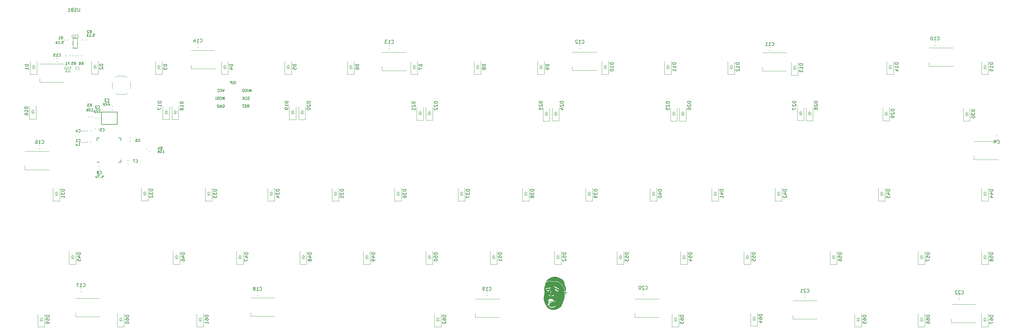
<source format=gbr>
G04 #@! TF.GenerationSoftware,KiCad,Pcbnew,(5.99.0-574-gd3edeaec5)*
G04 #@! TF.CreationDate,2019-12-28T10:11:49-05:00*
G04 #@! TF.ProjectId,mullet-pcb,6d756c6c-6574-42d7-9063-622e6b696361,rev?*
G04 #@! TF.SameCoordinates,Original*
G04 #@! TF.FileFunction,Legend,Bot*
G04 #@! TF.FilePolarity,Positive*
%FSLAX46Y46*%
G04 Gerber Fmt 4.6, Leading zero omitted, Abs format (unit mm)*
G04 Created by KiCad (PCBNEW (5.99.0-574-gd3edeaec5)) date 2019-12-28 10:11:49*
%MOMM*%
%LPD*%
G04 APERTURE LIST*
%ADD10C,0.200000*%
%ADD11C,0.100000*%
%ADD12C,0.120000*%
%ADD13C,0.150000*%
%ADD14C,0.075000*%
%ADD15C,0.010000*%
%ADD16C,4.102000*%
%ADD17C,3.152000*%
%ADD18C,1.802000*%
%ADD19C,2.302000*%
%ADD20R,0.702000X2.102000*%
%ADD21R,0.402000X2.102000*%
%ADD22C,0.752000*%
%ADD23R,1.802000X1.802000*%
%ADD24R,1.602000X1.102000*%
%ADD25R,1.802000X1.102000*%
%ADD26R,0.802000X0.352000*%
%ADD27R,0.352000X0.802000*%
%ADD28R,1.389500X1.389500*%
%ADD29R,1.502000X1.302000*%
%ADD30R,1.302000X1.002000*%
%ADD31R,0.802000X0.702000*%
%ADD32R,0.802000X1.102000*%
G04 APERTURE END LIST*
D10*
X125398314Y-118294104D02*
X125398314Y-117494104D01*
X125055457Y-118256009D02*
X124941171Y-118294104D01*
X124750695Y-118294104D01*
X124674504Y-118256009D01*
X124636409Y-118217914D01*
X124598314Y-118141723D01*
X124598314Y-118065533D01*
X124636409Y-117989342D01*
X124674504Y-117951247D01*
X124750695Y-117913152D01*
X124903076Y-117875057D01*
X124979266Y-117836961D01*
X125017362Y-117798866D01*
X125055457Y-117722676D01*
X125055457Y-117646485D01*
X125017362Y-117570295D01*
X124979266Y-117532200D01*
X124903076Y-117494104D01*
X124712600Y-117494104D01*
X124598314Y-117532200D01*
X124255457Y-118294104D02*
X124255457Y-117494104D01*
X123950695Y-117494104D01*
X123874504Y-117532200D01*
X123836409Y-117570295D01*
X123798314Y-117646485D01*
X123798314Y-117760771D01*
X123836409Y-117836961D01*
X123874504Y-117875057D01*
X123950695Y-117913152D01*
X124255457Y-117913152D01*
D11*
X79029004Y-135874378D02*
X80480077Y-135874378D01*
X79029004Y-132414127D02*
X80480077Y-132414127D01*
X75669693Y-114802057D02*
X75669693Y-114268724D01*
X75669693Y-114344914D02*
X75631598Y-114306819D01*
X75555407Y-114268724D01*
X75441121Y-114268724D01*
X75364931Y-114306819D01*
X75326836Y-114383010D01*
X75326836Y-114802057D01*
X75326836Y-114383010D02*
X75288740Y-114306819D01*
X75212550Y-114268724D01*
X75098264Y-114268724D01*
X75022074Y-114306819D01*
X74983979Y-114383010D01*
X74983979Y-114802057D01*
X74641121Y-114573486D02*
X74260169Y-114573486D01*
X74717312Y-114802057D02*
X74450645Y-114002057D01*
X74183979Y-114802057D01*
X75502914Y-113109676D02*
X75883866Y-113109676D01*
X75921962Y-113490629D01*
X75883866Y-113452533D01*
X75807676Y-113414438D01*
X75617200Y-113414438D01*
X75541009Y-113452533D01*
X75502914Y-113490629D01*
X75464819Y-113566819D01*
X75464819Y-113757295D01*
X75502914Y-113833486D01*
X75541009Y-113871581D01*
X75617200Y-113909676D01*
X75807676Y-113909676D01*
X75883866Y-113871581D01*
X75921962Y-113833486D01*
X74969581Y-113109676D02*
X74893390Y-113109676D01*
X74817200Y-113147772D01*
X74779105Y-113185867D01*
X74741009Y-113262057D01*
X74702914Y-113414438D01*
X74702914Y-113604914D01*
X74741009Y-113757295D01*
X74779105Y-113833486D01*
X74817200Y-113871581D01*
X74893390Y-113909676D01*
X74969581Y-113909676D01*
X75045771Y-113871581D01*
X75083866Y-113833486D01*
X75121962Y-113757295D01*
X75160057Y-113604914D01*
X75160057Y-113414438D01*
X75121962Y-113262057D01*
X75083866Y-113185867D01*
X75045771Y-113147772D01*
X74969581Y-113109676D01*
X74207676Y-113109676D02*
X74131486Y-113109676D01*
X74055295Y-113147772D01*
X74017200Y-113185867D01*
X73979105Y-113262057D01*
X73941009Y-113414438D01*
X73941009Y-113604914D01*
X73979105Y-113757295D01*
X74017200Y-113833486D01*
X74055295Y-113871581D01*
X74131486Y-113909676D01*
X74207676Y-113909676D01*
X74283866Y-113871581D01*
X74321962Y-113833486D01*
X74360057Y-113757295D01*
X74398152Y-113604914D01*
X74398152Y-113414438D01*
X74360057Y-113262057D01*
X74321962Y-113185867D01*
X74283866Y-113147772D01*
X74207676Y-113109676D01*
X78088572Y-103884410D02*
X77821906Y-103884410D01*
X77707620Y-104303457D02*
X78088572Y-104303457D01*
X78088572Y-103503457D01*
X77707620Y-103503457D01*
X77402858Y-104265362D02*
X77288572Y-104303457D01*
X77098096Y-104303457D01*
X77021906Y-104265362D01*
X76983811Y-104227267D01*
X76945715Y-104151076D01*
X76945715Y-104074886D01*
X76983811Y-103998695D01*
X77021906Y-103960600D01*
X77098096Y-103922505D01*
X77250477Y-103884410D01*
X77326668Y-103846314D01*
X77364763Y-103808219D01*
X77402858Y-103732029D01*
X77402858Y-103655838D01*
X77364763Y-103579648D01*
X77326668Y-103541553D01*
X77250477Y-103503457D01*
X77060001Y-103503457D01*
X76945715Y-103541553D01*
X76602858Y-104303457D02*
X76602858Y-103503457D01*
X76412382Y-103503457D01*
X76298096Y-103541553D01*
X76221906Y-103617743D01*
X76183811Y-103693933D01*
X76145715Y-103846314D01*
X76145715Y-103960600D01*
X76183811Y-104112981D01*
X76221906Y-104189172D01*
X76298096Y-104265362D01*
X76412382Y-104303457D01*
X76602858Y-104303457D01*
D10*
X121545695Y-124591246D02*
X121621886Y-124553150D01*
X121736172Y-124553150D01*
X121850457Y-124591246D01*
X121926648Y-124667436D01*
X121964743Y-124743626D01*
X122002838Y-124896007D01*
X122002838Y-125010293D01*
X121964743Y-125162674D01*
X121926648Y-125238865D01*
X121850457Y-125315055D01*
X121736172Y-125353150D01*
X121659981Y-125353150D01*
X121545695Y-125315055D01*
X121507600Y-125276960D01*
X121507600Y-125010293D01*
X121659981Y-125010293D01*
X121164743Y-125353150D02*
X121164743Y-124553150D01*
X120707600Y-125353150D01*
X120707600Y-124553150D01*
X120326648Y-125353150D02*
X120326648Y-124553150D01*
X120136172Y-124553150D01*
X120021886Y-124591246D01*
X119945695Y-124667436D01*
X119907600Y-124743626D01*
X119869505Y-124896007D01*
X119869505Y-125010293D01*
X119907600Y-125162674D01*
X119945695Y-125238865D01*
X120021886Y-125315055D01*
X120136172Y-125353150D01*
X120326648Y-125353150D01*
X121983342Y-123018989D02*
X121983342Y-122218989D01*
X121716676Y-122790418D01*
X121450009Y-122218989D01*
X121450009Y-123018989D01*
X120916676Y-122218989D02*
X120764295Y-122218989D01*
X120688104Y-122257085D01*
X120611914Y-122333275D01*
X120573819Y-122485656D01*
X120573819Y-122752323D01*
X120611914Y-122904704D01*
X120688104Y-122980894D01*
X120764295Y-123018989D01*
X120916676Y-123018989D01*
X120992866Y-122980894D01*
X121069057Y-122904704D01*
X121107152Y-122752323D01*
X121107152Y-122485656D01*
X121069057Y-122333275D01*
X120992866Y-122257085D01*
X120916676Y-122218989D01*
X120269057Y-122980894D02*
X120154771Y-123018989D01*
X119964295Y-123018989D01*
X119888104Y-122980894D01*
X119850009Y-122942799D01*
X119811914Y-122866608D01*
X119811914Y-122790418D01*
X119850009Y-122714227D01*
X119888104Y-122676132D01*
X119964295Y-122638037D01*
X120116676Y-122599942D01*
X120192866Y-122561846D01*
X120230961Y-122523751D01*
X120269057Y-122447561D01*
X120269057Y-122371370D01*
X120230961Y-122295180D01*
X120192866Y-122257085D01*
X120116676Y-122218989D01*
X119926200Y-122218989D01*
X119811914Y-122257085D01*
X119469057Y-123018989D02*
X119469057Y-122218989D01*
X122002838Y-119884829D02*
X121736172Y-120684829D01*
X121469505Y-119884829D01*
X120745695Y-120608639D02*
X120783791Y-120646734D01*
X120898076Y-120684829D01*
X120974267Y-120684829D01*
X121088552Y-120646734D01*
X121164743Y-120570544D01*
X121202838Y-120494353D01*
X121240933Y-120341972D01*
X121240933Y-120227686D01*
X121202838Y-120075305D01*
X121164743Y-119999115D01*
X121088552Y-119922925D01*
X120974267Y-119884829D01*
X120898076Y-119884829D01*
X120783791Y-119922925D01*
X120745695Y-119961020D01*
X119945695Y-120608639D02*
X119983791Y-120646734D01*
X120098076Y-120684829D01*
X120174267Y-120684829D01*
X120288552Y-120646734D01*
X120364743Y-120570544D01*
X120402838Y-120494353D01*
X120440933Y-120341972D01*
X120440933Y-120227686D01*
X120402838Y-120075305D01*
X120364743Y-119999115D01*
X120288552Y-119922925D01*
X120174267Y-119884829D01*
X120098076Y-119884829D01*
X119983791Y-119922925D01*
X119945695Y-119961020D01*
X128865457Y-125353150D02*
X129132123Y-124972198D01*
X129322600Y-125353150D02*
X129322600Y-124553150D01*
X129017838Y-124553150D01*
X128941647Y-124591246D01*
X128903552Y-124629341D01*
X128865457Y-124705531D01*
X128865457Y-124819817D01*
X128903552Y-124896007D01*
X128941647Y-124934103D01*
X129017838Y-124972198D01*
X129322600Y-124972198D01*
X128560695Y-125315055D02*
X128446409Y-125353150D01*
X128255933Y-125353150D01*
X128179742Y-125315055D01*
X128141647Y-125276960D01*
X128103552Y-125200769D01*
X128103552Y-125124579D01*
X128141647Y-125048388D01*
X128179742Y-125010293D01*
X128255933Y-124972198D01*
X128408314Y-124934103D01*
X128484504Y-124896007D01*
X128522600Y-124857912D01*
X128560695Y-124781722D01*
X128560695Y-124705531D01*
X128522600Y-124629341D01*
X128484504Y-124591246D01*
X128408314Y-124553150D01*
X128217838Y-124553150D01*
X128103552Y-124591246D01*
X127874981Y-124553150D02*
X127417838Y-124553150D01*
X127646409Y-125353150D02*
X127646409Y-124553150D01*
X129551171Y-122980894D02*
X129436885Y-123018989D01*
X129246409Y-123018989D01*
X129170219Y-122980894D01*
X129132123Y-122942799D01*
X129094028Y-122866608D01*
X129094028Y-122790418D01*
X129132123Y-122714227D01*
X129170219Y-122676132D01*
X129246409Y-122638037D01*
X129398790Y-122599942D01*
X129474980Y-122561846D01*
X129513076Y-122523751D01*
X129551171Y-122447561D01*
X129551171Y-122371370D01*
X129513076Y-122295180D01*
X129474980Y-122257085D01*
X129398790Y-122218989D01*
X129208314Y-122218989D01*
X129094028Y-122257085D01*
X128294028Y-122942799D02*
X128332123Y-122980894D01*
X128446409Y-123018989D01*
X128522600Y-123018989D01*
X128636885Y-122980894D01*
X128713076Y-122904704D01*
X128751171Y-122828513D01*
X128789266Y-122676132D01*
X128789266Y-122561846D01*
X128751171Y-122409465D01*
X128713076Y-122333275D01*
X128636885Y-122257085D01*
X128522600Y-122218989D01*
X128446409Y-122218989D01*
X128332123Y-122257085D01*
X128294028Y-122295180D01*
X127951171Y-123018989D02*
X127951171Y-122218989D01*
X127494028Y-123018989D02*
X127836885Y-122561846D01*
X127494028Y-122218989D02*
X127951171Y-122676132D01*
X130046409Y-120684829D02*
X130046409Y-119884829D01*
X129779743Y-120456258D01*
X129513076Y-119884829D01*
X129513076Y-120684829D01*
X129132124Y-120684829D02*
X129132124Y-119884829D01*
X128789267Y-120646734D02*
X128674981Y-120684829D01*
X128484505Y-120684829D01*
X128408314Y-120646734D01*
X128370219Y-120608639D01*
X128332124Y-120532448D01*
X128332124Y-120456258D01*
X128370219Y-120380067D01*
X128408314Y-120341972D01*
X128484505Y-120303877D01*
X128636886Y-120265782D01*
X128713076Y-120227686D01*
X128751171Y-120189591D01*
X128789267Y-120113401D01*
X128789267Y-120037210D01*
X128751171Y-119961020D01*
X128713076Y-119922925D01*
X128636886Y-119884829D01*
X128446409Y-119884829D01*
X128332124Y-119922925D01*
X127836886Y-119884829D02*
X127684505Y-119884829D01*
X127608314Y-119922925D01*
X127532124Y-119999115D01*
X127494028Y-120151496D01*
X127494028Y-120418163D01*
X127532124Y-120570544D01*
X127608314Y-120646734D01*
X127684505Y-120684829D01*
X127836886Y-120684829D01*
X127913076Y-120646734D01*
X127989267Y-120570544D01*
X128027362Y-120418163D01*
X128027362Y-120151496D01*
X127989267Y-119999115D01*
X127913076Y-119922925D01*
X127836886Y-119884829D01*
G36*
X221691200Y-176199800D02*
G01*
X222148400Y-176276000D01*
X222554800Y-176428400D01*
X223240600Y-176784000D01*
X223596200Y-177038000D01*
X223799400Y-177292000D01*
X223901000Y-177495200D01*
X224002600Y-177647600D01*
X224129600Y-177977800D01*
X224256600Y-178460400D01*
X224332800Y-178790600D01*
X224536000Y-179324000D01*
X224612200Y-179705000D01*
X224637600Y-180619400D01*
X224713800Y-180771800D01*
X224790000Y-181000400D01*
X224739200Y-181229000D01*
X224536000Y-181533800D01*
X224358200Y-181889400D01*
X224180400Y-182397400D01*
X224104200Y-182803800D01*
X224002600Y-183159400D01*
X223824800Y-183667400D01*
X223647000Y-184124600D01*
X223393000Y-184734200D01*
X223215200Y-185064400D01*
X222885000Y-185470800D01*
X222326200Y-185826400D01*
X221996000Y-186004200D01*
X221488000Y-186156600D01*
X220929200Y-186232800D01*
X220345000Y-186232800D01*
X219938600Y-186131200D01*
X219532200Y-185978800D01*
X219176600Y-185775600D01*
X218897200Y-185496200D01*
X218617800Y-185064400D01*
X218287600Y-184480200D01*
X218109800Y-184073800D01*
X217982800Y-183540400D01*
X217881200Y-183134000D01*
X217855800Y-182676800D01*
X217881200Y-182295800D01*
X217957400Y-181965600D01*
X218033600Y-181483000D01*
X217982800Y-180848000D01*
X217957400Y-180721000D01*
X218008200Y-179984400D01*
X218059000Y-179476400D01*
X218160600Y-179146200D01*
X218363800Y-178587400D01*
X218389200Y-178308000D01*
X218414600Y-178079400D01*
X218490800Y-177876200D01*
X218592400Y-177622200D01*
X218871800Y-177215800D01*
X219075000Y-177012600D01*
X219303600Y-176834800D01*
X219557600Y-176631600D01*
X219887800Y-176453800D01*
X220218000Y-176301400D01*
X220599000Y-176199800D01*
X220903800Y-176174400D01*
X221691200Y-176199800D01*
G37*
D11*
X221691200Y-176199800D02*
X222148400Y-176276000D01*
X222554800Y-176428400D01*
X223240600Y-176784000D01*
X223596200Y-177038000D01*
X223799400Y-177292000D01*
X223901000Y-177495200D01*
X224002600Y-177647600D01*
X224129600Y-177977800D01*
X224256600Y-178460400D01*
X224332800Y-178790600D01*
X224536000Y-179324000D01*
X224612200Y-179705000D01*
X224637600Y-180619400D01*
X224713800Y-180771800D01*
X224790000Y-181000400D01*
X224739200Y-181229000D01*
X224536000Y-181533800D01*
X224358200Y-181889400D01*
X224180400Y-182397400D01*
X224104200Y-182803800D01*
X224002600Y-183159400D01*
X223824800Y-183667400D01*
X223647000Y-184124600D01*
X223393000Y-184734200D01*
X223215200Y-185064400D01*
X222885000Y-185470800D01*
X222326200Y-185826400D01*
X221996000Y-186004200D01*
X221488000Y-186156600D01*
X220929200Y-186232800D01*
X220345000Y-186232800D01*
X219938600Y-186131200D01*
X219532200Y-185978800D01*
X219176600Y-185775600D01*
X218897200Y-185496200D01*
X218617800Y-185064400D01*
X218287600Y-184480200D01*
X218109800Y-184073800D01*
X217982800Y-183540400D01*
X217881200Y-183134000D01*
X217855800Y-182676800D01*
X217881200Y-182295800D01*
X217957400Y-181965600D01*
X218033600Y-181483000D01*
X217982800Y-180848000D01*
X217957400Y-180721000D01*
X218008200Y-179984400D01*
X218059000Y-179476400D01*
X218160600Y-179146200D01*
X218363800Y-178587400D01*
X218389200Y-178308000D01*
X218414600Y-178079400D01*
X218490800Y-177876200D01*
X218592400Y-177622200D01*
X218871800Y-177215800D01*
X219075000Y-177012600D01*
X219303600Y-176834800D01*
X219557600Y-176631600D01*
X219887800Y-176453800D01*
X220218000Y-176301400D01*
X220599000Y-176199800D01*
X220903800Y-176174400D01*
X221691200Y-176199800D01*
D12*
X176585917Y-108803038D02*
X169285917Y-108803038D01*
X176585917Y-114303038D02*
X169285917Y-114303038D01*
X169285917Y-114303038D02*
X169285917Y-113153038D01*
X75021542Y-105206685D02*
X75021542Y-104881127D01*
X74001542Y-105206685D02*
X74001542Y-104881127D01*
X79408321Y-105206685D02*
X79408321Y-104881127D01*
X80428321Y-105206685D02*
X80428321Y-104881127D01*
X89346837Y-116392086D02*
X89796837Y-115942086D01*
X92746837Y-116392086D02*
X92296837Y-115942086D01*
X92746837Y-120992086D02*
X92296837Y-121442086D01*
X89346837Y-120992086D02*
X89796837Y-121442086D01*
X93796837Y-119692086D02*
X93796837Y-117692086D01*
X89796837Y-115942086D02*
X92296837Y-115942086D01*
X88296837Y-119692086D02*
X88296837Y-117692086D01*
X89796837Y-121442086D02*
X92296837Y-121442086D01*
D13*
X90955825Y-141830648D02*
X90955825Y-141055648D01*
X83705825Y-134580648D02*
X83705825Y-135355648D01*
X90955825Y-134580648D02*
X90955825Y-135355648D01*
X83705825Y-141830648D02*
X84480825Y-141830648D01*
X83705825Y-134580648D02*
X84480825Y-134580648D01*
X90955825Y-134580648D02*
X90180825Y-134580648D01*
X90955825Y-141830648D02*
X90180825Y-141830648D01*
D10*
X85070306Y-126707959D02*
X85070306Y-130457959D01*
X85070306Y-130457959D02*
X89820306Y-130457959D01*
X89820306Y-130457959D02*
X89820306Y-126707959D01*
X89820306Y-126707959D02*
X85070306Y-126707959D01*
D12*
X65673362Y-115399967D02*
X63673362Y-115399967D01*
D11*
X64673362Y-112899967D02*
X64673362Y-112399967D01*
X64273362Y-112899967D02*
X64673362Y-113499967D01*
X65073362Y-112899967D02*
X64273362Y-112899967D01*
X64673362Y-113499967D02*
X65073362Y-112899967D01*
X64673362Y-113499967D02*
X64123362Y-113499967D01*
X64673362Y-113499967D02*
X65223362Y-113499967D01*
X64673362Y-113899967D02*
X64673362Y-113499967D01*
D12*
X63673362Y-115399967D02*
X63673362Y-111499967D01*
X65673362Y-115399967D02*
X65673362Y-111499967D01*
X84067901Y-115325335D02*
X82067901Y-115325335D01*
D11*
X83067901Y-112825335D02*
X83067901Y-112325335D01*
X82667901Y-112825335D02*
X83067901Y-113425335D01*
X83467901Y-112825335D02*
X82667901Y-112825335D01*
X83067901Y-113425335D02*
X83467901Y-112825335D01*
X83067901Y-113425335D02*
X82517901Y-113425335D01*
X83067901Y-113425335D02*
X83617901Y-113425335D01*
X83067901Y-113825335D02*
X83067901Y-113425335D01*
D12*
X82067901Y-115325335D02*
X82067901Y-111425335D01*
X84067901Y-115325335D02*
X84067901Y-111425335D01*
X103265362Y-115399967D02*
X101265362Y-115399967D01*
D11*
X102265362Y-112899967D02*
X102265362Y-112399967D01*
X101865362Y-112899967D02*
X102265362Y-113499967D01*
X102665362Y-112899967D02*
X101865362Y-112899967D01*
X102265362Y-113499967D02*
X102665362Y-112899967D01*
X102265362Y-113499967D02*
X101715362Y-113499967D01*
X102265362Y-113499967D02*
X102815362Y-113499967D01*
X102265362Y-113899967D02*
X102265362Y-113499967D01*
D12*
X101265362Y-115399967D02*
X101265362Y-111499967D01*
X103265362Y-115399967D02*
X103265362Y-111499967D01*
X123077362Y-115399967D02*
X121077362Y-115399967D01*
D11*
X122077362Y-112899967D02*
X122077362Y-112399967D01*
X121677362Y-112899967D02*
X122077362Y-113499967D01*
X122477362Y-112899967D02*
X121677362Y-112899967D01*
X122077362Y-113499967D02*
X122477362Y-112899967D01*
X122077362Y-113499967D02*
X121527362Y-113499967D01*
X122077362Y-113499967D02*
X122627362Y-113499967D01*
X122077362Y-113899967D02*
X122077362Y-113499967D01*
D12*
X121077362Y-115399967D02*
X121077362Y-111499967D01*
X123077362Y-115399967D02*
X123077362Y-111499967D01*
X142127362Y-115399967D02*
X140127362Y-115399967D01*
D11*
X141127362Y-112899967D02*
X141127362Y-112399967D01*
X140727362Y-112899967D02*
X141127362Y-113499967D01*
X141527362Y-112899967D02*
X140727362Y-112899967D01*
X141127362Y-113499967D02*
X141527362Y-112899967D01*
X141127362Y-113499967D02*
X140577362Y-113499967D01*
X141127362Y-113499967D02*
X141677362Y-113499967D01*
X141127362Y-113899967D02*
X141127362Y-113499967D01*
D12*
X140127362Y-115399967D02*
X140127362Y-111499967D01*
X142127362Y-115399967D02*
X142127362Y-111499967D01*
X160923362Y-115399967D02*
X158923362Y-115399967D01*
D11*
X159923362Y-112899967D02*
X159923362Y-112399967D01*
X159523362Y-112899967D02*
X159923362Y-113499967D01*
X160323362Y-112899967D02*
X159523362Y-112899967D01*
X159923362Y-113499967D02*
X160323362Y-112899967D01*
X159923362Y-113499967D02*
X159373362Y-113499967D01*
X159923362Y-113499967D02*
X160473362Y-113499967D01*
X159923362Y-113899967D02*
X159923362Y-113499967D01*
D12*
X158923362Y-115399967D02*
X158923362Y-111499967D01*
X160923362Y-115399967D02*
X160923362Y-111499967D01*
X179973362Y-115399967D02*
X177973362Y-115399967D01*
D11*
X178973362Y-112899967D02*
X178973362Y-112399967D01*
X178573362Y-112899967D02*
X178973362Y-113499967D01*
X179373362Y-112899967D02*
X178573362Y-112899967D01*
X178973362Y-113499967D02*
X179373362Y-112899967D01*
X178973362Y-113499967D02*
X178423362Y-113499967D01*
X178973362Y-113499967D02*
X179523362Y-113499967D01*
X178973362Y-113899967D02*
X178973362Y-113499967D01*
D12*
X177973362Y-115399967D02*
X177973362Y-111499967D01*
X179973362Y-115399967D02*
X179973362Y-111499967D01*
X199023362Y-115399967D02*
X197023362Y-115399967D01*
D11*
X198023362Y-112899967D02*
X198023362Y-112399967D01*
X197623362Y-112899967D02*
X198023362Y-113499967D01*
X198423362Y-112899967D02*
X197623362Y-112899967D01*
X198023362Y-113499967D02*
X198423362Y-112899967D01*
X198023362Y-113499967D02*
X197473362Y-113499967D01*
X198023362Y-113499967D02*
X198573362Y-113499967D01*
X198023362Y-113899967D02*
X198023362Y-113499967D01*
D12*
X197023362Y-115399967D02*
X197023362Y-111499967D01*
X199023362Y-115399967D02*
X199023362Y-111499967D01*
X218073362Y-115399967D02*
X216073362Y-115399967D01*
D11*
X217073362Y-112899967D02*
X217073362Y-112399967D01*
X216673362Y-112899967D02*
X217073362Y-113499967D01*
X217473362Y-112899967D02*
X216673362Y-112899967D01*
X217073362Y-113499967D02*
X217473362Y-112899967D01*
X217073362Y-113499967D02*
X216523362Y-113499967D01*
X217073362Y-113499967D02*
X217623362Y-113499967D01*
X217073362Y-113899967D02*
X217073362Y-113499967D01*
D12*
X216073362Y-115399967D02*
X216073362Y-111499967D01*
X218073362Y-115399967D02*
X218073362Y-111499967D01*
X237377362Y-115399967D02*
X237377362Y-111499967D01*
X235377362Y-115399967D02*
X235377362Y-111499967D01*
D11*
X236377362Y-113899967D02*
X236377362Y-113499967D01*
X236377362Y-113499967D02*
X236927362Y-113499967D01*
X236377362Y-113499967D02*
X235827362Y-113499967D01*
X236377362Y-113499967D02*
X236777362Y-112899967D01*
X236777362Y-112899967D02*
X235977362Y-112899967D01*
X235977362Y-112899967D02*
X236377362Y-113499967D01*
X236377362Y-112899967D02*
X236377362Y-112399967D01*
D12*
X237377362Y-115399967D02*
X235377362Y-115399967D01*
X256173362Y-115399967D02*
X256173362Y-111499967D01*
X254173362Y-115399967D02*
X254173362Y-111499967D01*
D11*
X255173362Y-113899967D02*
X255173362Y-113499967D01*
X255173362Y-113499967D02*
X255723362Y-113499967D01*
X255173362Y-113499967D02*
X254623362Y-113499967D01*
X255173362Y-113499967D02*
X255573362Y-112899967D01*
X255573362Y-112899967D02*
X254773362Y-112899967D01*
X254773362Y-112899967D02*
X255173362Y-113499967D01*
X255173362Y-112899967D02*
X255173362Y-112399967D01*
D12*
X256173362Y-115399967D02*
X254173362Y-115399967D01*
X275223362Y-115399967D02*
X275223362Y-111499967D01*
X273223362Y-115399967D02*
X273223362Y-111499967D01*
D11*
X274223362Y-113899967D02*
X274223362Y-113499967D01*
X274223362Y-113499967D02*
X274773362Y-113499967D01*
X274223362Y-113499967D02*
X273673362Y-113499967D01*
X274223362Y-113499967D02*
X274623362Y-112899967D01*
X274623362Y-112899967D02*
X273823362Y-112899967D01*
X273823362Y-112899967D02*
X274223362Y-113499967D01*
X274223362Y-112899967D02*
X274223362Y-112399967D01*
D12*
X275223362Y-115399967D02*
X273223362Y-115399967D01*
X294273362Y-115653967D02*
X294273362Y-111753967D01*
X292273362Y-115653967D02*
X292273362Y-111753967D01*
D11*
X293273362Y-114153967D02*
X293273362Y-113753967D01*
X293273362Y-113753967D02*
X293823362Y-113753967D01*
X293273362Y-113753967D02*
X292723362Y-113753967D01*
X293273362Y-113753967D02*
X293673362Y-113153967D01*
X293673362Y-113153967D02*
X292873362Y-113153967D01*
X292873362Y-113153967D02*
X293273362Y-113753967D01*
X293273362Y-113153967D02*
X293273362Y-112653967D01*
D12*
X294273362Y-115653967D02*
X292273362Y-115653967D01*
X322975362Y-115399967D02*
X322975362Y-111499967D01*
X320975362Y-115399967D02*
X320975362Y-111499967D01*
D11*
X321975362Y-113899967D02*
X321975362Y-113499967D01*
X321975362Y-113499967D02*
X322525362Y-113499967D01*
X321975362Y-113499967D02*
X321425362Y-113499967D01*
X321975362Y-113499967D02*
X322375362Y-112899967D01*
X322375362Y-112899967D02*
X321575362Y-112899967D01*
X321575362Y-112899967D02*
X321975362Y-113499967D01*
X321975362Y-112899967D02*
X321975362Y-112399967D01*
D12*
X322975362Y-115399967D02*
X320975362Y-115399967D01*
X351423362Y-115399967D02*
X351423362Y-111499967D01*
X349423362Y-115399967D02*
X349423362Y-111499967D01*
D11*
X350423362Y-113899967D02*
X350423362Y-113499967D01*
X350423362Y-113499967D02*
X350973362Y-113499967D01*
X350423362Y-113499967D02*
X349873362Y-113499967D01*
X350423362Y-113499967D02*
X350823362Y-112899967D01*
X350823362Y-112899967D02*
X350023362Y-112899967D01*
X350023362Y-112899967D02*
X350423362Y-113499967D01*
X350423362Y-112899967D02*
X350423362Y-112399967D01*
D12*
X351423362Y-115399967D02*
X349423362Y-115399967D01*
X65432886Y-128868529D02*
X65432886Y-124968529D01*
X63432886Y-128868529D02*
X63432886Y-124968529D01*
D11*
X64432886Y-127368529D02*
X64432886Y-126968529D01*
X64432886Y-126968529D02*
X64982886Y-126968529D01*
X64432886Y-126968529D02*
X63882886Y-126968529D01*
X64432886Y-126968529D02*
X64832886Y-126368529D01*
X64832886Y-126368529D02*
X64032886Y-126368529D01*
X64032886Y-126368529D02*
X64432886Y-126968529D01*
X64432886Y-126368529D02*
X64432886Y-125868529D01*
D12*
X65432886Y-128868529D02*
X63432886Y-128868529D01*
X105485045Y-128973515D02*
X103485045Y-128973515D01*
D11*
X104485045Y-126473515D02*
X104485045Y-125973515D01*
X104085045Y-126473515D02*
X104485045Y-127073515D01*
X104885045Y-126473515D02*
X104085045Y-126473515D01*
X104485045Y-127073515D02*
X104885045Y-126473515D01*
X104485045Y-127073515D02*
X103935045Y-127073515D01*
X104485045Y-127073515D02*
X105035045Y-127073515D01*
X104485045Y-127473515D02*
X104485045Y-127073515D01*
D12*
X103485045Y-128973515D02*
X103485045Y-125073515D01*
X105485045Y-128973515D02*
X105485045Y-125073515D01*
X108214681Y-128973515D02*
X108214681Y-125073515D01*
X106214681Y-128973515D02*
X106214681Y-125073515D01*
D11*
X107214681Y-127473515D02*
X107214681Y-127073515D01*
X107214681Y-127073515D02*
X107764681Y-127073515D01*
X107214681Y-127073515D02*
X106664681Y-127073515D01*
X107214681Y-127073515D02*
X107614681Y-126473515D01*
X107614681Y-126473515D02*
X106814681Y-126473515D01*
X106814681Y-126473515D02*
X107214681Y-127073515D01*
X107214681Y-126473515D02*
X107214681Y-125973515D01*
D12*
X108214681Y-128973515D02*
X106214681Y-128973515D01*
X143489977Y-129026008D02*
X143489977Y-125126008D01*
X141489977Y-129026008D02*
X141489977Y-125126008D01*
D11*
X142489977Y-127526008D02*
X142489977Y-127126008D01*
X142489977Y-127126008D02*
X143039977Y-127126008D01*
X142489977Y-127126008D02*
X141939977Y-127126008D01*
X142489977Y-127126008D02*
X142889977Y-126526008D01*
X142889977Y-126526008D02*
X142089977Y-126526008D01*
X142089977Y-126526008D02*
X142489977Y-127126008D01*
X142489977Y-126526008D02*
X142489977Y-126026008D01*
D12*
X143489977Y-129026008D02*
X141489977Y-129026008D01*
X146324599Y-129026008D02*
X146324599Y-125126008D01*
X144324599Y-129026008D02*
X144324599Y-125126008D01*
D11*
X145324599Y-127526008D02*
X145324599Y-127126008D01*
X145324599Y-127126008D02*
X145874599Y-127126008D01*
X145324599Y-127126008D02*
X144774599Y-127126008D01*
X145324599Y-127126008D02*
X145724599Y-126526008D01*
X145724599Y-126526008D02*
X144924599Y-126526008D01*
X144924599Y-126526008D02*
X145324599Y-127126008D01*
X145324599Y-126526008D02*
X145324599Y-126026008D01*
D12*
X146324599Y-129026008D02*
X144324599Y-129026008D01*
X181757374Y-129235980D02*
X181757374Y-125335980D01*
X179757374Y-129235980D02*
X179757374Y-125335980D01*
D11*
X180757374Y-127735980D02*
X180757374Y-127335980D01*
X180757374Y-127335980D02*
X181307374Y-127335980D01*
X180757374Y-127335980D02*
X180207374Y-127335980D01*
X180757374Y-127335980D02*
X181157374Y-126735980D01*
X181157374Y-126735980D02*
X180357374Y-126735980D01*
X180357374Y-126735980D02*
X180757374Y-127335980D01*
X180757374Y-126735980D02*
X180757374Y-126235980D01*
D12*
X181757374Y-129235980D02*
X179757374Y-129235980D01*
X184539503Y-129235980D02*
X184539503Y-125335980D01*
X182539503Y-129235980D02*
X182539503Y-125335980D01*
D11*
X183539503Y-127735980D02*
X183539503Y-127335980D01*
X183539503Y-127335980D02*
X184089503Y-127335980D01*
X183539503Y-127335980D02*
X182989503Y-127335980D01*
X183539503Y-127335980D02*
X183939503Y-126735980D01*
X183939503Y-126735980D02*
X183139503Y-126735980D01*
X183139503Y-126735980D02*
X183539503Y-127335980D01*
X183539503Y-126735980D02*
X183539503Y-126235980D01*
D12*
X184539503Y-129235980D02*
X182539503Y-129235980D01*
X219709813Y-129445952D02*
X219709813Y-125545952D01*
X217709813Y-129445952D02*
X217709813Y-125545952D01*
D11*
X218709813Y-127945952D02*
X218709813Y-127545952D01*
X218709813Y-127545952D02*
X219259813Y-127545952D01*
X218709813Y-127545952D02*
X218159813Y-127545952D01*
X218709813Y-127545952D02*
X219109813Y-126945952D01*
X219109813Y-126945952D02*
X218309813Y-126945952D01*
X218309813Y-126945952D02*
X218709813Y-127545952D01*
X218709813Y-126945952D02*
X218709813Y-126445952D01*
D12*
X219709813Y-129445952D02*
X217709813Y-129445952D01*
X222491942Y-129393459D02*
X222491942Y-125493459D01*
X220491942Y-129393459D02*
X220491942Y-125493459D01*
D11*
X221491942Y-127893459D02*
X221491942Y-127493459D01*
X221491942Y-127493459D02*
X222041942Y-127493459D01*
X221491942Y-127493459D02*
X220941942Y-127493459D01*
X221491942Y-127493459D02*
X221891942Y-126893459D01*
X221891942Y-126893459D02*
X221091942Y-126893459D01*
X221091942Y-126893459D02*
X221491942Y-127493459D01*
X221491942Y-126893459D02*
X221491942Y-126393459D01*
D12*
X222491942Y-129393459D02*
X220491942Y-129393459D01*
X257977210Y-129445952D02*
X255977210Y-129445952D01*
D11*
X256977210Y-126945952D02*
X256977210Y-126445952D01*
X256577210Y-126945952D02*
X256977210Y-127545952D01*
X257377210Y-126945952D02*
X256577210Y-126945952D01*
X256977210Y-127545952D02*
X257377210Y-126945952D01*
X256977210Y-127545952D02*
X256427210Y-127545952D01*
X256977210Y-127545952D02*
X257527210Y-127545952D01*
X256977210Y-127945952D02*
X256977210Y-127545952D01*
D12*
X255977210Y-129445952D02*
X255977210Y-125545952D01*
X257977210Y-129445952D02*
X257977210Y-125545952D01*
X260654353Y-129445952D02*
X260654353Y-125545952D01*
X258654353Y-129445952D02*
X258654353Y-125545952D01*
D11*
X259654353Y-127945952D02*
X259654353Y-127545952D01*
X259654353Y-127545952D02*
X260204353Y-127545952D01*
X259654353Y-127545952D02*
X259104353Y-127545952D01*
X259654353Y-127545952D02*
X260054353Y-126945952D01*
X260054353Y-126945952D02*
X259254353Y-126945952D01*
X259254353Y-126945952D02*
X259654353Y-127545952D01*
X259654353Y-126945952D02*
X259654353Y-126445952D01*
D12*
X260654353Y-129445952D02*
X258654353Y-129445952D01*
X296087128Y-129288473D02*
X296087128Y-125388473D01*
X294087128Y-129288473D02*
X294087128Y-125388473D01*
D11*
X295087128Y-127788473D02*
X295087128Y-127388473D01*
X295087128Y-127388473D02*
X295637128Y-127388473D01*
X295087128Y-127388473D02*
X294537128Y-127388473D01*
X295087128Y-127388473D02*
X295487128Y-126788473D01*
X295487128Y-126788473D02*
X294687128Y-126788473D01*
X294687128Y-126788473D02*
X295087128Y-127388473D01*
X295087128Y-126788473D02*
X295087128Y-126288473D01*
D12*
X296087128Y-129288473D02*
X294087128Y-129288473D01*
X298764271Y-129340966D02*
X298764271Y-125440966D01*
X296764271Y-129340966D02*
X296764271Y-125440966D01*
D11*
X297764271Y-127840966D02*
X297764271Y-127440966D01*
X297764271Y-127440966D02*
X298314271Y-127440966D01*
X297764271Y-127440966D02*
X297214271Y-127440966D01*
X297764271Y-127440966D02*
X298164271Y-126840966D01*
X298164271Y-126840966D02*
X297364271Y-126840966D01*
X297364271Y-126840966D02*
X297764271Y-127440966D01*
X297764271Y-126840966D02*
X297764271Y-126340966D01*
D12*
X298764271Y-129340966D02*
X296764271Y-129340966D01*
X321756205Y-129393459D02*
X321756205Y-125493459D01*
X319756205Y-129393459D02*
X319756205Y-125493459D01*
D11*
X320756205Y-127893459D02*
X320756205Y-127493459D01*
X320756205Y-127493459D02*
X321306205Y-127493459D01*
X320756205Y-127493459D02*
X320206205Y-127493459D01*
X320756205Y-127493459D02*
X321156205Y-126893459D01*
X321156205Y-126893459D02*
X320356205Y-126893459D01*
X320356205Y-126893459D02*
X320756205Y-127493459D01*
X320756205Y-126893459D02*
X320756205Y-126393459D01*
D12*
X321756205Y-129393459D02*
X319756205Y-129393459D01*
X345955478Y-129498445D02*
X345955478Y-125598445D01*
X343955478Y-129498445D02*
X343955478Y-125598445D01*
D11*
X344955478Y-127998445D02*
X344955478Y-127598445D01*
X344955478Y-127598445D02*
X345505478Y-127598445D01*
X344955478Y-127598445D02*
X344405478Y-127598445D01*
X344955478Y-127598445D02*
X345355478Y-126998445D01*
X345355478Y-126998445D02*
X344555478Y-126998445D01*
X344555478Y-126998445D02*
X344955478Y-127598445D01*
X344955478Y-126998445D02*
X344955478Y-126498445D01*
D12*
X345955478Y-129498445D02*
X343955478Y-129498445D01*
X72531362Y-153499967D02*
X72531362Y-149599967D01*
X70531362Y-153499967D02*
X70531362Y-149599967D01*
D11*
X71531362Y-151999967D02*
X71531362Y-151599967D01*
X71531362Y-151599967D02*
X72081362Y-151599967D01*
X71531362Y-151599967D02*
X70981362Y-151599967D01*
X71531362Y-151599967D02*
X71931362Y-150999967D01*
X71931362Y-150999967D02*
X71131362Y-150999967D01*
X71131362Y-150999967D02*
X71531362Y-151599967D01*
X71531362Y-150999967D02*
X71531362Y-150499967D01*
D12*
X72531362Y-153499967D02*
X70531362Y-153499967D01*
X99028406Y-153435253D02*
X99028406Y-149535253D01*
X97028406Y-153435253D02*
X97028406Y-149535253D01*
D11*
X98028406Y-151935253D02*
X98028406Y-151535253D01*
X98028406Y-151535253D02*
X98578406Y-151535253D01*
X98028406Y-151535253D02*
X97478406Y-151535253D01*
X98028406Y-151535253D02*
X98428406Y-150935253D01*
X98428406Y-150935253D02*
X97628406Y-150935253D01*
X97628406Y-150935253D02*
X98028406Y-151535253D01*
X98028406Y-150935253D02*
X98028406Y-150435253D01*
D12*
X99028406Y-153435253D02*
X97028406Y-153435253D01*
X118251362Y-153499967D02*
X118251362Y-149599967D01*
X116251362Y-153499967D02*
X116251362Y-149599967D01*
D11*
X117251362Y-151999967D02*
X117251362Y-151599967D01*
X117251362Y-151599967D02*
X117801362Y-151599967D01*
X117251362Y-151599967D02*
X116701362Y-151599967D01*
X117251362Y-151599967D02*
X117651362Y-150999967D01*
X117651362Y-150999967D02*
X116851362Y-150999967D01*
X116851362Y-150999967D02*
X117251362Y-151599967D01*
X117251362Y-150999967D02*
X117251362Y-150499967D01*
D12*
X118251362Y-153499967D02*
X116251362Y-153499967D01*
X137047362Y-153499967D02*
X135047362Y-153499967D01*
D11*
X136047362Y-150999967D02*
X136047362Y-150499967D01*
X135647362Y-150999967D02*
X136047362Y-151599967D01*
X136447362Y-150999967D02*
X135647362Y-150999967D01*
X136047362Y-151599967D02*
X136447362Y-150999967D01*
X136047362Y-151599967D02*
X135497362Y-151599967D01*
X136047362Y-151599967D02*
X136597362Y-151599967D01*
X136047362Y-151999967D02*
X136047362Y-151599967D01*
D12*
X135047362Y-153499967D02*
X135047362Y-149599967D01*
X137047362Y-153499967D02*
X137047362Y-149599967D01*
X156351362Y-153499967D02*
X154351362Y-153499967D01*
D11*
X155351362Y-150999967D02*
X155351362Y-150499967D01*
X154951362Y-150999967D02*
X155351362Y-151599967D01*
X155751362Y-150999967D02*
X154951362Y-150999967D01*
X155351362Y-151599967D02*
X155751362Y-150999967D01*
X155351362Y-151599967D02*
X154801362Y-151599967D01*
X155351362Y-151599967D02*
X155901362Y-151599967D01*
X155351362Y-151999967D02*
X155351362Y-151599967D01*
D12*
X154351362Y-153499967D02*
X154351362Y-149599967D01*
X156351362Y-153499967D02*
X156351362Y-149599967D01*
X175147362Y-153499967D02*
X173147362Y-153499967D01*
D11*
X174147362Y-150999967D02*
X174147362Y-150499967D01*
X173747362Y-150999967D02*
X174147362Y-151599967D01*
X174547362Y-150999967D02*
X173747362Y-150999967D01*
X174147362Y-151599967D02*
X174547362Y-150999967D01*
X174147362Y-151599967D02*
X173597362Y-151599967D01*
X174147362Y-151599967D02*
X174697362Y-151599967D01*
X174147362Y-151999967D02*
X174147362Y-151599967D01*
D12*
X173147362Y-153499967D02*
X173147362Y-149599967D01*
X175147362Y-153499967D02*
X175147362Y-149599967D01*
X194197362Y-153499967D02*
X192197362Y-153499967D01*
D11*
X193197362Y-150999967D02*
X193197362Y-150499967D01*
X192797362Y-150999967D02*
X193197362Y-151599967D01*
X193597362Y-150999967D02*
X192797362Y-150999967D01*
X193197362Y-151599967D02*
X193597362Y-150999967D01*
X193197362Y-151599967D02*
X192647362Y-151599967D01*
X193197362Y-151599967D02*
X193747362Y-151599967D01*
X193197362Y-151999967D02*
X193197362Y-151599967D01*
D12*
X192197362Y-153499967D02*
X192197362Y-149599967D01*
X194197362Y-153499967D02*
X194197362Y-149599967D01*
X213501362Y-153499967D02*
X211501362Y-153499967D01*
D11*
X212501362Y-150999967D02*
X212501362Y-150499967D01*
X212101362Y-150999967D02*
X212501362Y-151599967D01*
X212901362Y-150999967D02*
X212101362Y-150999967D01*
X212501362Y-151599967D02*
X212901362Y-150999967D01*
X212501362Y-151599967D02*
X211951362Y-151599967D01*
X212501362Y-151599967D02*
X213051362Y-151599967D01*
X212501362Y-151999967D02*
X212501362Y-151599967D01*
D12*
X211501362Y-153499967D02*
X211501362Y-149599967D01*
X213501362Y-153499967D02*
X213501362Y-149599967D01*
X232551362Y-153499967D02*
X232551362Y-149599967D01*
X230551362Y-153499967D02*
X230551362Y-149599967D01*
D11*
X231551362Y-151999967D02*
X231551362Y-151599967D01*
X231551362Y-151599967D02*
X232101362Y-151599967D01*
X231551362Y-151599967D02*
X231001362Y-151599967D01*
X231551362Y-151599967D02*
X231951362Y-150999967D01*
X231951362Y-150999967D02*
X231151362Y-150999967D01*
X231151362Y-150999967D02*
X231551362Y-151599967D01*
X231551362Y-150999967D02*
X231551362Y-150499967D01*
D12*
X232551362Y-153499967D02*
X230551362Y-153499967D01*
X251855362Y-153499967D02*
X249855362Y-153499967D01*
D11*
X250855362Y-150999967D02*
X250855362Y-150499967D01*
X250455362Y-150999967D02*
X250855362Y-151599967D01*
X251255362Y-150999967D02*
X250455362Y-150999967D01*
X250855362Y-151599967D02*
X251255362Y-150999967D01*
X250855362Y-151599967D02*
X250305362Y-151599967D01*
X250855362Y-151599967D02*
X251405362Y-151599967D01*
X250855362Y-151999967D02*
X250855362Y-151599967D01*
D12*
X249855362Y-153499967D02*
X249855362Y-149599967D01*
X251855362Y-153499967D02*
X251855362Y-149599967D01*
X270397362Y-153499967D02*
X268397362Y-153499967D01*
D11*
X269397362Y-150999967D02*
X269397362Y-150499967D01*
X268997362Y-150999967D02*
X269397362Y-151599967D01*
X269797362Y-150999967D02*
X268997362Y-150999967D01*
X269397362Y-151599967D02*
X269797362Y-150999967D01*
X269397362Y-151599967D02*
X268847362Y-151599967D01*
X269397362Y-151599967D02*
X269947362Y-151599967D01*
X269397362Y-151999967D02*
X269397362Y-151599967D01*
D12*
X268397362Y-153499967D02*
X268397362Y-149599967D01*
X270397362Y-153499967D02*
X270397362Y-149599967D01*
X289447362Y-153499967D02*
X287447362Y-153499967D01*
D11*
X288447362Y-150999967D02*
X288447362Y-150499967D01*
X288047362Y-150999967D02*
X288447362Y-151599967D01*
X288847362Y-150999967D02*
X288047362Y-150999967D01*
X288447362Y-151599967D02*
X288847362Y-150999967D01*
X288447362Y-151599967D02*
X287897362Y-151599967D01*
X288447362Y-151599967D02*
X288997362Y-151599967D01*
X288447362Y-151999967D02*
X288447362Y-151599967D01*
D12*
X287447362Y-153499967D02*
X287447362Y-149599967D01*
X289447362Y-153499967D02*
X289447362Y-149599967D01*
X320435362Y-153499967D02*
X318435362Y-153499967D01*
D11*
X319435362Y-150999967D02*
X319435362Y-150499967D01*
X319035362Y-150999967D02*
X319435362Y-151599967D01*
X319835362Y-150999967D02*
X319035362Y-150999967D01*
X319435362Y-151599967D02*
X319835362Y-150999967D01*
X319435362Y-151599967D02*
X318885362Y-151599967D01*
X319435362Y-151599967D02*
X319985362Y-151599967D01*
X319435362Y-151999967D02*
X319435362Y-151599967D01*
D12*
X318435362Y-153499967D02*
X318435362Y-149599967D01*
X320435362Y-153499967D02*
X320435362Y-149599967D01*
X351423362Y-153499967D02*
X349423362Y-153499967D01*
D11*
X350423362Y-150999967D02*
X350423362Y-150499967D01*
X350023362Y-150999967D02*
X350423362Y-151599967D01*
X350823362Y-150999967D02*
X350023362Y-150999967D01*
X350423362Y-151599967D02*
X350823362Y-150999967D01*
X350423362Y-151599967D02*
X349873362Y-151599967D01*
X350423362Y-151599967D02*
X350973362Y-151599967D01*
X350423362Y-151999967D02*
X350423362Y-151599967D01*
D12*
X349423362Y-153499967D02*
X349423362Y-149599967D01*
X351423362Y-153499967D02*
X351423362Y-149599967D01*
X77357362Y-172549967D02*
X75357362Y-172549967D01*
D11*
X76357362Y-170049967D02*
X76357362Y-169549967D01*
X75957362Y-170049967D02*
X76357362Y-170649967D01*
X76757362Y-170049967D02*
X75957362Y-170049967D01*
X76357362Y-170649967D02*
X76757362Y-170049967D01*
X76357362Y-170649967D02*
X75807362Y-170649967D01*
X76357362Y-170649967D02*
X76907362Y-170649967D01*
X76357362Y-171049967D02*
X76357362Y-170649967D01*
D12*
X75357362Y-172549967D02*
X75357362Y-168649967D01*
X77357362Y-172549967D02*
X77357362Y-168649967D01*
X108599362Y-172549967D02*
X106599362Y-172549967D01*
D11*
X107599362Y-170049967D02*
X107599362Y-169549967D01*
X107199362Y-170049967D02*
X107599362Y-170649967D01*
X107999362Y-170049967D02*
X107199362Y-170049967D01*
X107599362Y-170649967D02*
X107999362Y-170049967D01*
X107599362Y-170649967D02*
X107049362Y-170649967D01*
X107599362Y-170649967D02*
X108149362Y-170649967D01*
X107599362Y-171049967D02*
X107599362Y-170649967D01*
D12*
X106599362Y-172549967D02*
X106599362Y-168649967D01*
X108599362Y-172549967D02*
X108599362Y-168649967D01*
X127649362Y-172549967D02*
X125649362Y-172549967D01*
D11*
X126649362Y-170049967D02*
X126649362Y-169549967D01*
X126249362Y-170049967D02*
X126649362Y-170649967D01*
X127049362Y-170049967D02*
X126249362Y-170049967D01*
X126649362Y-170649967D02*
X127049362Y-170049967D01*
X126649362Y-170649967D02*
X126099362Y-170649967D01*
X126649362Y-170649967D02*
X127199362Y-170649967D01*
X126649362Y-171049967D02*
X126649362Y-170649967D01*
D12*
X125649362Y-172549967D02*
X125649362Y-168649967D01*
X127649362Y-172549967D02*
X127649362Y-168649967D01*
X146699362Y-172549967D02*
X144699362Y-172549967D01*
D11*
X145699362Y-170049967D02*
X145699362Y-169549967D01*
X145299362Y-170049967D02*
X145699362Y-170649967D01*
X146099362Y-170049967D02*
X145299362Y-170049967D01*
X145699362Y-170649967D02*
X146099362Y-170049967D01*
X145699362Y-170649967D02*
X145149362Y-170649967D01*
X145699362Y-170649967D02*
X146249362Y-170649967D01*
X145699362Y-171049967D02*
X145699362Y-170649967D01*
D12*
X144699362Y-172549967D02*
X144699362Y-168649967D01*
X146699362Y-172549967D02*
X146699362Y-168649967D01*
X165749362Y-172549967D02*
X163749362Y-172549967D01*
D11*
X164749362Y-170049967D02*
X164749362Y-169549967D01*
X164349362Y-170049967D02*
X164749362Y-170649967D01*
X165149362Y-170049967D02*
X164349362Y-170049967D01*
X164749362Y-170649967D02*
X165149362Y-170049967D01*
X164749362Y-170649967D02*
X164199362Y-170649967D01*
X164749362Y-170649967D02*
X165299362Y-170649967D01*
X164749362Y-171049967D02*
X164749362Y-170649967D01*
D12*
X163749362Y-172549967D02*
X163749362Y-168649967D01*
X165749362Y-172549967D02*
X165749362Y-168649967D01*
X184545362Y-172549967D02*
X182545362Y-172549967D01*
D11*
X183545362Y-170049967D02*
X183545362Y-169549967D01*
X183145362Y-170049967D02*
X183545362Y-170649967D01*
X183945362Y-170049967D02*
X183145362Y-170049967D01*
X183545362Y-170649967D02*
X183945362Y-170049967D01*
X183545362Y-170649967D02*
X182995362Y-170649967D01*
X183545362Y-170649967D02*
X184095362Y-170649967D01*
X183545362Y-171049967D02*
X183545362Y-170649967D01*
D12*
X182545362Y-172549967D02*
X182545362Y-168649967D01*
X184545362Y-172549967D02*
X184545362Y-168649967D01*
X203849362Y-172549967D02*
X203849362Y-168649967D01*
X201849362Y-172549967D02*
X201849362Y-168649967D01*
D11*
X202849362Y-171049967D02*
X202849362Y-170649967D01*
X202849362Y-170649967D02*
X203399362Y-170649967D01*
X202849362Y-170649967D02*
X202299362Y-170649967D01*
X202849362Y-170649967D02*
X203249362Y-170049967D01*
X203249362Y-170049967D02*
X202449362Y-170049967D01*
X202449362Y-170049967D02*
X202849362Y-170649967D01*
X202849362Y-170049967D02*
X202849362Y-169549967D01*
D12*
X203849362Y-172549967D02*
X201849362Y-172549967D01*
X223153362Y-172549967D02*
X223153362Y-168649967D01*
X221153362Y-172549967D02*
X221153362Y-168649967D01*
D11*
X222153362Y-171049967D02*
X222153362Y-170649967D01*
X222153362Y-170649967D02*
X222703362Y-170649967D01*
X222153362Y-170649967D02*
X221603362Y-170649967D01*
X222153362Y-170649967D02*
X222553362Y-170049967D01*
X222553362Y-170049967D02*
X221753362Y-170049967D01*
X221753362Y-170049967D02*
X222153362Y-170649967D01*
X222153362Y-170049967D02*
X222153362Y-169549967D01*
D12*
X223153362Y-172549967D02*
X221153362Y-172549967D01*
X241949362Y-172549967D02*
X239949362Y-172549967D01*
D11*
X240949362Y-170049967D02*
X240949362Y-169549967D01*
X240549362Y-170049967D02*
X240949362Y-170649967D01*
X241349362Y-170049967D02*
X240549362Y-170049967D01*
X240949362Y-170649967D02*
X241349362Y-170049967D01*
X240949362Y-170649967D02*
X240399362Y-170649967D01*
X240949362Y-170649967D02*
X241499362Y-170649967D01*
X240949362Y-171049967D02*
X240949362Y-170649967D01*
D12*
X239949362Y-172549967D02*
X239949362Y-168649967D01*
X241949362Y-172549967D02*
X241949362Y-168649967D01*
X260999362Y-172549967D02*
X258999362Y-172549967D01*
D11*
X259999362Y-170049967D02*
X259999362Y-169549967D01*
X259599362Y-170049967D02*
X259999362Y-170649967D01*
X260399362Y-170049967D02*
X259599362Y-170049967D01*
X259999362Y-170649967D02*
X260399362Y-170049967D01*
X259999362Y-170649967D02*
X259449362Y-170649967D01*
X259999362Y-170649967D02*
X260549362Y-170649967D01*
X259999362Y-171049967D02*
X259999362Y-170649967D01*
D12*
X258999362Y-172549967D02*
X258999362Y-168649967D01*
X260999362Y-172549967D02*
X260999362Y-168649967D01*
X280049362Y-172549967D02*
X278049362Y-172549967D01*
D11*
X279049362Y-170049967D02*
X279049362Y-169549967D01*
X278649362Y-170049967D02*
X279049362Y-170649967D01*
X279449362Y-170049967D02*
X278649362Y-170049967D01*
X279049362Y-170649967D02*
X279449362Y-170049967D01*
X279049362Y-170649967D02*
X278499362Y-170649967D01*
X279049362Y-170649967D02*
X279599362Y-170649967D01*
X279049362Y-171049967D02*
X279049362Y-170649967D01*
D12*
X278049362Y-172549967D02*
X278049362Y-168649967D01*
X280049362Y-172549967D02*
X280049362Y-168649967D01*
X305957362Y-172549967D02*
X303957362Y-172549967D01*
D11*
X304957362Y-170049967D02*
X304957362Y-169549967D01*
X304557362Y-170049967D02*
X304957362Y-170649967D01*
X305357362Y-170049967D02*
X304557362Y-170049967D01*
X304957362Y-170649967D02*
X305357362Y-170049967D01*
X304957362Y-170649967D02*
X304407362Y-170649967D01*
X304957362Y-170649967D02*
X305507362Y-170649967D01*
X304957362Y-171049967D02*
X304957362Y-170649967D01*
D12*
X303957362Y-172549967D02*
X303957362Y-168649967D01*
X305957362Y-172549967D02*
X305957362Y-168649967D01*
X332373362Y-172549967D02*
X330373362Y-172549967D01*
D11*
X331373362Y-170049967D02*
X331373362Y-169549967D01*
X330973362Y-170049967D02*
X331373362Y-170649967D01*
X331773362Y-170049967D02*
X330973362Y-170049967D01*
X331373362Y-170649967D02*
X331773362Y-170049967D01*
X331373362Y-170649967D02*
X330823362Y-170649967D01*
X331373362Y-170649967D02*
X331923362Y-170649967D01*
X331373362Y-171049967D02*
X331373362Y-170649967D01*
D12*
X330373362Y-172549967D02*
X330373362Y-168649967D01*
X332373362Y-172549967D02*
X332373362Y-168649967D01*
X351423362Y-172549967D02*
X349423362Y-172549967D01*
D11*
X350423362Y-170049967D02*
X350423362Y-169549967D01*
X350023362Y-170049967D02*
X350423362Y-170649967D01*
X350823362Y-170049967D02*
X350023362Y-170049967D01*
X350423362Y-170649967D02*
X350823362Y-170049967D01*
X350423362Y-170649967D02*
X349873362Y-170649967D01*
X350423362Y-170649967D02*
X350973362Y-170649967D01*
X350423362Y-171049967D02*
X350423362Y-170649967D01*
D12*
X349423362Y-172549967D02*
X349423362Y-168649967D01*
X351423362Y-172549967D02*
X351423362Y-168649967D01*
X67959362Y-191345967D02*
X67959362Y-187445967D01*
X65959362Y-191345967D02*
X65959362Y-187445967D01*
D11*
X66959362Y-189845967D02*
X66959362Y-189445967D01*
X66959362Y-189445967D02*
X67509362Y-189445967D01*
X66959362Y-189445967D02*
X66409362Y-189445967D01*
X66959362Y-189445967D02*
X67359362Y-188845967D01*
X67359362Y-188845967D02*
X66559362Y-188845967D01*
X66559362Y-188845967D02*
X66959362Y-189445967D01*
X66959362Y-188845967D02*
X66959362Y-188345967D01*
D12*
X67959362Y-191345967D02*
X65959362Y-191345967D01*
X91835362Y-191345967D02*
X91835362Y-187445967D01*
X89835362Y-191345967D02*
X89835362Y-187445967D01*
D11*
X90835362Y-189845967D02*
X90835362Y-189445967D01*
X90835362Y-189445967D02*
X91385362Y-189445967D01*
X90835362Y-189445967D02*
X90285362Y-189445967D01*
X90835362Y-189445967D02*
X91235362Y-188845967D01*
X91235362Y-188845967D02*
X90435362Y-188845967D01*
X90435362Y-188845967D02*
X90835362Y-189445967D01*
X90835362Y-188845967D02*
X90835362Y-188345967D01*
D12*
X91835362Y-191345967D02*
X89835362Y-191345967D01*
X115711362Y-191345967D02*
X115711362Y-187445967D01*
X113711362Y-191345967D02*
X113711362Y-187445967D01*
D11*
X114711362Y-189845967D02*
X114711362Y-189445967D01*
X114711362Y-189445967D02*
X115261362Y-189445967D01*
X114711362Y-189445967D02*
X114161362Y-189445967D01*
X114711362Y-189445967D02*
X115111362Y-188845967D01*
X115111362Y-188845967D02*
X114311362Y-188845967D01*
X114311362Y-188845967D02*
X114711362Y-189445967D01*
X114711362Y-188845967D02*
X114711362Y-188345967D01*
D12*
X115711362Y-191345967D02*
X113711362Y-191345967D01*
X187085362Y-191345967D02*
X187085362Y-187445967D01*
X185085362Y-191345967D02*
X185085362Y-187445967D01*
D11*
X186085362Y-189845967D02*
X186085362Y-189445967D01*
X186085362Y-189445967D02*
X186635362Y-189445967D01*
X186085362Y-189445967D02*
X185535362Y-189445967D01*
X186085362Y-189445967D02*
X186485362Y-188845967D01*
X186485362Y-188845967D02*
X185685362Y-188845967D01*
X185685362Y-188845967D02*
X186085362Y-189445967D01*
X186085362Y-188845967D02*
X186085362Y-188345967D01*
D12*
X187085362Y-191345967D02*
X185085362Y-191345967D01*
X258459362Y-191345967D02*
X258459362Y-187445967D01*
X256459362Y-191345967D02*
X256459362Y-187445967D01*
D11*
X257459362Y-189845967D02*
X257459362Y-189445967D01*
X257459362Y-189445967D02*
X258009362Y-189445967D01*
X257459362Y-189445967D02*
X256909362Y-189445967D01*
X257459362Y-189445967D02*
X257859362Y-188845967D01*
X257859362Y-188845967D02*
X257059362Y-188845967D01*
X257059362Y-188845967D02*
X257459362Y-189445967D01*
X257459362Y-188845967D02*
X257459362Y-188345967D01*
D12*
X258459362Y-191345967D02*
X256459362Y-191345967D01*
X282081362Y-191091967D02*
X280081362Y-191091967D01*
D11*
X281081362Y-188591967D02*
X281081362Y-188091967D01*
X280681362Y-188591967D02*
X281081362Y-189191967D01*
X281481362Y-188591967D02*
X280681362Y-188591967D01*
X281081362Y-189191967D02*
X281481362Y-188591967D01*
X281081362Y-189191967D02*
X280531362Y-189191967D01*
X281081362Y-189191967D02*
X281631362Y-189191967D01*
X281081362Y-189591967D02*
X281081362Y-189191967D01*
D12*
X280081362Y-191091967D02*
X280081362Y-187191967D01*
X282081362Y-191091967D02*
X282081362Y-187191967D01*
X313323362Y-191345967D02*
X313323362Y-187445967D01*
X311323362Y-191345967D02*
X311323362Y-187445967D01*
D11*
X312323362Y-189845967D02*
X312323362Y-189445967D01*
X312323362Y-189445967D02*
X312873362Y-189445967D01*
X312323362Y-189445967D02*
X311773362Y-189445967D01*
X312323362Y-189445967D02*
X312723362Y-188845967D01*
X312723362Y-188845967D02*
X311923362Y-188845967D01*
X311923362Y-188845967D02*
X312323362Y-189445967D01*
X312323362Y-188845967D02*
X312323362Y-188345967D01*
D12*
X313323362Y-191345967D02*
X311323362Y-191345967D01*
X332373362Y-191345967D02*
X332373362Y-187445967D01*
X330373362Y-191345967D02*
X330373362Y-187445967D01*
D11*
X331373362Y-189845967D02*
X331373362Y-189445967D01*
X331373362Y-189445967D02*
X331923362Y-189445967D01*
X331373362Y-189445967D02*
X330823362Y-189445967D01*
X331373362Y-189445967D02*
X331773362Y-188845967D01*
X331773362Y-188845967D02*
X330973362Y-188845967D01*
X330973362Y-188845967D02*
X331373362Y-189445967D01*
X331373362Y-188845967D02*
X331373362Y-188345967D01*
D12*
X332373362Y-191345967D02*
X330373362Y-191345967D01*
X351423362Y-191345967D02*
X351423362Y-187445967D01*
X349423362Y-191345967D02*
X349423362Y-187445967D01*
D11*
X350423362Y-189845967D02*
X350423362Y-189445967D01*
X350423362Y-189445967D02*
X350973362Y-189445967D01*
X350423362Y-189445967D02*
X349873362Y-189445967D01*
X350423362Y-189445967D02*
X350823362Y-188845967D01*
X350823362Y-188845967D02*
X350023362Y-188845967D01*
X350023362Y-188845967D02*
X350423362Y-189445967D01*
X350423362Y-188845967D02*
X350423362Y-188345967D01*
D12*
X351423362Y-191345967D02*
X349423362Y-191345967D01*
D13*
X77838685Y-107491273D02*
X76538685Y-107491273D01*
X77838685Y-104591273D02*
X77838685Y-107491273D01*
X76538685Y-104591273D02*
X77838685Y-104591273D01*
X76538685Y-104591273D02*
X76538685Y-107491273D01*
D12*
X75746472Y-109974361D02*
X75746472Y-109457205D01*
X74326472Y-109974361D02*
X74326472Y-109457205D01*
X76468713Y-109878562D02*
X76468713Y-109553004D01*
X77488713Y-109878562D02*
X77488713Y-109553004D01*
X79168489Y-109878562D02*
X79168489Y-109553004D01*
X78148489Y-109878562D02*
X78148489Y-109553004D01*
X81793139Y-135915090D02*
X81793139Y-135589532D01*
X80773139Y-135915090D02*
X80773139Y-135589532D01*
X84417789Y-128450484D02*
X84417789Y-128776042D01*
X83397789Y-128450484D02*
X83397789Y-128776042D01*
X88427487Y-125058669D02*
X88101929Y-125058669D01*
X88427487Y-126078669D02*
X88101929Y-126078669D01*
X80825632Y-132555538D02*
X80825632Y-132229980D01*
X81845632Y-132555538D02*
X81845632Y-132229980D01*
X83240310Y-131652557D02*
X83240310Y-131978115D01*
X84260310Y-131652557D02*
X84260310Y-131978115D01*
X93886759Y-135474916D02*
X93561201Y-135474916D01*
X93886759Y-134454916D02*
X93561201Y-134454916D01*
X93204350Y-141331499D02*
X92878792Y-141331499D01*
X93204350Y-142351499D02*
X92878792Y-142351499D01*
X84269940Y-144083768D02*
X84595498Y-144083768D01*
X84269940Y-143063768D02*
X84595498Y-143063768D01*
X353873988Y-133825000D02*
X354199546Y-133825000D01*
X353873988Y-134845000D02*
X354199546Y-134845000D01*
X335617024Y-105583766D02*
X335291466Y-105583766D01*
X335617024Y-106603766D02*
X335291466Y-106603766D01*
X285958646Y-108283542D02*
X285633088Y-108283542D01*
X285958646Y-107263542D02*
X285633088Y-107263542D01*
X228898755Y-106581133D02*
X228573197Y-106581133D01*
X228898755Y-107601133D02*
X228573197Y-107601133D01*
X171681385Y-107601133D02*
X171355827Y-107601133D01*
X171681385Y-106581133D02*
X171355827Y-106581133D01*
X114201550Y-106213682D02*
X113875992Y-106213682D01*
X114201550Y-107233682D02*
X113875992Y-107233682D01*
X71892192Y-111590601D02*
X71566634Y-111590601D01*
X71892192Y-110570601D02*
X71566634Y-110570601D01*
X66642892Y-137732115D02*
X66317334Y-137732115D01*
X66642892Y-136712115D02*
X66317334Y-136712115D01*
X79091107Y-179756375D02*
X78765549Y-179756375D01*
X79091107Y-180776375D02*
X78765549Y-180776375D01*
X132101663Y-181878728D02*
X131776105Y-181878728D01*
X132101663Y-180858728D02*
X131776105Y-180858728D01*
X201024972Y-180858728D02*
X200699414Y-180858728D01*
X201024972Y-181878728D02*
X200699414Y-181878728D01*
X247953714Y-181563770D02*
X247628156Y-181563770D01*
X247953714Y-180543770D02*
X247628156Y-180543770D01*
X296509739Y-181436151D02*
X296184181Y-181436151D01*
X296509739Y-182456151D02*
X296184181Y-182456151D01*
X342913551Y-182981081D02*
X342587993Y-182981081D01*
X342913551Y-181961081D02*
X342587993Y-181961081D01*
X81298069Y-128251112D02*
X81298069Y-127925554D01*
X82318069Y-128251112D02*
X82318069Y-127925554D01*
X98937730Y-137743755D02*
X98707525Y-137973960D01*
X99658979Y-138465004D02*
X99428774Y-138695209D01*
X347079708Y-141045967D02*
X347079708Y-139895967D01*
X354379708Y-141045967D02*
X347079708Y-141045967D01*
X354379708Y-135545967D02*
X347079708Y-135545967D01*
X340941500Y-107438220D02*
X333641500Y-107438220D01*
X340941500Y-112938220D02*
X333641500Y-112938220D01*
X333641500Y-112938220D02*
X333641500Y-111788220D01*
X290810685Y-108855531D02*
X283510685Y-108855531D01*
X290810685Y-114355531D02*
X283510685Y-114355531D01*
X283510685Y-114355531D02*
X283510685Y-113205531D01*
X226503287Y-114198052D02*
X226503287Y-113048052D01*
X233803287Y-114198052D02*
X226503287Y-114198052D01*
X233803287Y-108698052D02*
X226503287Y-108698052D01*
X111963561Y-113725615D02*
X111963561Y-112575615D01*
X119263561Y-113725615D02*
X111963561Y-113725615D01*
X119263561Y-108225615D02*
X111963561Y-108225615D01*
X73804623Y-112267576D02*
X66504623Y-112267576D01*
X73804623Y-117767576D02*
X66504623Y-117767576D01*
X66504623Y-117767576D02*
X66504623Y-116617576D01*
X62042718Y-144066569D02*
X62042718Y-142916569D01*
X69342718Y-144066569D02*
X62042718Y-144066569D01*
X69342718Y-138566569D02*
X62042718Y-138566569D01*
X84565688Y-182765675D02*
X77265688Y-182765675D01*
X84565688Y-188265675D02*
X77265688Y-188265675D01*
X77265688Y-188265675D02*
X77265688Y-187115675D01*
X129863674Y-188160689D02*
X129863674Y-187010689D01*
X137163674Y-188160689D02*
X129863674Y-188160689D01*
X137163674Y-182660689D02*
X129863674Y-182660689D01*
X204669672Y-182975647D02*
X197369672Y-182975647D01*
X204669672Y-188475647D02*
X197369672Y-188475647D01*
X197369672Y-188475647D02*
X197369672Y-187325647D01*
X245243288Y-188475647D02*
X245243288Y-187325647D01*
X252543288Y-188475647D02*
X245243288Y-188475647D01*
X252543288Y-182975647D02*
X245243288Y-182975647D01*
X300049453Y-183500577D02*
X292749453Y-183500577D01*
X300049453Y-189000577D02*
X292749453Y-189000577D01*
X292749453Y-189000577D02*
X292749453Y-187850577D01*
X340360604Y-190102930D02*
X340360604Y-188952930D01*
X347660604Y-190102930D02*
X340360604Y-190102930D01*
X347660604Y-184602930D02*
X340360604Y-184602930D01*
D13*
X78559329Y-95519983D02*
X78559329Y-96329507D01*
X78511710Y-96424745D01*
X78464091Y-96472364D01*
X78368853Y-96519983D01*
X78178376Y-96519983D01*
X78083138Y-96472364D01*
X78035519Y-96424745D01*
X77987900Y-96329507D01*
X77987900Y-95519983D01*
X77559329Y-96472364D02*
X77416472Y-96519983D01*
X77178376Y-96519983D01*
X77083138Y-96472364D01*
X77035519Y-96424745D01*
X76987900Y-96329507D01*
X76987900Y-96234269D01*
X77035519Y-96139031D01*
X77083138Y-96091412D01*
X77178376Y-96043793D01*
X77368853Y-95996174D01*
X77464091Y-95948555D01*
X77511710Y-95900936D01*
X77559329Y-95805698D01*
X77559329Y-95710460D01*
X77511710Y-95615222D01*
X77464091Y-95567603D01*
X77368853Y-95519983D01*
X77130757Y-95519983D01*
X76987900Y-95567603D01*
X76225995Y-95996174D02*
X76083138Y-96043793D01*
X76035519Y-96091412D01*
X75987900Y-96186650D01*
X75987900Y-96329507D01*
X76035519Y-96424745D01*
X76083138Y-96472364D01*
X76178376Y-96519983D01*
X76559329Y-96519983D01*
X76559329Y-95519983D01*
X76225995Y-95519983D01*
X76130757Y-95567603D01*
X76083138Y-95615222D01*
X76035519Y-95710460D01*
X76035519Y-95805698D01*
X76083138Y-95900936D01*
X76130757Y-95948555D01*
X76225995Y-95996174D01*
X76559329Y-95996174D01*
X75035519Y-96519983D02*
X75606948Y-96519983D01*
X75321234Y-96519983D02*
X75321234Y-95519983D01*
X75416472Y-95662841D01*
X75511710Y-95758079D01*
X75606948Y-95805698D01*
X72965099Y-104828387D02*
X73231766Y-104447435D01*
X73422242Y-104828387D02*
X73422242Y-104028387D01*
X73117480Y-104028387D01*
X73041289Y-104066483D01*
X73003194Y-104104578D01*
X72965099Y-104180768D01*
X72965099Y-104295054D01*
X73003194Y-104371244D01*
X73041289Y-104409340D01*
X73117480Y-104447435D01*
X73422242Y-104447435D01*
X72203194Y-104828387D02*
X72660337Y-104828387D01*
X72431766Y-104828387D02*
X72431766Y-104028387D01*
X72507956Y-104142673D01*
X72584146Y-104218863D01*
X72660337Y-104256959D01*
X73221569Y-105393205D02*
X73602522Y-105393205D01*
X73640617Y-105774158D01*
X73602522Y-105736062D01*
X73526331Y-105697967D01*
X73335855Y-105697967D01*
X73259665Y-105736062D01*
X73221569Y-105774158D01*
X73183474Y-105850348D01*
X73183474Y-106040824D01*
X73221569Y-106117015D01*
X73259665Y-106155110D01*
X73335855Y-106193205D01*
X73526331Y-106193205D01*
X73602522Y-106155110D01*
X73640617Y-106117015D01*
X72840617Y-106117015D02*
X72802522Y-106155110D01*
X72840617Y-106193205D01*
X72878712Y-106155110D01*
X72840617Y-106117015D01*
X72840617Y-106193205D01*
X72040617Y-106193205D02*
X72497760Y-106193205D01*
X72269188Y-106193205D02*
X72269188Y-105393205D01*
X72345379Y-105507491D01*
X72421569Y-105583681D01*
X72497760Y-105621777D01*
X71697760Y-106193205D02*
X71697760Y-105393205D01*
X71621569Y-105888443D02*
X71392998Y-106193205D01*
X71392998Y-105659872D02*
X71697760Y-105964634D01*
X81573951Y-102991132D02*
X81840618Y-102610180D01*
X82031094Y-102991132D02*
X82031094Y-102191132D01*
X81726332Y-102191132D01*
X81650141Y-102229228D01*
X81612046Y-102267323D01*
X81573951Y-102343513D01*
X81573951Y-102457799D01*
X81612046Y-102533989D01*
X81650141Y-102572085D01*
X81726332Y-102610180D01*
X82031094Y-102610180D01*
X81269189Y-102267323D02*
X81231094Y-102229228D01*
X81154903Y-102191132D01*
X80964427Y-102191132D01*
X80888237Y-102229228D01*
X80850141Y-102267323D01*
X80812046Y-102343513D01*
X80812046Y-102419704D01*
X80850141Y-102533989D01*
X81307284Y-102991132D01*
X80812046Y-102991132D01*
X82565323Y-103240992D02*
X82946276Y-103240992D01*
X82984371Y-103621945D01*
X82946276Y-103583849D01*
X82870085Y-103545754D01*
X82679609Y-103545754D01*
X82603419Y-103583849D01*
X82565323Y-103621945D01*
X82527228Y-103698135D01*
X82527228Y-103888611D01*
X82565323Y-103964802D01*
X82603419Y-104002897D01*
X82679609Y-104040992D01*
X82870085Y-104040992D01*
X82946276Y-104002897D01*
X82984371Y-103964802D01*
X82184371Y-103964802D02*
X82146276Y-104002897D01*
X82184371Y-104040992D01*
X82222466Y-104002897D01*
X82184371Y-103964802D01*
X82184371Y-104040992D01*
X81384371Y-104040992D02*
X81841514Y-104040992D01*
X81612942Y-104040992D02*
X81612942Y-103240992D01*
X81689133Y-103355278D01*
X81765323Y-103431468D01*
X81841514Y-103469564D01*
X81041514Y-104040992D02*
X81041514Y-103240992D01*
X80965323Y-103736230D02*
X80736752Y-104040992D01*
X80736752Y-103507659D02*
X81041514Y-103812421D01*
X63152997Y-112442225D02*
X62152997Y-112442225D01*
X62152997Y-112680321D01*
X62200617Y-112823178D01*
X62295855Y-112918416D01*
X62391093Y-112966035D01*
X62581569Y-113013654D01*
X62724426Y-113013654D01*
X62914902Y-112966035D01*
X63010140Y-112918416D01*
X63105378Y-112823178D01*
X63152997Y-112680321D01*
X63152997Y-112442225D01*
X63152997Y-113966035D02*
X63152997Y-113394606D01*
X63152997Y-113680321D02*
X62152997Y-113680321D01*
X62295855Y-113585082D01*
X62391093Y-113489844D01*
X62438712Y-113394606D01*
X85520281Y-112337239D02*
X84520281Y-112337239D01*
X84520281Y-112575335D01*
X84567901Y-112718192D01*
X84663139Y-112813430D01*
X84758377Y-112861049D01*
X84948853Y-112908668D01*
X85091710Y-112908668D01*
X85282186Y-112861049D01*
X85377424Y-112813430D01*
X85472662Y-112718192D01*
X85520281Y-112575335D01*
X85520281Y-112337239D01*
X84615520Y-113289620D02*
X84567901Y-113337239D01*
X84520281Y-113432477D01*
X84520281Y-113670573D01*
X84567901Y-113765811D01*
X84615520Y-113813430D01*
X84710758Y-113861049D01*
X84805996Y-113861049D01*
X84948853Y-113813430D01*
X85520281Y-113242001D01*
X85520281Y-113861049D01*
X104717742Y-112411871D02*
X103717742Y-112411871D01*
X103717742Y-112649967D01*
X103765362Y-112792824D01*
X103860600Y-112888062D01*
X103955838Y-112935681D01*
X104146314Y-112983300D01*
X104289171Y-112983300D01*
X104479647Y-112935681D01*
X104574885Y-112888062D01*
X104670123Y-112792824D01*
X104717742Y-112649967D01*
X104717742Y-112411871D01*
X103717742Y-113316633D02*
X103717742Y-113935681D01*
X104098695Y-113602347D01*
X104098695Y-113745205D01*
X104146314Y-113840443D01*
X104193933Y-113888062D01*
X104289171Y-113935681D01*
X104527266Y-113935681D01*
X104622504Y-113888062D01*
X104670123Y-113840443D01*
X104717742Y-113745205D01*
X104717742Y-113459490D01*
X104670123Y-113364252D01*
X104622504Y-113316633D01*
X124529742Y-112411871D02*
X123529742Y-112411871D01*
X123529742Y-112649967D01*
X123577362Y-112792824D01*
X123672600Y-112888062D01*
X123767838Y-112935681D01*
X123958314Y-112983300D01*
X124101171Y-112983300D01*
X124291647Y-112935681D01*
X124386885Y-112888062D01*
X124482123Y-112792824D01*
X124529742Y-112649967D01*
X124529742Y-112411871D01*
X123863076Y-113840443D02*
X124529742Y-113840443D01*
X123482123Y-113602347D02*
X124196409Y-113364252D01*
X124196409Y-113983300D01*
X143579742Y-112411871D02*
X142579742Y-112411871D01*
X142579742Y-112649967D01*
X142627362Y-112792824D01*
X142722600Y-112888062D01*
X142817838Y-112935681D01*
X143008314Y-112983300D01*
X143151171Y-112983300D01*
X143341647Y-112935681D01*
X143436885Y-112888062D01*
X143532123Y-112792824D01*
X143579742Y-112649967D01*
X143579742Y-112411871D01*
X142579742Y-113888062D02*
X142579742Y-113411871D01*
X143055933Y-113364252D01*
X143008314Y-113411871D01*
X142960695Y-113507109D01*
X142960695Y-113745205D01*
X143008314Y-113840443D01*
X143055933Y-113888062D01*
X143151171Y-113935681D01*
X143389266Y-113935681D01*
X143484504Y-113888062D01*
X143532123Y-113840443D01*
X143579742Y-113745205D01*
X143579742Y-113507109D01*
X143532123Y-113411871D01*
X143484504Y-113364252D01*
X162375742Y-112411871D02*
X161375742Y-112411871D01*
X161375742Y-112649967D01*
X161423362Y-112792824D01*
X161518600Y-112888062D01*
X161613838Y-112935681D01*
X161804314Y-112983300D01*
X161947171Y-112983300D01*
X162137647Y-112935681D01*
X162232885Y-112888062D01*
X162328123Y-112792824D01*
X162375742Y-112649967D01*
X162375742Y-112411871D01*
X161375742Y-113840443D02*
X161375742Y-113649967D01*
X161423362Y-113554728D01*
X161470981Y-113507109D01*
X161613838Y-113411871D01*
X161804314Y-113364252D01*
X162185266Y-113364252D01*
X162280504Y-113411871D01*
X162328123Y-113459490D01*
X162375742Y-113554728D01*
X162375742Y-113745205D01*
X162328123Y-113840443D01*
X162280504Y-113888062D01*
X162185266Y-113935681D01*
X161947171Y-113935681D01*
X161851933Y-113888062D01*
X161804314Y-113840443D01*
X161756695Y-113745205D01*
X161756695Y-113554728D01*
X161804314Y-113459490D01*
X161851933Y-113411871D01*
X161947171Y-113364252D01*
X181425742Y-112411871D02*
X180425742Y-112411871D01*
X180425742Y-112649967D01*
X180473362Y-112792824D01*
X180568600Y-112888062D01*
X180663838Y-112935681D01*
X180854314Y-112983300D01*
X180997171Y-112983300D01*
X181187647Y-112935681D01*
X181282885Y-112888062D01*
X181378123Y-112792824D01*
X181425742Y-112649967D01*
X181425742Y-112411871D01*
X180425742Y-113316633D02*
X180425742Y-113983300D01*
X181425742Y-113554728D01*
X200475742Y-112411871D02*
X199475742Y-112411871D01*
X199475742Y-112649967D01*
X199523362Y-112792824D01*
X199618600Y-112888062D01*
X199713838Y-112935681D01*
X199904314Y-112983300D01*
X200047171Y-112983300D01*
X200237647Y-112935681D01*
X200332885Y-112888062D01*
X200428123Y-112792824D01*
X200475742Y-112649967D01*
X200475742Y-112411871D01*
X199904314Y-113554728D02*
X199856695Y-113459490D01*
X199809076Y-113411871D01*
X199713838Y-113364252D01*
X199666219Y-113364252D01*
X199570981Y-113411871D01*
X199523362Y-113459490D01*
X199475742Y-113554728D01*
X199475742Y-113745205D01*
X199523362Y-113840443D01*
X199570981Y-113888062D01*
X199666219Y-113935681D01*
X199713838Y-113935681D01*
X199809076Y-113888062D01*
X199856695Y-113840443D01*
X199904314Y-113745205D01*
X199904314Y-113554728D01*
X199951933Y-113459490D01*
X199999552Y-113411871D01*
X200094790Y-113364252D01*
X200285266Y-113364252D01*
X200380504Y-113411871D01*
X200428123Y-113459490D01*
X200475742Y-113554728D01*
X200475742Y-113745205D01*
X200428123Y-113840443D01*
X200380504Y-113888062D01*
X200285266Y-113935681D01*
X200094790Y-113935681D01*
X199999552Y-113888062D01*
X199951933Y-113840443D01*
X199904314Y-113745205D01*
X219525742Y-112411871D02*
X218525742Y-112411871D01*
X218525742Y-112649967D01*
X218573362Y-112792824D01*
X218668600Y-112888062D01*
X218763838Y-112935681D01*
X218954314Y-112983300D01*
X219097171Y-112983300D01*
X219287647Y-112935681D01*
X219382885Y-112888062D01*
X219478123Y-112792824D01*
X219525742Y-112649967D01*
X219525742Y-112411871D01*
X219525742Y-113459490D02*
X219525742Y-113649967D01*
X219478123Y-113745205D01*
X219430504Y-113792824D01*
X219287647Y-113888062D01*
X219097171Y-113935681D01*
X218716219Y-113935681D01*
X218620981Y-113888062D01*
X218573362Y-113840443D01*
X218525742Y-113745205D01*
X218525742Y-113554728D01*
X218573362Y-113459490D01*
X218620981Y-113411871D01*
X218716219Y-113364252D01*
X218954314Y-113364252D01*
X219049552Y-113411871D01*
X219097171Y-113459490D01*
X219144790Y-113554728D01*
X219144790Y-113745205D01*
X219097171Y-113840443D01*
X219049552Y-113888062D01*
X218954314Y-113935681D01*
X238829742Y-111935681D02*
X237829742Y-111935681D01*
X237829742Y-112173776D01*
X237877362Y-112316633D01*
X237972600Y-112411871D01*
X238067838Y-112459490D01*
X238258314Y-112507109D01*
X238401171Y-112507109D01*
X238591647Y-112459490D01*
X238686885Y-112411871D01*
X238782123Y-112316633D01*
X238829742Y-112173776D01*
X238829742Y-111935681D01*
X238829742Y-113459490D02*
X238829742Y-112888062D01*
X238829742Y-113173776D02*
X237829742Y-113173776D01*
X237972600Y-113078538D01*
X238067838Y-112983300D01*
X238115457Y-112888062D01*
X237829742Y-114078538D02*
X237829742Y-114173776D01*
X237877362Y-114269014D01*
X237924981Y-114316633D01*
X238020219Y-114364252D01*
X238210695Y-114411871D01*
X238448790Y-114411871D01*
X238639266Y-114364252D01*
X238734504Y-114316633D01*
X238782123Y-114269014D01*
X238829742Y-114173776D01*
X238829742Y-114078538D01*
X238782123Y-113983300D01*
X238734504Y-113935681D01*
X238639266Y-113888062D01*
X238448790Y-113840443D01*
X238210695Y-113840443D01*
X238020219Y-113888062D01*
X237924981Y-113935681D01*
X237877362Y-113983300D01*
X237829742Y-114078538D01*
X257625742Y-111935681D02*
X256625742Y-111935681D01*
X256625742Y-112173776D01*
X256673362Y-112316633D01*
X256768600Y-112411871D01*
X256863838Y-112459490D01*
X257054314Y-112507109D01*
X257197171Y-112507109D01*
X257387647Y-112459490D01*
X257482885Y-112411871D01*
X257578123Y-112316633D01*
X257625742Y-112173776D01*
X257625742Y-111935681D01*
X257625742Y-113459490D02*
X257625742Y-112888062D01*
X257625742Y-113173776D02*
X256625742Y-113173776D01*
X256768600Y-113078538D01*
X256863838Y-112983300D01*
X256911457Y-112888062D01*
X257625742Y-114411871D02*
X257625742Y-113840443D01*
X257625742Y-114126157D02*
X256625742Y-114126157D01*
X256768600Y-114030919D01*
X256863838Y-113935681D01*
X256911457Y-113840443D01*
X276675742Y-111935681D02*
X275675742Y-111935681D01*
X275675742Y-112173776D01*
X275723362Y-112316633D01*
X275818600Y-112411871D01*
X275913838Y-112459490D01*
X276104314Y-112507109D01*
X276247171Y-112507109D01*
X276437647Y-112459490D01*
X276532885Y-112411871D01*
X276628123Y-112316633D01*
X276675742Y-112173776D01*
X276675742Y-111935681D01*
X276675742Y-113459490D02*
X276675742Y-112888062D01*
X276675742Y-113173776D02*
X275675742Y-113173776D01*
X275818600Y-113078538D01*
X275913838Y-112983300D01*
X275961457Y-112888062D01*
X275770981Y-113840443D02*
X275723362Y-113888062D01*
X275675742Y-113983300D01*
X275675742Y-114221395D01*
X275723362Y-114316633D01*
X275770981Y-114364252D01*
X275866219Y-114411871D01*
X275961457Y-114411871D01*
X276104314Y-114364252D01*
X276675742Y-113792824D01*
X276675742Y-114411871D01*
X295725742Y-112189681D02*
X294725742Y-112189681D01*
X294725742Y-112427776D01*
X294773362Y-112570633D01*
X294868600Y-112665871D01*
X294963838Y-112713490D01*
X295154314Y-112761109D01*
X295297171Y-112761109D01*
X295487647Y-112713490D01*
X295582885Y-112665871D01*
X295678123Y-112570633D01*
X295725742Y-112427776D01*
X295725742Y-112189681D01*
X295725742Y-113713490D02*
X295725742Y-113142062D01*
X295725742Y-113427776D02*
X294725742Y-113427776D01*
X294868600Y-113332538D01*
X294963838Y-113237300D01*
X295011457Y-113142062D01*
X294725742Y-114046824D02*
X294725742Y-114665871D01*
X295106695Y-114332538D01*
X295106695Y-114475395D01*
X295154314Y-114570633D01*
X295201933Y-114618252D01*
X295297171Y-114665871D01*
X295535266Y-114665871D01*
X295630504Y-114618252D01*
X295678123Y-114570633D01*
X295725742Y-114475395D01*
X295725742Y-114189681D01*
X295678123Y-114094443D01*
X295630504Y-114046824D01*
X324427742Y-111935681D02*
X323427742Y-111935681D01*
X323427742Y-112173776D01*
X323475362Y-112316633D01*
X323570600Y-112411871D01*
X323665838Y-112459490D01*
X323856314Y-112507109D01*
X323999171Y-112507109D01*
X324189647Y-112459490D01*
X324284885Y-112411871D01*
X324380123Y-112316633D01*
X324427742Y-112173776D01*
X324427742Y-111935681D01*
X324427742Y-113459490D02*
X324427742Y-112888062D01*
X324427742Y-113173776D02*
X323427742Y-113173776D01*
X323570600Y-113078538D01*
X323665838Y-112983300D01*
X323713457Y-112888062D01*
X323761076Y-114316633D02*
X324427742Y-114316633D01*
X323380123Y-114078538D02*
X324094409Y-113840443D01*
X324094409Y-114459490D01*
X352875742Y-111935681D02*
X351875742Y-111935681D01*
X351875742Y-112173776D01*
X351923362Y-112316633D01*
X352018600Y-112411871D01*
X352113838Y-112459490D01*
X352304314Y-112507109D01*
X352447171Y-112507109D01*
X352637647Y-112459490D01*
X352732885Y-112411871D01*
X352828123Y-112316633D01*
X352875742Y-112173776D01*
X352875742Y-111935681D01*
X352875742Y-113459490D02*
X352875742Y-112888062D01*
X352875742Y-113173776D02*
X351875742Y-113173776D01*
X352018600Y-113078538D01*
X352113838Y-112983300D01*
X352161457Y-112888062D01*
X351875742Y-114364252D02*
X351875742Y-113888062D01*
X352351933Y-113840443D01*
X352304314Y-113888062D01*
X352256695Y-113983300D01*
X352256695Y-114221395D01*
X352304314Y-114316633D01*
X352351933Y-114364252D01*
X352447171Y-114411871D01*
X352685266Y-114411871D01*
X352780504Y-114364252D01*
X352828123Y-114316633D01*
X352875742Y-114221395D01*
X352875742Y-113983300D01*
X352828123Y-113888062D01*
X352780504Y-113840443D01*
X62995518Y-125194271D02*
X61995518Y-125194271D01*
X61995518Y-125432366D01*
X62043138Y-125575223D01*
X62138376Y-125670461D01*
X62233614Y-125718080D01*
X62424090Y-125765699D01*
X62566947Y-125765699D01*
X62757423Y-125718080D01*
X62852661Y-125670461D01*
X62947899Y-125575223D01*
X62995518Y-125432366D01*
X62995518Y-125194271D01*
X62995518Y-126718080D02*
X62995518Y-126146652D01*
X62995518Y-126432366D02*
X61995518Y-126432366D01*
X62138376Y-126337128D01*
X62233614Y-126241890D01*
X62281233Y-126146652D01*
X61995518Y-127575223D02*
X61995518Y-127384747D01*
X62043138Y-127289509D01*
X62090757Y-127241890D01*
X62233614Y-127146652D01*
X62424090Y-127099033D01*
X62805042Y-127099033D01*
X62900280Y-127146652D01*
X62947899Y-127194271D01*
X62995518Y-127289509D01*
X62995518Y-127479985D01*
X62947899Y-127575223D01*
X62900280Y-127622842D01*
X62805042Y-127670461D01*
X62566947Y-127670461D01*
X62471709Y-127622842D01*
X62424090Y-127575223D01*
X62376471Y-127479985D01*
X62376471Y-127289509D01*
X62424090Y-127194271D01*
X62471709Y-127146652D01*
X62566947Y-127099033D01*
X103047677Y-123566988D02*
X102047677Y-123566988D01*
X102047677Y-123805083D01*
X102095297Y-123947940D01*
X102190535Y-124043178D01*
X102285773Y-124090797D01*
X102476249Y-124138416D01*
X102619106Y-124138416D01*
X102809582Y-124090797D01*
X102904820Y-124043178D01*
X103000058Y-123947940D01*
X103047677Y-123805083D01*
X103047677Y-123566988D01*
X103047677Y-125090797D02*
X103047677Y-124519369D01*
X103047677Y-124805083D02*
X102047677Y-124805083D01*
X102190535Y-124709845D01*
X102285773Y-124614607D01*
X102333392Y-124519369D01*
X102047677Y-125424131D02*
X102047677Y-126090797D01*
X103047677Y-125662226D01*
X109667061Y-123671974D02*
X108667061Y-123671974D01*
X108667061Y-123910069D01*
X108714681Y-124052926D01*
X108809919Y-124148164D01*
X108905157Y-124195783D01*
X109095633Y-124243402D01*
X109238490Y-124243402D01*
X109428966Y-124195783D01*
X109524204Y-124148164D01*
X109619442Y-124052926D01*
X109667061Y-123910069D01*
X109667061Y-123671974D01*
X109667061Y-125195783D02*
X109667061Y-124624355D01*
X109667061Y-124910069D02*
X108667061Y-124910069D01*
X108809919Y-124814831D01*
X108905157Y-124719593D01*
X108952776Y-124624355D01*
X109095633Y-125767212D02*
X109048014Y-125671974D01*
X109000395Y-125624355D01*
X108905157Y-125576736D01*
X108857538Y-125576736D01*
X108762300Y-125624355D01*
X108714681Y-125671974D01*
X108667061Y-125767212D01*
X108667061Y-125957688D01*
X108714681Y-126052926D01*
X108762300Y-126100545D01*
X108857538Y-126148164D01*
X108905157Y-126148164D01*
X109000395Y-126100545D01*
X109048014Y-126052926D01*
X109095633Y-125957688D01*
X109095633Y-125767212D01*
X109143252Y-125671974D01*
X109190871Y-125624355D01*
X109286109Y-125576736D01*
X109476585Y-125576736D01*
X109571823Y-125624355D01*
X109619442Y-125671974D01*
X109667061Y-125767212D01*
X109667061Y-125957688D01*
X109619442Y-126052926D01*
X109571823Y-126100545D01*
X109476585Y-126148164D01*
X109286109Y-126148164D01*
X109190871Y-126100545D01*
X109143252Y-126052926D01*
X109095633Y-125957688D01*
X141157595Y-123514495D02*
X140157595Y-123514495D01*
X140157595Y-123752590D01*
X140205215Y-123895447D01*
X140300453Y-123990685D01*
X140395691Y-124038304D01*
X140586167Y-124085923D01*
X140729024Y-124085923D01*
X140919500Y-124038304D01*
X141014738Y-123990685D01*
X141109976Y-123895447D01*
X141157595Y-123752590D01*
X141157595Y-123514495D01*
X141157595Y-125038304D02*
X141157595Y-124466876D01*
X141157595Y-124752590D02*
X140157595Y-124752590D01*
X140300453Y-124657352D01*
X140395691Y-124562114D01*
X140443310Y-124466876D01*
X141157595Y-125514495D02*
X141157595Y-125704971D01*
X141109976Y-125800209D01*
X141062357Y-125847828D01*
X140919500Y-125943066D01*
X140729024Y-125990685D01*
X140348072Y-125990685D01*
X140252834Y-125943066D01*
X140205215Y-125895447D01*
X140157595Y-125800209D01*
X140157595Y-125609733D01*
X140205215Y-125514495D01*
X140252834Y-125466876D01*
X140348072Y-125419257D01*
X140586167Y-125419257D01*
X140681405Y-125466876D01*
X140729024Y-125514495D01*
X140776643Y-125609733D01*
X140776643Y-125800209D01*
X140729024Y-125895447D01*
X140681405Y-125943066D01*
X140586167Y-125990685D01*
X147776979Y-123566988D02*
X146776979Y-123566988D01*
X146776979Y-123805083D01*
X146824599Y-123947940D01*
X146919837Y-124043178D01*
X147015075Y-124090797D01*
X147205551Y-124138416D01*
X147348408Y-124138416D01*
X147538884Y-124090797D01*
X147634122Y-124043178D01*
X147729360Y-123947940D01*
X147776979Y-123805083D01*
X147776979Y-123566988D01*
X146872218Y-124519369D02*
X146824599Y-124566988D01*
X146776979Y-124662226D01*
X146776979Y-124900321D01*
X146824599Y-124995559D01*
X146872218Y-125043178D01*
X146967456Y-125090797D01*
X147062694Y-125090797D01*
X147205551Y-125043178D01*
X147776979Y-124471750D01*
X147776979Y-125090797D01*
X146776979Y-125709845D02*
X146776979Y-125805083D01*
X146824599Y-125900321D01*
X146872218Y-125947940D01*
X146967456Y-125995559D01*
X147157932Y-126043178D01*
X147396027Y-126043178D01*
X147586503Y-125995559D01*
X147681741Y-125947940D01*
X147729360Y-125900321D01*
X147776979Y-125805083D01*
X147776979Y-125709845D01*
X147729360Y-125614607D01*
X147681741Y-125566988D01*
X147586503Y-125519369D01*
X147396027Y-125471750D01*
X147157932Y-125471750D01*
X146967456Y-125519369D01*
X146872218Y-125566988D01*
X146824599Y-125614607D01*
X146776979Y-125709845D01*
X179320006Y-123671974D02*
X178320006Y-123671974D01*
X178320006Y-123910069D01*
X178367626Y-124052926D01*
X178462864Y-124148164D01*
X178558102Y-124195783D01*
X178748578Y-124243402D01*
X178891435Y-124243402D01*
X179081911Y-124195783D01*
X179177149Y-124148164D01*
X179272387Y-124052926D01*
X179320006Y-123910069D01*
X179320006Y-123671974D01*
X178415245Y-124624355D02*
X178367626Y-124671974D01*
X178320006Y-124767212D01*
X178320006Y-125005307D01*
X178367626Y-125100545D01*
X178415245Y-125148164D01*
X178510483Y-125195783D01*
X178605721Y-125195783D01*
X178748578Y-125148164D01*
X179320006Y-124576736D01*
X179320006Y-125195783D01*
X179320006Y-126148164D02*
X179320006Y-125576736D01*
X179320006Y-125862450D02*
X178320006Y-125862450D01*
X178462864Y-125767212D01*
X178558102Y-125671974D01*
X178605721Y-125576736D01*
X185991883Y-123619481D02*
X184991883Y-123619481D01*
X184991883Y-123857576D01*
X185039503Y-124000433D01*
X185134741Y-124095671D01*
X185229979Y-124143290D01*
X185420455Y-124190909D01*
X185563312Y-124190909D01*
X185753788Y-124143290D01*
X185849026Y-124095671D01*
X185944264Y-124000433D01*
X185991883Y-123857576D01*
X185991883Y-123619481D01*
X185087122Y-124571862D02*
X185039503Y-124619481D01*
X184991883Y-124714719D01*
X184991883Y-124952814D01*
X185039503Y-125048052D01*
X185087122Y-125095671D01*
X185182360Y-125143290D01*
X185277598Y-125143290D01*
X185420455Y-125095671D01*
X185991883Y-124524243D01*
X185991883Y-125143290D01*
X185087122Y-125524243D02*
X185039503Y-125571862D01*
X184991883Y-125667100D01*
X184991883Y-125905195D01*
X185039503Y-126000433D01*
X185087122Y-126048052D01*
X185182360Y-126095671D01*
X185277598Y-126095671D01*
X185420455Y-126048052D01*
X185991883Y-125476624D01*
X185991883Y-126095671D01*
X217534910Y-123514495D02*
X216534910Y-123514495D01*
X216534910Y-123752590D01*
X216582530Y-123895447D01*
X216677768Y-123990685D01*
X216773006Y-124038304D01*
X216963482Y-124085923D01*
X217106339Y-124085923D01*
X217296815Y-124038304D01*
X217392053Y-123990685D01*
X217487291Y-123895447D01*
X217534910Y-123752590D01*
X217534910Y-123514495D01*
X216630149Y-124466876D02*
X216582530Y-124514495D01*
X216534910Y-124609733D01*
X216534910Y-124847828D01*
X216582530Y-124943066D01*
X216630149Y-124990685D01*
X216725387Y-125038304D01*
X216820625Y-125038304D01*
X216963482Y-124990685D01*
X217534910Y-124419257D01*
X217534910Y-125038304D01*
X216534910Y-125371638D02*
X216534910Y-125990685D01*
X216915863Y-125657352D01*
X216915863Y-125800209D01*
X216963482Y-125895447D01*
X217011101Y-125943066D01*
X217106339Y-125990685D01*
X217344434Y-125990685D01*
X217439672Y-125943066D01*
X217487291Y-125895447D01*
X217534910Y-125800209D01*
X217534910Y-125514495D01*
X217487291Y-125419257D01*
X217439672Y-125371638D01*
X223834070Y-123566988D02*
X222834070Y-123566988D01*
X222834070Y-123805083D01*
X222881690Y-123947940D01*
X222976928Y-124043178D01*
X223072166Y-124090797D01*
X223262642Y-124138416D01*
X223405499Y-124138416D01*
X223595975Y-124090797D01*
X223691213Y-124043178D01*
X223786451Y-123947940D01*
X223834070Y-123805083D01*
X223834070Y-123566988D01*
X222929309Y-124519369D02*
X222881690Y-124566988D01*
X222834070Y-124662226D01*
X222834070Y-124900321D01*
X222881690Y-124995559D01*
X222929309Y-125043178D01*
X223024547Y-125090797D01*
X223119785Y-125090797D01*
X223262642Y-125043178D01*
X223834070Y-124471750D01*
X223834070Y-125090797D01*
X223167404Y-125947940D02*
X223834070Y-125947940D01*
X222786451Y-125709845D02*
X223500737Y-125471750D01*
X223500737Y-126090797D01*
X255644828Y-123619481D02*
X254644828Y-123619481D01*
X254644828Y-123857576D01*
X254692448Y-124000433D01*
X254787686Y-124095671D01*
X254882924Y-124143290D01*
X255073400Y-124190909D01*
X255216257Y-124190909D01*
X255406733Y-124143290D01*
X255501971Y-124095671D01*
X255597209Y-124000433D01*
X255644828Y-123857576D01*
X255644828Y-123619481D01*
X254740067Y-124571862D02*
X254692448Y-124619481D01*
X254644828Y-124714719D01*
X254644828Y-124952814D01*
X254692448Y-125048052D01*
X254740067Y-125095671D01*
X254835305Y-125143290D01*
X254930543Y-125143290D01*
X255073400Y-125095671D01*
X255644828Y-124524243D01*
X255644828Y-125143290D01*
X254644828Y-126048052D02*
X254644828Y-125571862D01*
X255121019Y-125524243D01*
X255073400Y-125571862D01*
X255025781Y-125667100D01*
X255025781Y-125905195D01*
X255073400Y-126000433D01*
X255121019Y-126048052D01*
X255216257Y-126095671D01*
X255454352Y-126095671D01*
X255549590Y-126048052D01*
X255597209Y-126000433D01*
X255644828Y-125905195D01*
X255644828Y-125667100D01*
X255597209Y-125571862D01*
X255549590Y-125524243D01*
X262101467Y-123566988D02*
X261101467Y-123566988D01*
X261101467Y-123805083D01*
X261149087Y-123947940D01*
X261244325Y-124043178D01*
X261339563Y-124090797D01*
X261530039Y-124138416D01*
X261672896Y-124138416D01*
X261863372Y-124090797D01*
X261958610Y-124043178D01*
X262053848Y-123947940D01*
X262101467Y-123805083D01*
X262101467Y-123566988D01*
X261196706Y-124519369D02*
X261149087Y-124566988D01*
X261101467Y-124662226D01*
X261101467Y-124900321D01*
X261149087Y-124995559D01*
X261196706Y-125043178D01*
X261291944Y-125090797D01*
X261387182Y-125090797D01*
X261530039Y-125043178D01*
X262101467Y-124471750D01*
X262101467Y-125090797D01*
X261101467Y-125947940D02*
X261101467Y-125757464D01*
X261149087Y-125662226D01*
X261196706Y-125614607D01*
X261339563Y-125519369D01*
X261530039Y-125471750D01*
X261910991Y-125471750D01*
X262006229Y-125519369D01*
X262053848Y-125566988D01*
X262101467Y-125662226D01*
X262101467Y-125852702D01*
X262053848Y-125947940D01*
X262006229Y-125995559D01*
X261910991Y-126043178D01*
X261672896Y-126043178D01*
X261577658Y-125995559D01*
X261530039Y-125947940D01*
X261482420Y-125852702D01*
X261482420Y-125662226D01*
X261530039Y-125566988D01*
X261577658Y-125519369D01*
X261672896Y-125471750D01*
X293702253Y-123514495D02*
X292702253Y-123514495D01*
X292702253Y-123752590D01*
X292749873Y-123895447D01*
X292845111Y-123990685D01*
X292940349Y-124038304D01*
X293130825Y-124085923D01*
X293273682Y-124085923D01*
X293464158Y-124038304D01*
X293559396Y-123990685D01*
X293654634Y-123895447D01*
X293702253Y-123752590D01*
X293702253Y-123514495D01*
X292797492Y-124466876D02*
X292749873Y-124514495D01*
X292702253Y-124609733D01*
X292702253Y-124847828D01*
X292749873Y-124943066D01*
X292797492Y-124990685D01*
X292892730Y-125038304D01*
X292987968Y-125038304D01*
X293130825Y-124990685D01*
X293702253Y-124419257D01*
X293702253Y-125038304D01*
X292702253Y-125371638D02*
X292702253Y-126038304D01*
X293702253Y-125609733D01*
X300158892Y-123514495D02*
X299158892Y-123514495D01*
X299158892Y-123752590D01*
X299206512Y-123895447D01*
X299301750Y-123990685D01*
X299396988Y-124038304D01*
X299587464Y-124085923D01*
X299730321Y-124085923D01*
X299920797Y-124038304D01*
X300016035Y-123990685D01*
X300111273Y-123895447D01*
X300158892Y-123752590D01*
X300158892Y-123514495D01*
X299254131Y-124466876D02*
X299206512Y-124514495D01*
X299158892Y-124609733D01*
X299158892Y-124847828D01*
X299206512Y-124943066D01*
X299254131Y-124990685D01*
X299349369Y-125038304D01*
X299444607Y-125038304D01*
X299587464Y-124990685D01*
X300158892Y-124419257D01*
X300158892Y-125038304D01*
X299587464Y-125609733D02*
X299539845Y-125514495D01*
X299492226Y-125466876D01*
X299396988Y-125419257D01*
X299349369Y-125419257D01*
X299254131Y-125466876D01*
X299206512Y-125514495D01*
X299158892Y-125609733D01*
X299158892Y-125800209D01*
X299206512Y-125895447D01*
X299254131Y-125943066D01*
X299349369Y-125990685D01*
X299396988Y-125990685D01*
X299492226Y-125943066D01*
X299539845Y-125895447D01*
X299587464Y-125800209D01*
X299587464Y-125609733D01*
X299635083Y-125514495D01*
X299682702Y-125466876D01*
X299777940Y-125419257D01*
X299968416Y-125419257D01*
X300063654Y-125466876D01*
X300111273Y-125514495D01*
X300158892Y-125609733D01*
X300158892Y-125800209D01*
X300111273Y-125895447D01*
X300063654Y-125943066D01*
X299968416Y-125990685D01*
X299777940Y-125990685D01*
X299682702Y-125943066D01*
X299635083Y-125895447D01*
X299587464Y-125800209D01*
X323208585Y-125929173D02*
X322208585Y-125929173D01*
X322208585Y-126167268D01*
X322256205Y-126310125D01*
X322351443Y-126405363D01*
X322446681Y-126452982D01*
X322637157Y-126500601D01*
X322780014Y-126500601D01*
X322970490Y-126452982D01*
X323065728Y-126405363D01*
X323160966Y-126310125D01*
X323208585Y-126167268D01*
X323208585Y-125929173D01*
X322303824Y-126881554D02*
X322256205Y-126929173D01*
X322208585Y-127024411D01*
X322208585Y-127262506D01*
X322256205Y-127357744D01*
X322303824Y-127405363D01*
X322399062Y-127452982D01*
X322494300Y-127452982D01*
X322637157Y-127405363D01*
X323208585Y-126833935D01*
X323208585Y-127452982D01*
X323208585Y-127929173D02*
X323208585Y-128119649D01*
X323160966Y-128214887D01*
X323113347Y-128262506D01*
X322970490Y-128357744D01*
X322780014Y-128405363D01*
X322399062Y-128405363D01*
X322303824Y-128357744D01*
X322256205Y-128310125D01*
X322208585Y-128214887D01*
X322208585Y-128024411D01*
X322256205Y-127929173D01*
X322303824Y-127881554D01*
X322399062Y-127833935D01*
X322637157Y-127833935D01*
X322732395Y-127881554D01*
X322780014Y-127929173D01*
X322827633Y-128024411D01*
X322827633Y-128214887D01*
X322780014Y-128310125D01*
X322732395Y-128357744D01*
X322637157Y-128405363D01*
X347407858Y-126034159D02*
X346407858Y-126034159D01*
X346407858Y-126272254D01*
X346455478Y-126415111D01*
X346550716Y-126510349D01*
X346645954Y-126557968D01*
X346836430Y-126605587D01*
X346979287Y-126605587D01*
X347169763Y-126557968D01*
X347265001Y-126510349D01*
X347360239Y-126415111D01*
X347407858Y-126272254D01*
X347407858Y-126034159D01*
X346407858Y-126938921D02*
X346407858Y-127557968D01*
X346788811Y-127224635D01*
X346788811Y-127367492D01*
X346836430Y-127462730D01*
X346884049Y-127510349D01*
X346979287Y-127557968D01*
X347217382Y-127557968D01*
X347312620Y-127510349D01*
X347360239Y-127462730D01*
X347407858Y-127367492D01*
X347407858Y-127081778D01*
X347360239Y-126986540D01*
X347312620Y-126938921D01*
X346407858Y-128177016D02*
X346407858Y-128272254D01*
X346455478Y-128367492D01*
X346503097Y-128415111D01*
X346598335Y-128462730D01*
X346788811Y-128510349D01*
X347026906Y-128510349D01*
X347217382Y-128462730D01*
X347312620Y-128415111D01*
X347360239Y-128367492D01*
X347407858Y-128272254D01*
X347407858Y-128177016D01*
X347360239Y-128081778D01*
X347312620Y-128034159D01*
X347217382Y-127986540D01*
X347026906Y-127938921D01*
X346788811Y-127938921D01*
X346598335Y-127986540D01*
X346503097Y-128034159D01*
X346455478Y-128081778D01*
X346407858Y-128177016D01*
X73983742Y-150035681D02*
X72983742Y-150035681D01*
X72983742Y-150273776D01*
X73031362Y-150416633D01*
X73126600Y-150511871D01*
X73221838Y-150559490D01*
X73412314Y-150607109D01*
X73555171Y-150607109D01*
X73745647Y-150559490D01*
X73840885Y-150511871D01*
X73936123Y-150416633D01*
X73983742Y-150273776D01*
X73983742Y-150035681D01*
X72983742Y-150940443D02*
X72983742Y-151559490D01*
X73364695Y-151226157D01*
X73364695Y-151369014D01*
X73412314Y-151464252D01*
X73459933Y-151511871D01*
X73555171Y-151559490D01*
X73793266Y-151559490D01*
X73888504Y-151511871D01*
X73936123Y-151464252D01*
X73983742Y-151369014D01*
X73983742Y-151083300D01*
X73936123Y-150988062D01*
X73888504Y-150940443D01*
X73983742Y-152511871D02*
X73983742Y-151940443D01*
X73983742Y-152226157D02*
X72983742Y-152226157D01*
X73126600Y-152130919D01*
X73221838Y-152035681D01*
X73269457Y-151940443D01*
X100480786Y-149970967D02*
X99480786Y-149970967D01*
X99480786Y-150209062D01*
X99528406Y-150351919D01*
X99623644Y-150447157D01*
X99718882Y-150494776D01*
X99909358Y-150542395D01*
X100052215Y-150542395D01*
X100242691Y-150494776D01*
X100337929Y-150447157D01*
X100433167Y-150351919D01*
X100480786Y-150209062D01*
X100480786Y-149970967D01*
X99480786Y-150875729D02*
X99480786Y-151494776D01*
X99861739Y-151161443D01*
X99861739Y-151304300D01*
X99909358Y-151399538D01*
X99956977Y-151447157D01*
X100052215Y-151494776D01*
X100290310Y-151494776D01*
X100385548Y-151447157D01*
X100433167Y-151399538D01*
X100480786Y-151304300D01*
X100480786Y-151018586D01*
X100433167Y-150923348D01*
X100385548Y-150875729D01*
X99576025Y-151875729D02*
X99528406Y-151923348D01*
X99480786Y-152018586D01*
X99480786Y-152256681D01*
X99528406Y-152351919D01*
X99576025Y-152399538D01*
X99671263Y-152447157D01*
X99766501Y-152447157D01*
X99909358Y-152399538D01*
X100480786Y-151828110D01*
X100480786Y-152447157D01*
X119703742Y-150035681D02*
X118703742Y-150035681D01*
X118703742Y-150273776D01*
X118751362Y-150416633D01*
X118846600Y-150511871D01*
X118941838Y-150559490D01*
X119132314Y-150607109D01*
X119275171Y-150607109D01*
X119465647Y-150559490D01*
X119560885Y-150511871D01*
X119656123Y-150416633D01*
X119703742Y-150273776D01*
X119703742Y-150035681D01*
X118703742Y-150940443D02*
X118703742Y-151559490D01*
X119084695Y-151226157D01*
X119084695Y-151369014D01*
X119132314Y-151464252D01*
X119179933Y-151511871D01*
X119275171Y-151559490D01*
X119513266Y-151559490D01*
X119608504Y-151511871D01*
X119656123Y-151464252D01*
X119703742Y-151369014D01*
X119703742Y-151083300D01*
X119656123Y-150988062D01*
X119608504Y-150940443D01*
X118703742Y-151892824D02*
X118703742Y-152511871D01*
X119084695Y-152178538D01*
X119084695Y-152321395D01*
X119132314Y-152416633D01*
X119179933Y-152464252D01*
X119275171Y-152511871D01*
X119513266Y-152511871D01*
X119608504Y-152464252D01*
X119656123Y-152416633D01*
X119703742Y-152321395D01*
X119703742Y-152035681D01*
X119656123Y-151940443D01*
X119608504Y-151892824D01*
X138499742Y-150035681D02*
X137499742Y-150035681D01*
X137499742Y-150273776D01*
X137547362Y-150416633D01*
X137642600Y-150511871D01*
X137737838Y-150559490D01*
X137928314Y-150607109D01*
X138071171Y-150607109D01*
X138261647Y-150559490D01*
X138356885Y-150511871D01*
X138452123Y-150416633D01*
X138499742Y-150273776D01*
X138499742Y-150035681D01*
X137499742Y-150940443D02*
X137499742Y-151559490D01*
X137880695Y-151226157D01*
X137880695Y-151369014D01*
X137928314Y-151464252D01*
X137975933Y-151511871D01*
X138071171Y-151559490D01*
X138309266Y-151559490D01*
X138404504Y-151511871D01*
X138452123Y-151464252D01*
X138499742Y-151369014D01*
X138499742Y-151083300D01*
X138452123Y-150988062D01*
X138404504Y-150940443D01*
X137833076Y-152416633D02*
X138499742Y-152416633D01*
X137452123Y-152178538D02*
X138166409Y-151940443D01*
X138166409Y-152559490D01*
X157803742Y-150035681D02*
X156803742Y-150035681D01*
X156803742Y-150273776D01*
X156851362Y-150416633D01*
X156946600Y-150511871D01*
X157041838Y-150559490D01*
X157232314Y-150607109D01*
X157375171Y-150607109D01*
X157565647Y-150559490D01*
X157660885Y-150511871D01*
X157756123Y-150416633D01*
X157803742Y-150273776D01*
X157803742Y-150035681D01*
X156803742Y-150940443D02*
X156803742Y-151559490D01*
X157184695Y-151226157D01*
X157184695Y-151369014D01*
X157232314Y-151464252D01*
X157279933Y-151511871D01*
X157375171Y-151559490D01*
X157613266Y-151559490D01*
X157708504Y-151511871D01*
X157756123Y-151464252D01*
X157803742Y-151369014D01*
X157803742Y-151083300D01*
X157756123Y-150988062D01*
X157708504Y-150940443D01*
X156803742Y-152464252D02*
X156803742Y-151988062D01*
X157279933Y-151940443D01*
X157232314Y-151988062D01*
X157184695Y-152083300D01*
X157184695Y-152321395D01*
X157232314Y-152416633D01*
X157279933Y-152464252D01*
X157375171Y-152511871D01*
X157613266Y-152511871D01*
X157708504Y-152464252D01*
X157756123Y-152416633D01*
X157803742Y-152321395D01*
X157803742Y-152083300D01*
X157756123Y-151988062D01*
X157708504Y-151940443D01*
X176599742Y-150035681D02*
X175599742Y-150035681D01*
X175599742Y-150273776D01*
X175647362Y-150416633D01*
X175742600Y-150511871D01*
X175837838Y-150559490D01*
X176028314Y-150607109D01*
X176171171Y-150607109D01*
X176361647Y-150559490D01*
X176456885Y-150511871D01*
X176552123Y-150416633D01*
X176599742Y-150273776D01*
X176599742Y-150035681D01*
X175599742Y-150940443D02*
X175599742Y-151559490D01*
X175980695Y-151226157D01*
X175980695Y-151369014D01*
X176028314Y-151464252D01*
X176075933Y-151511871D01*
X176171171Y-151559490D01*
X176409266Y-151559490D01*
X176504504Y-151511871D01*
X176552123Y-151464252D01*
X176599742Y-151369014D01*
X176599742Y-151083300D01*
X176552123Y-150988062D01*
X176504504Y-150940443D01*
X175599742Y-152416633D02*
X175599742Y-152226157D01*
X175647362Y-152130919D01*
X175694981Y-152083300D01*
X175837838Y-151988062D01*
X176028314Y-151940443D01*
X176409266Y-151940443D01*
X176504504Y-151988062D01*
X176552123Y-152035681D01*
X176599742Y-152130919D01*
X176599742Y-152321395D01*
X176552123Y-152416633D01*
X176504504Y-152464252D01*
X176409266Y-152511871D01*
X176171171Y-152511871D01*
X176075933Y-152464252D01*
X176028314Y-152416633D01*
X175980695Y-152321395D01*
X175980695Y-152130919D01*
X176028314Y-152035681D01*
X176075933Y-151988062D01*
X176171171Y-151940443D01*
X195649742Y-150035681D02*
X194649742Y-150035681D01*
X194649742Y-150273776D01*
X194697362Y-150416633D01*
X194792600Y-150511871D01*
X194887838Y-150559490D01*
X195078314Y-150607109D01*
X195221171Y-150607109D01*
X195411647Y-150559490D01*
X195506885Y-150511871D01*
X195602123Y-150416633D01*
X195649742Y-150273776D01*
X195649742Y-150035681D01*
X194649742Y-150940443D02*
X194649742Y-151559490D01*
X195030695Y-151226157D01*
X195030695Y-151369014D01*
X195078314Y-151464252D01*
X195125933Y-151511871D01*
X195221171Y-151559490D01*
X195459266Y-151559490D01*
X195554504Y-151511871D01*
X195602123Y-151464252D01*
X195649742Y-151369014D01*
X195649742Y-151083300D01*
X195602123Y-150988062D01*
X195554504Y-150940443D01*
X194649742Y-151892824D02*
X194649742Y-152559490D01*
X195649742Y-152130919D01*
X214953742Y-150035681D02*
X213953742Y-150035681D01*
X213953742Y-150273776D01*
X214001362Y-150416633D01*
X214096600Y-150511871D01*
X214191838Y-150559490D01*
X214382314Y-150607109D01*
X214525171Y-150607109D01*
X214715647Y-150559490D01*
X214810885Y-150511871D01*
X214906123Y-150416633D01*
X214953742Y-150273776D01*
X214953742Y-150035681D01*
X213953742Y-150940443D02*
X213953742Y-151559490D01*
X214334695Y-151226157D01*
X214334695Y-151369014D01*
X214382314Y-151464252D01*
X214429933Y-151511871D01*
X214525171Y-151559490D01*
X214763266Y-151559490D01*
X214858504Y-151511871D01*
X214906123Y-151464252D01*
X214953742Y-151369014D01*
X214953742Y-151083300D01*
X214906123Y-150988062D01*
X214858504Y-150940443D01*
X214382314Y-152130919D02*
X214334695Y-152035681D01*
X214287076Y-151988062D01*
X214191838Y-151940443D01*
X214144219Y-151940443D01*
X214048981Y-151988062D01*
X214001362Y-152035681D01*
X213953742Y-152130919D01*
X213953742Y-152321395D01*
X214001362Y-152416633D01*
X214048981Y-152464252D01*
X214144219Y-152511871D01*
X214191838Y-152511871D01*
X214287076Y-152464252D01*
X214334695Y-152416633D01*
X214382314Y-152321395D01*
X214382314Y-152130919D01*
X214429933Y-152035681D01*
X214477552Y-151988062D01*
X214572790Y-151940443D01*
X214763266Y-151940443D01*
X214858504Y-151988062D01*
X214906123Y-152035681D01*
X214953742Y-152130919D01*
X214953742Y-152321395D01*
X214906123Y-152416633D01*
X214858504Y-152464252D01*
X214763266Y-152511871D01*
X214572790Y-152511871D01*
X214477552Y-152464252D01*
X214429933Y-152416633D01*
X214382314Y-152321395D01*
X234003742Y-150035681D02*
X233003742Y-150035681D01*
X233003742Y-150273776D01*
X233051362Y-150416633D01*
X233146600Y-150511871D01*
X233241838Y-150559490D01*
X233432314Y-150607109D01*
X233575171Y-150607109D01*
X233765647Y-150559490D01*
X233860885Y-150511871D01*
X233956123Y-150416633D01*
X234003742Y-150273776D01*
X234003742Y-150035681D01*
X233003742Y-150940443D02*
X233003742Y-151559490D01*
X233384695Y-151226157D01*
X233384695Y-151369014D01*
X233432314Y-151464252D01*
X233479933Y-151511871D01*
X233575171Y-151559490D01*
X233813266Y-151559490D01*
X233908504Y-151511871D01*
X233956123Y-151464252D01*
X234003742Y-151369014D01*
X234003742Y-151083300D01*
X233956123Y-150988062D01*
X233908504Y-150940443D01*
X234003742Y-152035681D02*
X234003742Y-152226157D01*
X233956123Y-152321395D01*
X233908504Y-152369014D01*
X233765647Y-152464252D01*
X233575171Y-152511871D01*
X233194219Y-152511871D01*
X233098981Y-152464252D01*
X233051362Y-152416633D01*
X233003742Y-152321395D01*
X233003742Y-152130919D01*
X233051362Y-152035681D01*
X233098981Y-151988062D01*
X233194219Y-151940443D01*
X233432314Y-151940443D01*
X233527552Y-151988062D01*
X233575171Y-152035681D01*
X233622790Y-152130919D01*
X233622790Y-152321395D01*
X233575171Y-152416633D01*
X233527552Y-152464252D01*
X233432314Y-152511871D01*
X253307742Y-150035681D02*
X252307742Y-150035681D01*
X252307742Y-150273776D01*
X252355362Y-150416633D01*
X252450600Y-150511871D01*
X252545838Y-150559490D01*
X252736314Y-150607109D01*
X252879171Y-150607109D01*
X253069647Y-150559490D01*
X253164885Y-150511871D01*
X253260123Y-150416633D01*
X253307742Y-150273776D01*
X253307742Y-150035681D01*
X252641076Y-151464252D02*
X253307742Y-151464252D01*
X252260123Y-151226157D02*
X252974409Y-150988062D01*
X252974409Y-151607109D01*
X252307742Y-152178538D02*
X252307742Y-152273776D01*
X252355362Y-152369014D01*
X252402981Y-152416633D01*
X252498219Y-152464252D01*
X252688695Y-152511871D01*
X252926790Y-152511871D01*
X253117266Y-152464252D01*
X253212504Y-152416633D01*
X253260123Y-152369014D01*
X253307742Y-152273776D01*
X253307742Y-152178538D01*
X253260123Y-152083300D01*
X253212504Y-152035681D01*
X253117266Y-151988062D01*
X252926790Y-151940443D01*
X252688695Y-151940443D01*
X252498219Y-151988062D01*
X252402981Y-152035681D01*
X252355362Y-152083300D01*
X252307742Y-152178538D01*
X271849742Y-150035681D02*
X270849742Y-150035681D01*
X270849742Y-150273776D01*
X270897362Y-150416633D01*
X270992600Y-150511871D01*
X271087838Y-150559490D01*
X271278314Y-150607109D01*
X271421171Y-150607109D01*
X271611647Y-150559490D01*
X271706885Y-150511871D01*
X271802123Y-150416633D01*
X271849742Y-150273776D01*
X271849742Y-150035681D01*
X271183076Y-151464252D02*
X271849742Y-151464252D01*
X270802123Y-151226157D02*
X271516409Y-150988062D01*
X271516409Y-151607109D01*
X271849742Y-152511871D02*
X271849742Y-151940443D01*
X271849742Y-152226157D02*
X270849742Y-152226157D01*
X270992600Y-152130919D01*
X271087838Y-152035681D01*
X271135457Y-151940443D01*
X290899742Y-150035681D02*
X289899742Y-150035681D01*
X289899742Y-150273776D01*
X289947362Y-150416633D01*
X290042600Y-150511871D01*
X290137838Y-150559490D01*
X290328314Y-150607109D01*
X290471171Y-150607109D01*
X290661647Y-150559490D01*
X290756885Y-150511871D01*
X290852123Y-150416633D01*
X290899742Y-150273776D01*
X290899742Y-150035681D01*
X290233076Y-151464252D02*
X290899742Y-151464252D01*
X289852123Y-151226157D02*
X290566409Y-150988062D01*
X290566409Y-151607109D01*
X289994981Y-151940443D02*
X289947362Y-151988062D01*
X289899742Y-152083300D01*
X289899742Y-152321395D01*
X289947362Y-152416633D01*
X289994981Y-152464252D01*
X290090219Y-152511871D01*
X290185457Y-152511871D01*
X290328314Y-152464252D01*
X290899742Y-151892824D01*
X290899742Y-152511871D01*
X321887742Y-150035681D02*
X320887742Y-150035681D01*
X320887742Y-150273776D01*
X320935362Y-150416633D01*
X321030600Y-150511871D01*
X321125838Y-150559490D01*
X321316314Y-150607109D01*
X321459171Y-150607109D01*
X321649647Y-150559490D01*
X321744885Y-150511871D01*
X321840123Y-150416633D01*
X321887742Y-150273776D01*
X321887742Y-150035681D01*
X321221076Y-151464252D02*
X321887742Y-151464252D01*
X320840123Y-151226157D02*
X321554409Y-150988062D01*
X321554409Y-151607109D01*
X320887742Y-151892824D02*
X320887742Y-152511871D01*
X321268695Y-152178538D01*
X321268695Y-152321395D01*
X321316314Y-152416633D01*
X321363933Y-152464252D01*
X321459171Y-152511871D01*
X321697266Y-152511871D01*
X321792504Y-152464252D01*
X321840123Y-152416633D01*
X321887742Y-152321395D01*
X321887742Y-152035681D01*
X321840123Y-151940443D01*
X321792504Y-151892824D01*
X352875742Y-150035681D02*
X351875742Y-150035681D01*
X351875742Y-150273776D01*
X351923362Y-150416633D01*
X352018600Y-150511871D01*
X352113838Y-150559490D01*
X352304314Y-150607109D01*
X352447171Y-150607109D01*
X352637647Y-150559490D01*
X352732885Y-150511871D01*
X352828123Y-150416633D01*
X352875742Y-150273776D01*
X352875742Y-150035681D01*
X352209076Y-151464252D02*
X352875742Y-151464252D01*
X351828123Y-151226157D02*
X352542409Y-150988062D01*
X352542409Y-151607109D01*
X352209076Y-152416633D02*
X352875742Y-152416633D01*
X351828123Y-152178538D02*
X352542409Y-151940443D01*
X352542409Y-152559490D01*
X78809742Y-169085681D02*
X77809742Y-169085681D01*
X77809742Y-169323776D01*
X77857362Y-169466633D01*
X77952600Y-169561871D01*
X78047838Y-169609490D01*
X78238314Y-169657109D01*
X78381171Y-169657109D01*
X78571647Y-169609490D01*
X78666885Y-169561871D01*
X78762123Y-169466633D01*
X78809742Y-169323776D01*
X78809742Y-169085681D01*
X78143076Y-170514252D02*
X78809742Y-170514252D01*
X77762123Y-170276157D02*
X78476409Y-170038062D01*
X78476409Y-170657109D01*
X77809742Y-171514252D02*
X77809742Y-171038062D01*
X78285933Y-170990443D01*
X78238314Y-171038062D01*
X78190695Y-171133300D01*
X78190695Y-171371395D01*
X78238314Y-171466633D01*
X78285933Y-171514252D01*
X78381171Y-171561871D01*
X78619266Y-171561871D01*
X78714504Y-171514252D01*
X78762123Y-171466633D01*
X78809742Y-171371395D01*
X78809742Y-171133300D01*
X78762123Y-171038062D01*
X78714504Y-170990443D01*
X110051742Y-169085681D02*
X109051742Y-169085681D01*
X109051742Y-169323776D01*
X109099362Y-169466633D01*
X109194600Y-169561871D01*
X109289838Y-169609490D01*
X109480314Y-169657109D01*
X109623171Y-169657109D01*
X109813647Y-169609490D01*
X109908885Y-169561871D01*
X110004123Y-169466633D01*
X110051742Y-169323776D01*
X110051742Y-169085681D01*
X109385076Y-170514252D02*
X110051742Y-170514252D01*
X109004123Y-170276157D02*
X109718409Y-170038062D01*
X109718409Y-170657109D01*
X109051742Y-171466633D02*
X109051742Y-171276157D01*
X109099362Y-171180919D01*
X109146981Y-171133300D01*
X109289838Y-171038062D01*
X109480314Y-170990443D01*
X109861266Y-170990443D01*
X109956504Y-171038062D01*
X110004123Y-171085681D01*
X110051742Y-171180919D01*
X110051742Y-171371395D01*
X110004123Y-171466633D01*
X109956504Y-171514252D01*
X109861266Y-171561871D01*
X109623171Y-171561871D01*
X109527933Y-171514252D01*
X109480314Y-171466633D01*
X109432695Y-171371395D01*
X109432695Y-171180919D01*
X109480314Y-171085681D01*
X109527933Y-171038062D01*
X109623171Y-170990443D01*
X129101742Y-169085681D02*
X128101742Y-169085681D01*
X128101742Y-169323776D01*
X128149362Y-169466633D01*
X128244600Y-169561871D01*
X128339838Y-169609490D01*
X128530314Y-169657109D01*
X128673171Y-169657109D01*
X128863647Y-169609490D01*
X128958885Y-169561871D01*
X129054123Y-169466633D01*
X129101742Y-169323776D01*
X129101742Y-169085681D01*
X128435076Y-170514252D02*
X129101742Y-170514252D01*
X128054123Y-170276157D02*
X128768409Y-170038062D01*
X128768409Y-170657109D01*
X128101742Y-170942824D02*
X128101742Y-171609490D01*
X129101742Y-171180919D01*
X148151742Y-169085681D02*
X147151742Y-169085681D01*
X147151742Y-169323776D01*
X147199362Y-169466633D01*
X147294600Y-169561871D01*
X147389838Y-169609490D01*
X147580314Y-169657109D01*
X147723171Y-169657109D01*
X147913647Y-169609490D01*
X148008885Y-169561871D01*
X148104123Y-169466633D01*
X148151742Y-169323776D01*
X148151742Y-169085681D01*
X147485076Y-170514252D02*
X148151742Y-170514252D01*
X147104123Y-170276157D02*
X147818409Y-170038062D01*
X147818409Y-170657109D01*
X147580314Y-171180919D02*
X147532695Y-171085681D01*
X147485076Y-171038062D01*
X147389838Y-170990443D01*
X147342219Y-170990443D01*
X147246981Y-171038062D01*
X147199362Y-171085681D01*
X147151742Y-171180919D01*
X147151742Y-171371395D01*
X147199362Y-171466633D01*
X147246981Y-171514252D01*
X147342219Y-171561871D01*
X147389838Y-171561871D01*
X147485076Y-171514252D01*
X147532695Y-171466633D01*
X147580314Y-171371395D01*
X147580314Y-171180919D01*
X147627933Y-171085681D01*
X147675552Y-171038062D01*
X147770790Y-170990443D01*
X147961266Y-170990443D01*
X148056504Y-171038062D01*
X148104123Y-171085681D01*
X148151742Y-171180919D01*
X148151742Y-171371395D01*
X148104123Y-171466633D01*
X148056504Y-171514252D01*
X147961266Y-171561871D01*
X147770790Y-171561871D01*
X147675552Y-171514252D01*
X147627933Y-171466633D01*
X147580314Y-171371395D01*
X167201742Y-169085681D02*
X166201742Y-169085681D01*
X166201742Y-169323776D01*
X166249362Y-169466633D01*
X166344600Y-169561871D01*
X166439838Y-169609490D01*
X166630314Y-169657109D01*
X166773171Y-169657109D01*
X166963647Y-169609490D01*
X167058885Y-169561871D01*
X167154123Y-169466633D01*
X167201742Y-169323776D01*
X167201742Y-169085681D01*
X166535076Y-170514252D02*
X167201742Y-170514252D01*
X166154123Y-170276157D02*
X166868409Y-170038062D01*
X166868409Y-170657109D01*
X167201742Y-171085681D02*
X167201742Y-171276157D01*
X167154123Y-171371395D01*
X167106504Y-171419014D01*
X166963647Y-171514252D01*
X166773171Y-171561871D01*
X166392219Y-171561871D01*
X166296981Y-171514252D01*
X166249362Y-171466633D01*
X166201742Y-171371395D01*
X166201742Y-171180919D01*
X166249362Y-171085681D01*
X166296981Y-171038062D01*
X166392219Y-170990443D01*
X166630314Y-170990443D01*
X166725552Y-171038062D01*
X166773171Y-171085681D01*
X166820790Y-171180919D01*
X166820790Y-171371395D01*
X166773171Y-171466633D01*
X166725552Y-171514252D01*
X166630314Y-171561871D01*
X185997742Y-169085681D02*
X184997742Y-169085681D01*
X184997742Y-169323776D01*
X185045362Y-169466633D01*
X185140600Y-169561871D01*
X185235838Y-169609490D01*
X185426314Y-169657109D01*
X185569171Y-169657109D01*
X185759647Y-169609490D01*
X185854885Y-169561871D01*
X185950123Y-169466633D01*
X185997742Y-169323776D01*
X185997742Y-169085681D01*
X184997742Y-170561871D02*
X184997742Y-170085681D01*
X185473933Y-170038062D01*
X185426314Y-170085681D01*
X185378695Y-170180919D01*
X185378695Y-170419014D01*
X185426314Y-170514252D01*
X185473933Y-170561871D01*
X185569171Y-170609490D01*
X185807266Y-170609490D01*
X185902504Y-170561871D01*
X185950123Y-170514252D01*
X185997742Y-170419014D01*
X185997742Y-170180919D01*
X185950123Y-170085681D01*
X185902504Y-170038062D01*
X184997742Y-171228538D02*
X184997742Y-171323776D01*
X185045362Y-171419014D01*
X185092981Y-171466633D01*
X185188219Y-171514252D01*
X185378695Y-171561871D01*
X185616790Y-171561871D01*
X185807266Y-171514252D01*
X185902504Y-171466633D01*
X185950123Y-171419014D01*
X185997742Y-171323776D01*
X185997742Y-171228538D01*
X185950123Y-171133300D01*
X185902504Y-171085681D01*
X185807266Y-171038062D01*
X185616790Y-170990443D01*
X185378695Y-170990443D01*
X185188219Y-171038062D01*
X185092981Y-171085681D01*
X185045362Y-171133300D01*
X184997742Y-171228538D01*
X205301742Y-169085681D02*
X204301742Y-169085681D01*
X204301742Y-169323776D01*
X204349362Y-169466633D01*
X204444600Y-169561871D01*
X204539838Y-169609490D01*
X204730314Y-169657109D01*
X204873171Y-169657109D01*
X205063647Y-169609490D01*
X205158885Y-169561871D01*
X205254123Y-169466633D01*
X205301742Y-169323776D01*
X205301742Y-169085681D01*
X204301742Y-170561871D02*
X204301742Y-170085681D01*
X204777933Y-170038062D01*
X204730314Y-170085681D01*
X204682695Y-170180919D01*
X204682695Y-170419014D01*
X204730314Y-170514252D01*
X204777933Y-170561871D01*
X204873171Y-170609490D01*
X205111266Y-170609490D01*
X205206504Y-170561871D01*
X205254123Y-170514252D01*
X205301742Y-170419014D01*
X205301742Y-170180919D01*
X205254123Y-170085681D01*
X205206504Y-170038062D01*
X205301742Y-171561871D02*
X205301742Y-170990443D01*
X205301742Y-171276157D02*
X204301742Y-171276157D01*
X204444600Y-171180919D01*
X204539838Y-171085681D01*
X204587457Y-170990443D01*
X224605742Y-169085681D02*
X223605742Y-169085681D01*
X223605742Y-169323776D01*
X223653362Y-169466633D01*
X223748600Y-169561871D01*
X223843838Y-169609490D01*
X224034314Y-169657109D01*
X224177171Y-169657109D01*
X224367647Y-169609490D01*
X224462885Y-169561871D01*
X224558123Y-169466633D01*
X224605742Y-169323776D01*
X224605742Y-169085681D01*
X223605742Y-170561871D02*
X223605742Y-170085681D01*
X224081933Y-170038062D01*
X224034314Y-170085681D01*
X223986695Y-170180919D01*
X223986695Y-170419014D01*
X224034314Y-170514252D01*
X224081933Y-170561871D01*
X224177171Y-170609490D01*
X224415266Y-170609490D01*
X224510504Y-170561871D01*
X224558123Y-170514252D01*
X224605742Y-170419014D01*
X224605742Y-170180919D01*
X224558123Y-170085681D01*
X224510504Y-170038062D01*
X223700981Y-170990443D02*
X223653362Y-171038062D01*
X223605742Y-171133300D01*
X223605742Y-171371395D01*
X223653362Y-171466633D01*
X223700981Y-171514252D01*
X223796219Y-171561871D01*
X223891457Y-171561871D01*
X224034314Y-171514252D01*
X224605742Y-170942824D01*
X224605742Y-171561871D01*
X243401742Y-169085681D02*
X242401742Y-169085681D01*
X242401742Y-169323776D01*
X242449362Y-169466633D01*
X242544600Y-169561871D01*
X242639838Y-169609490D01*
X242830314Y-169657109D01*
X242973171Y-169657109D01*
X243163647Y-169609490D01*
X243258885Y-169561871D01*
X243354123Y-169466633D01*
X243401742Y-169323776D01*
X243401742Y-169085681D01*
X242401742Y-170561871D02*
X242401742Y-170085681D01*
X242877933Y-170038062D01*
X242830314Y-170085681D01*
X242782695Y-170180919D01*
X242782695Y-170419014D01*
X242830314Y-170514252D01*
X242877933Y-170561871D01*
X242973171Y-170609490D01*
X243211266Y-170609490D01*
X243306504Y-170561871D01*
X243354123Y-170514252D01*
X243401742Y-170419014D01*
X243401742Y-170180919D01*
X243354123Y-170085681D01*
X243306504Y-170038062D01*
X242401742Y-170942824D02*
X242401742Y-171561871D01*
X242782695Y-171228538D01*
X242782695Y-171371395D01*
X242830314Y-171466633D01*
X242877933Y-171514252D01*
X242973171Y-171561871D01*
X243211266Y-171561871D01*
X243306504Y-171514252D01*
X243354123Y-171466633D01*
X243401742Y-171371395D01*
X243401742Y-171085681D01*
X243354123Y-170990443D01*
X243306504Y-170942824D01*
X262451742Y-169085681D02*
X261451742Y-169085681D01*
X261451742Y-169323776D01*
X261499362Y-169466633D01*
X261594600Y-169561871D01*
X261689838Y-169609490D01*
X261880314Y-169657109D01*
X262023171Y-169657109D01*
X262213647Y-169609490D01*
X262308885Y-169561871D01*
X262404123Y-169466633D01*
X262451742Y-169323776D01*
X262451742Y-169085681D01*
X261451742Y-170561871D02*
X261451742Y-170085681D01*
X261927933Y-170038062D01*
X261880314Y-170085681D01*
X261832695Y-170180919D01*
X261832695Y-170419014D01*
X261880314Y-170514252D01*
X261927933Y-170561871D01*
X262023171Y-170609490D01*
X262261266Y-170609490D01*
X262356504Y-170561871D01*
X262404123Y-170514252D01*
X262451742Y-170419014D01*
X262451742Y-170180919D01*
X262404123Y-170085681D01*
X262356504Y-170038062D01*
X261785076Y-171466633D02*
X262451742Y-171466633D01*
X261404123Y-171228538D02*
X262118409Y-170990443D01*
X262118409Y-171609490D01*
X281501742Y-169085681D02*
X280501742Y-169085681D01*
X280501742Y-169323776D01*
X280549362Y-169466633D01*
X280644600Y-169561871D01*
X280739838Y-169609490D01*
X280930314Y-169657109D01*
X281073171Y-169657109D01*
X281263647Y-169609490D01*
X281358885Y-169561871D01*
X281454123Y-169466633D01*
X281501742Y-169323776D01*
X281501742Y-169085681D01*
X280501742Y-170561871D02*
X280501742Y-170085681D01*
X280977933Y-170038062D01*
X280930314Y-170085681D01*
X280882695Y-170180919D01*
X280882695Y-170419014D01*
X280930314Y-170514252D01*
X280977933Y-170561871D01*
X281073171Y-170609490D01*
X281311266Y-170609490D01*
X281406504Y-170561871D01*
X281454123Y-170514252D01*
X281501742Y-170419014D01*
X281501742Y-170180919D01*
X281454123Y-170085681D01*
X281406504Y-170038062D01*
X280501742Y-171514252D02*
X280501742Y-171038062D01*
X280977933Y-170990443D01*
X280930314Y-171038062D01*
X280882695Y-171133300D01*
X280882695Y-171371395D01*
X280930314Y-171466633D01*
X280977933Y-171514252D01*
X281073171Y-171561871D01*
X281311266Y-171561871D01*
X281406504Y-171514252D01*
X281454123Y-171466633D01*
X281501742Y-171371395D01*
X281501742Y-171133300D01*
X281454123Y-171038062D01*
X281406504Y-170990443D01*
X307409742Y-169085681D02*
X306409742Y-169085681D01*
X306409742Y-169323776D01*
X306457362Y-169466633D01*
X306552600Y-169561871D01*
X306647838Y-169609490D01*
X306838314Y-169657109D01*
X306981171Y-169657109D01*
X307171647Y-169609490D01*
X307266885Y-169561871D01*
X307362123Y-169466633D01*
X307409742Y-169323776D01*
X307409742Y-169085681D01*
X306409742Y-170561871D02*
X306409742Y-170085681D01*
X306885933Y-170038062D01*
X306838314Y-170085681D01*
X306790695Y-170180919D01*
X306790695Y-170419014D01*
X306838314Y-170514252D01*
X306885933Y-170561871D01*
X306981171Y-170609490D01*
X307219266Y-170609490D01*
X307314504Y-170561871D01*
X307362123Y-170514252D01*
X307409742Y-170419014D01*
X307409742Y-170180919D01*
X307362123Y-170085681D01*
X307314504Y-170038062D01*
X306409742Y-171466633D02*
X306409742Y-171276157D01*
X306457362Y-171180919D01*
X306504981Y-171133300D01*
X306647838Y-171038062D01*
X306838314Y-170990443D01*
X307219266Y-170990443D01*
X307314504Y-171038062D01*
X307362123Y-171085681D01*
X307409742Y-171180919D01*
X307409742Y-171371395D01*
X307362123Y-171466633D01*
X307314504Y-171514252D01*
X307219266Y-171561871D01*
X306981171Y-171561871D01*
X306885933Y-171514252D01*
X306838314Y-171466633D01*
X306790695Y-171371395D01*
X306790695Y-171180919D01*
X306838314Y-171085681D01*
X306885933Y-171038062D01*
X306981171Y-170990443D01*
X333825742Y-169085681D02*
X332825742Y-169085681D01*
X332825742Y-169323776D01*
X332873362Y-169466633D01*
X332968600Y-169561871D01*
X333063838Y-169609490D01*
X333254314Y-169657109D01*
X333397171Y-169657109D01*
X333587647Y-169609490D01*
X333682885Y-169561871D01*
X333778123Y-169466633D01*
X333825742Y-169323776D01*
X333825742Y-169085681D01*
X332825742Y-170561871D02*
X332825742Y-170085681D01*
X333301933Y-170038062D01*
X333254314Y-170085681D01*
X333206695Y-170180919D01*
X333206695Y-170419014D01*
X333254314Y-170514252D01*
X333301933Y-170561871D01*
X333397171Y-170609490D01*
X333635266Y-170609490D01*
X333730504Y-170561871D01*
X333778123Y-170514252D01*
X333825742Y-170419014D01*
X333825742Y-170180919D01*
X333778123Y-170085681D01*
X333730504Y-170038062D01*
X332825742Y-170942824D02*
X332825742Y-171609490D01*
X333825742Y-171180919D01*
X352875742Y-169085681D02*
X351875742Y-169085681D01*
X351875742Y-169323776D01*
X351923362Y-169466633D01*
X352018600Y-169561871D01*
X352113838Y-169609490D01*
X352304314Y-169657109D01*
X352447171Y-169657109D01*
X352637647Y-169609490D01*
X352732885Y-169561871D01*
X352828123Y-169466633D01*
X352875742Y-169323776D01*
X352875742Y-169085681D01*
X351875742Y-170561871D02*
X351875742Y-170085681D01*
X352351933Y-170038062D01*
X352304314Y-170085681D01*
X352256695Y-170180919D01*
X352256695Y-170419014D01*
X352304314Y-170514252D01*
X352351933Y-170561871D01*
X352447171Y-170609490D01*
X352685266Y-170609490D01*
X352780504Y-170561871D01*
X352828123Y-170514252D01*
X352875742Y-170419014D01*
X352875742Y-170180919D01*
X352828123Y-170085681D01*
X352780504Y-170038062D01*
X352304314Y-171180919D02*
X352256695Y-171085681D01*
X352209076Y-171038062D01*
X352113838Y-170990443D01*
X352066219Y-170990443D01*
X351970981Y-171038062D01*
X351923362Y-171085681D01*
X351875742Y-171180919D01*
X351875742Y-171371395D01*
X351923362Y-171466633D01*
X351970981Y-171514252D01*
X352066219Y-171561871D01*
X352113838Y-171561871D01*
X352209076Y-171514252D01*
X352256695Y-171466633D01*
X352304314Y-171371395D01*
X352304314Y-171180919D01*
X352351933Y-171085681D01*
X352399552Y-171038062D01*
X352494790Y-170990443D01*
X352685266Y-170990443D01*
X352780504Y-171038062D01*
X352828123Y-171085681D01*
X352875742Y-171180919D01*
X352875742Y-171371395D01*
X352828123Y-171466633D01*
X352780504Y-171514252D01*
X352685266Y-171561871D01*
X352494790Y-171561871D01*
X352399552Y-171514252D01*
X352351933Y-171466633D01*
X352304314Y-171371395D01*
X69411742Y-187881681D02*
X68411742Y-187881681D01*
X68411742Y-188119776D01*
X68459362Y-188262633D01*
X68554600Y-188357871D01*
X68649838Y-188405490D01*
X68840314Y-188453109D01*
X68983171Y-188453109D01*
X69173647Y-188405490D01*
X69268885Y-188357871D01*
X69364123Y-188262633D01*
X69411742Y-188119776D01*
X69411742Y-187881681D01*
X68411742Y-189357871D02*
X68411742Y-188881681D01*
X68887933Y-188834062D01*
X68840314Y-188881681D01*
X68792695Y-188976919D01*
X68792695Y-189215014D01*
X68840314Y-189310252D01*
X68887933Y-189357871D01*
X68983171Y-189405490D01*
X69221266Y-189405490D01*
X69316504Y-189357871D01*
X69364123Y-189310252D01*
X69411742Y-189215014D01*
X69411742Y-188976919D01*
X69364123Y-188881681D01*
X69316504Y-188834062D01*
X69411742Y-189881681D02*
X69411742Y-190072157D01*
X69364123Y-190167395D01*
X69316504Y-190215014D01*
X69173647Y-190310252D01*
X68983171Y-190357871D01*
X68602219Y-190357871D01*
X68506981Y-190310252D01*
X68459362Y-190262633D01*
X68411742Y-190167395D01*
X68411742Y-189976919D01*
X68459362Y-189881681D01*
X68506981Y-189834062D01*
X68602219Y-189786443D01*
X68840314Y-189786443D01*
X68935552Y-189834062D01*
X68983171Y-189881681D01*
X69030790Y-189976919D01*
X69030790Y-190167395D01*
X68983171Y-190262633D01*
X68935552Y-190310252D01*
X68840314Y-190357871D01*
X93287742Y-187881681D02*
X92287742Y-187881681D01*
X92287742Y-188119776D01*
X92335362Y-188262633D01*
X92430600Y-188357871D01*
X92525838Y-188405490D01*
X92716314Y-188453109D01*
X92859171Y-188453109D01*
X93049647Y-188405490D01*
X93144885Y-188357871D01*
X93240123Y-188262633D01*
X93287742Y-188119776D01*
X93287742Y-187881681D01*
X92287742Y-189310252D02*
X92287742Y-189119776D01*
X92335362Y-189024538D01*
X92382981Y-188976919D01*
X92525838Y-188881681D01*
X92716314Y-188834062D01*
X93097266Y-188834062D01*
X93192504Y-188881681D01*
X93240123Y-188929300D01*
X93287742Y-189024538D01*
X93287742Y-189215014D01*
X93240123Y-189310252D01*
X93192504Y-189357871D01*
X93097266Y-189405490D01*
X92859171Y-189405490D01*
X92763933Y-189357871D01*
X92716314Y-189310252D01*
X92668695Y-189215014D01*
X92668695Y-189024538D01*
X92716314Y-188929300D01*
X92763933Y-188881681D01*
X92859171Y-188834062D01*
X92287742Y-190024538D02*
X92287742Y-190119776D01*
X92335362Y-190215014D01*
X92382981Y-190262633D01*
X92478219Y-190310252D01*
X92668695Y-190357871D01*
X92906790Y-190357871D01*
X93097266Y-190310252D01*
X93192504Y-190262633D01*
X93240123Y-190215014D01*
X93287742Y-190119776D01*
X93287742Y-190024538D01*
X93240123Y-189929300D01*
X93192504Y-189881681D01*
X93097266Y-189834062D01*
X92906790Y-189786443D01*
X92668695Y-189786443D01*
X92478219Y-189834062D01*
X92382981Y-189881681D01*
X92335362Y-189929300D01*
X92287742Y-190024538D01*
X117163742Y-187881681D02*
X116163742Y-187881681D01*
X116163742Y-188119776D01*
X116211362Y-188262633D01*
X116306600Y-188357871D01*
X116401838Y-188405490D01*
X116592314Y-188453109D01*
X116735171Y-188453109D01*
X116925647Y-188405490D01*
X117020885Y-188357871D01*
X117116123Y-188262633D01*
X117163742Y-188119776D01*
X117163742Y-187881681D01*
X116163742Y-189310252D02*
X116163742Y-189119776D01*
X116211362Y-189024538D01*
X116258981Y-188976919D01*
X116401838Y-188881681D01*
X116592314Y-188834062D01*
X116973266Y-188834062D01*
X117068504Y-188881681D01*
X117116123Y-188929300D01*
X117163742Y-189024538D01*
X117163742Y-189215014D01*
X117116123Y-189310252D01*
X117068504Y-189357871D01*
X116973266Y-189405490D01*
X116735171Y-189405490D01*
X116639933Y-189357871D01*
X116592314Y-189310252D01*
X116544695Y-189215014D01*
X116544695Y-189024538D01*
X116592314Y-188929300D01*
X116639933Y-188881681D01*
X116735171Y-188834062D01*
X117163742Y-190357871D02*
X117163742Y-189786443D01*
X117163742Y-190072157D02*
X116163742Y-190072157D01*
X116306600Y-189976919D01*
X116401838Y-189881681D01*
X116449457Y-189786443D01*
X188537742Y-187881681D02*
X187537742Y-187881681D01*
X187537742Y-188119776D01*
X187585362Y-188262633D01*
X187680600Y-188357871D01*
X187775838Y-188405490D01*
X187966314Y-188453109D01*
X188109171Y-188453109D01*
X188299647Y-188405490D01*
X188394885Y-188357871D01*
X188490123Y-188262633D01*
X188537742Y-188119776D01*
X188537742Y-187881681D01*
X187537742Y-189310252D02*
X187537742Y-189119776D01*
X187585362Y-189024538D01*
X187632981Y-188976919D01*
X187775838Y-188881681D01*
X187966314Y-188834062D01*
X188347266Y-188834062D01*
X188442504Y-188881681D01*
X188490123Y-188929300D01*
X188537742Y-189024538D01*
X188537742Y-189215014D01*
X188490123Y-189310252D01*
X188442504Y-189357871D01*
X188347266Y-189405490D01*
X188109171Y-189405490D01*
X188013933Y-189357871D01*
X187966314Y-189310252D01*
X187918695Y-189215014D01*
X187918695Y-189024538D01*
X187966314Y-188929300D01*
X188013933Y-188881681D01*
X188109171Y-188834062D01*
X187632981Y-189786443D02*
X187585362Y-189834062D01*
X187537742Y-189929300D01*
X187537742Y-190167395D01*
X187585362Y-190262633D01*
X187632981Y-190310252D01*
X187728219Y-190357871D01*
X187823457Y-190357871D01*
X187966314Y-190310252D01*
X188537742Y-189738824D01*
X188537742Y-190357871D01*
X259911742Y-187881681D02*
X258911742Y-187881681D01*
X258911742Y-188119776D01*
X258959362Y-188262633D01*
X259054600Y-188357871D01*
X259149838Y-188405490D01*
X259340314Y-188453109D01*
X259483171Y-188453109D01*
X259673647Y-188405490D01*
X259768885Y-188357871D01*
X259864123Y-188262633D01*
X259911742Y-188119776D01*
X259911742Y-187881681D01*
X258911742Y-189310252D02*
X258911742Y-189119776D01*
X258959362Y-189024538D01*
X259006981Y-188976919D01*
X259149838Y-188881681D01*
X259340314Y-188834062D01*
X259721266Y-188834062D01*
X259816504Y-188881681D01*
X259864123Y-188929300D01*
X259911742Y-189024538D01*
X259911742Y-189215014D01*
X259864123Y-189310252D01*
X259816504Y-189357871D01*
X259721266Y-189405490D01*
X259483171Y-189405490D01*
X259387933Y-189357871D01*
X259340314Y-189310252D01*
X259292695Y-189215014D01*
X259292695Y-189024538D01*
X259340314Y-188929300D01*
X259387933Y-188881681D01*
X259483171Y-188834062D01*
X258911742Y-189738824D02*
X258911742Y-190357871D01*
X259292695Y-190024538D01*
X259292695Y-190167395D01*
X259340314Y-190262633D01*
X259387933Y-190310252D01*
X259483171Y-190357871D01*
X259721266Y-190357871D01*
X259816504Y-190310252D01*
X259864123Y-190262633D01*
X259911742Y-190167395D01*
X259911742Y-189881681D01*
X259864123Y-189786443D01*
X259816504Y-189738824D01*
X283533742Y-187627681D02*
X282533742Y-187627681D01*
X282533742Y-187865776D01*
X282581362Y-188008633D01*
X282676600Y-188103871D01*
X282771838Y-188151490D01*
X282962314Y-188199109D01*
X283105171Y-188199109D01*
X283295647Y-188151490D01*
X283390885Y-188103871D01*
X283486123Y-188008633D01*
X283533742Y-187865776D01*
X283533742Y-187627681D01*
X282533742Y-189056252D02*
X282533742Y-188865776D01*
X282581362Y-188770538D01*
X282628981Y-188722919D01*
X282771838Y-188627681D01*
X282962314Y-188580062D01*
X283343266Y-188580062D01*
X283438504Y-188627681D01*
X283486123Y-188675300D01*
X283533742Y-188770538D01*
X283533742Y-188961014D01*
X283486123Y-189056252D01*
X283438504Y-189103871D01*
X283343266Y-189151490D01*
X283105171Y-189151490D01*
X283009933Y-189103871D01*
X282962314Y-189056252D01*
X282914695Y-188961014D01*
X282914695Y-188770538D01*
X282962314Y-188675300D01*
X283009933Y-188627681D01*
X283105171Y-188580062D01*
X282867076Y-190008633D02*
X283533742Y-190008633D01*
X282486123Y-189770538D02*
X283200409Y-189532443D01*
X283200409Y-190151490D01*
X314775742Y-187881681D02*
X313775742Y-187881681D01*
X313775742Y-188119776D01*
X313823362Y-188262633D01*
X313918600Y-188357871D01*
X314013838Y-188405490D01*
X314204314Y-188453109D01*
X314347171Y-188453109D01*
X314537647Y-188405490D01*
X314632885Y-188357871D01*
X314728123Y-188262633D01*
X314775742Y-188119776D01*
X314775742Y-187881681D01*
X313775742Y-189310252D02*
X313775742Y-189119776D01*
X313823362Y-189024538D01*
X313870981Y-188976919D01*
X314013838Y-188881681D01*
X314204314Y-188834062D01*
X314585266Y-188834062D01*
X314680504Y-188881681D01*
X314728123Y-188929300D01*
X314775742Y-189024538D01*
X314775742Y-189215014D01*
X314728123Y-189310252D01*
X314680504Y-189357871D01*
X314585266Y-189405490D01*
X314347171Y-189405490D01*
X314251933Y-189357871D01*
X314204314Y-189310252D01*
X314156695Y-189215014D01*
X314156695Y-189024538D01*
X314204314Y-188929300D01*
X314251933Y-188881681D01*
X314347171Y-188834062D01*
X313775742Y-190310252D02*
X313775742Y-189834062D01*
X314251933Y-189786443D01*
X314204314Y-189834062D01*
X314156695Y-189929300D01*
X314156695Y-190167395D01*
X314204314Y-190262633D01*
X314251933Y-190310252D01*
X314347171Y-190357871D01*
X314585266Y-190357871D01*
X314680504Y-190310252D01*
X314728123Y-190262633D01*
X314775742Y-190167395D01*
X314775742Y-189929300D01*
X314728123Y-189834062D01*
X314680504Y-189786443D01*
X333825742Y-187881681D02*
X332825742Y-187881681D01*
X332825742Y-188119776D01*
X332873362Y-188262633D01*
X332968600Y-188357871D01*
X333063838Y-188405490D01*
X333254314Y-188453109D01*
X333397171Y-188453109D01*
X333587647Y-188405490D01*
X333682885Y-188357871D01*
X333778123Y-188262633D01*
X333825742Y-188119776D01*
X333825742Y-187881681D01*
X332825742Y-189310252D02*
X332825742Y-189119776D01*
X332873362Y-189024538D01*
X332920981Y-188976919D01*
X333063838Y-188881681D01*
X333254314Y-188834062D01*
X333635266Y-188834062D01*
X333730504Y-188881681D01*
X333778123Y-188929300D01*
X333825742Y-189024538D01*
X333825742Y-189215014D01*
X333778123Y-189310252D01*
X333730504Y-189357871D01*
X333635266Y-189405490D01*
X333397171Y-189405490D01*
X333301933Y-189357871D01*
X333254314Y-189310252D01*
X333206695Y-189215014D01*
X333206695Y-189024538D01*
X333254314Y-188929300D01*
X333301933Y-188881681D01*
X333397171Y-188834062D01*
X332825742Y-190262633D02*
X332825742Y-190072157D01*
X332873362Y-189976919D01*
X332920981Y-189929300D01*
X333063838Y-189834062D01*
X333254314Y-189786443D01*
X333635266Y-189786443D01*
X333730504Y-189834062D01*
X333778123Y-189881681D01*
X333825742Y-189976919D01*
X333825742Y-190167395D01*
X333778123Y-190262633D01*
X333730504Y-190310252D01*
X333635266Y-190357871D01*
X333397171Y-190357871D01*
X333301933Y-190310252D01*
X333254314Y-190262633D01*
X333206695Y-190167395D01*
X333206695Y-189976919D01*
X333254314Y-189881681D01*
X333301933Y-189834062D01*
X333397171Y-189786443D01*
X352875742Y-187881681D02*
X351875742Y-187881681D01*
X351875742Y-188119776D01*
X351923362Y-188262633D01*
X352018600Y-188357871D01*
X352113838Y-188405490D01*
X352304314Y-188453109D01*
X352447171Y-188453109D01*
X352637647Y-188405490D01*
X352732885Y-188357871D01*
X352828123Y-188262633D01*
X352875742Y-188119776D01*
X352875742Y-187881681D01*
X351875742Y-189310252D02*
X351875742Y-189119776D01*
X351923362Y-189024538D01*
X351970981Y-188976919D01*
X352113838Y-188881681D01*
X352304314Y-188834062D01*
X352685266Y-188834062D01*
X352780504Y-188881681D01*
X352828123Y-188929300D01*
X352875742Y-189024538D01*
X352875742Y-189215014D01*
X352828123Y-189310252D01*
X352780504Y-189357871D01*
X352685266Y-189405490D01*
X352447171Y-189405490D01*
X352351933Y-189357871D01*
X352304314Y-189310252D01*
X352256695Y-189215014D01*
X352256695Y-189024538D01*
X352304314Y-188929300D01*
X352351933Y-188881681D01*
X352447171Y-188834062D01*
X351875742Y-189738824D02*
X351875742Y-190405490D01*
X352875742Y-189976919D01*
X75093166Y-112125811D02*
X75359833Y-112125811D01*
X75359833Y-112544858D02*
X75359833Y-111744858D01*
X74978880Y-111744858D01*
X74255071Y-112544858D02*
X74712214Y-112544858D01*
X74483642Y-112544858D02*
X74483642Y-111744858D01*
X74559833Y-111859144D01*
X74636023Y-111935334D01*
X74712214Y-111973430D01*
X76840113Y-112544858D02*
X77106780Y-112163906D01*
X77297256Y-112544858D02*
X77297256Y-111744858D01*
X76992494Y-111744858D01*
X76916303Y-111782954D01*
X76878208Y-111821049D01*
X76840113Y-111897239D01*
X76840113Y-112011525D01*
X76878208Y-112087715D01*
X76916303Y-112125811D01*
X76992494Y-112163906D01*
X77297256Y-112163906D01*
X76116303Y-111744858D02*
X76497256Y-111744858D01*
X76535351Y-112125811D01*
X76497256Y-112087715D01*
X76421065Y-112049620D01*
X76230589Y-112049620D01*
X76154399Y-112087715D01*
X76116303Y-112125811D01*
X76078208Y-112202001D01*
X76078208Y-112392477D01*
X76116303Y-112468668D01*
X76154399Y-112506763D01*
X76230589Y-112544858D01*
X76421065Y-112544858D01*
X76497256Y-112506763D01*
X76535351Y-112468668D01*
X79106780Y-112544858D02*
X79373447Y-112163906D01*
X79563923Y-112544858D02*
X79563923Y-111744858D01*
X79259161Y-111744858D01*
X79182970Y-111782954D01*
X79144875Y-111821049D01*
X79106780Y-111897239D01*
X79106780Y-112011525D01*
X79144875Y-112087715D01*
X79182970Y-112125811D01*
X79259161Y-112163906D01*
X79563923Y-112163906D01*
X78421066Y-111744858D02*
X78573447Y-111744858D01*
X78649637Y-111782954D01*
X78687732Y-111821049D01*
X78763923Y-111935334D01*
X78802018Y-112087715D01*
X78802018Y-112392477D01*
X78763923Y-112468668D01*
X78725827Y-112506763D01*
X78649637Y-112544858D01*
X78497256Y-112544858D01*
X78421066Y-112506763D01*
X78382970Y-112468668D01*
X78344875Y-112392477D01*
X78344875Y-112202001D01*
X78382970Y-112125811D01*
X78421066Y-112087715D01*
X78497256Y-112049620D01*
X78649637Y-112049620D01*
X78725827Y-112087715D01*
X78763923Y-112125811D01*
X78802018Y-112202001D01*
D11*
X78428124Y-113185867D02*
X78390029Y-113147772D01*
X78313839Y-113109676D01*
X78123362Y-113109676D01*
X78047172Y-113147772D01*
X78009077Y-113185867D01*
X77970981Y-113262057D01*
X77970981Y-113338248D01*
X78009077Y-113452533D01*
X78466220Y-113909676D01*
X77970981Y-113909676D01*
X77666220Y-113185867D02*
X77628124Y-113147772D01*
X77551934Y-113109676D01*
X77361458Y-113109676D01*
X77285267Y-113147772D01*
X77247172Y-113185867D01*
X77209077Y-113262057D01*
X77209077Y-113338248D01*
X77247172Y-113452533D01*
X77704315Y-113909676D01*
X77209077Y-113909676D01*
D13*
X78183909Y-135653051D02*
X78222004Y-135691146D01*
X78336290Y-135729241D01*
X78412480Y-135729241D01*
X78526766Y-135691146D01*
X78602956Y-135614956D01*
X78641052Y-135538765D01*
X78679147Y-135386384D01*
X78679147Y-135272098D01*
X78641052Y-135119717D01*
X78602956Y-135043527D01*
X78526766Y-134967337D01*
X78412480Y-134929241D01*
X78336290Y-134929241D01*
X78222004Y-134967337D01*
X78183909Y-135005432D01*
X77422004Y-135729241D02*
X77879147Y-135729241D01*
X77650576Y-135729241D02*
X77650576Y-134929241D01*
X77726766Y-135043527D01*
X77802956Y-135119717D01*
X77879147Y-135157813D01*
X78131416Y-136831594D02*
X78588559Y-136831594D01*
X78359987Y-136831594D02*
X78359987Y-136031594D01*
X78436178Y-136145880D01*
X78512368Y-136222070D01*
X78588559Y-136260166D01*
X77445702Y-136298261D02*
X77445702Y-136831594D01*
X77788559Y-136298261D02*
X77788559Y-136717309D01*
X77750463Y-136793499D01*
X77674273Y-136831594D01*
X77559987Y-136831594D01*
X77483797Y-136793499D01*
X77445702Y-136755404D01*
X83988629Y-125591918D02*
X84026724Y-125630013D01*
X84141010Y-125668108D01*
X84217200Y-125668108D01*
X84331486Y-125630013D01*
X84407676Y-125553823D01*
X84445772Y-125477632D01*
X84483867Y-125325251D01*
X84483867Y-125210965D01*
X84445772Y-125058584D01*
X84407676Y-124982394D01*
X84331486Y-124906204D01*
X84217200Y-124868108D01*
X84141010Y-124868108D01*
X84026724Y-124906204D01*
X83988629Y-124944299D01*
X83683867Y-124944299D02*
X83645772Y-124906204D01*
X83569581Y-124868108D01*
X83379105Y-124868108D01*
X83302915Y-124906204D01*
X83264819Y-124944299D01*
X83226724Y-125020489D01*
X83226724Y-125096680D01*
X83264819Y-125210965D01*
X83721962Y-125668108D01*
X83226724Y-125668108D01*
X84774231Y-126099145D02*
X84736136Y-126061050D01*
X84659945Y-126022954D01*
X84469469Y-126022954D01*
X84393279Y-126061050D01*
X84355183Y-126099145D01*
X84317088Y-126175335D01*
X84317088Y-126251526D01*
X84355183Y-126365811D01*
X84812326Y-126822954D01*
X84317088Y-126822954D01*
X84012326Y-126099145D02*
X83974231Y-126061050D01*
X83898041Y-126022954D01*
X83707564Y-126022954D01*
X83631374Y-126061050D01*
X83593279Y-126099145D01*
X83555183Y-126175335D01*
X83555183Y-126251526D01*
X83593279Y-126365811D01*
X84050422Y-126822954D01*
X83555183Y-126822954D01*
X83212326Y-126289621D02*
X83212326Y-127089621D01*
X83212326Y-126327716D02*
X83136136Y-126289621D01*
X82983755Y-126289621D01*
X82907564Y-126327716D01*
X82869469Y-126365811D01*
X82831374Y-126442002D01*
X82831374Y-126670573D01*
X82869469Y-126746764D01*
X82907564Y-126784859D01*
X82983755Y-126822954D01*
X83136136Y-126822954D01*
X83212326Y-126784859D01*
X86823251Y-123492198D02*
X86861346Y-123530293D01*
X86975632Y-123568388D01*
X87051822Y-123568388D01*
X87166108Y-123530293D01*
X87242298Y-123454103D01*
X87280394Y-123377912D01*
X87318489Y-123225531D01*
X87318489Y-123111245D01*
X87280394Y-122958864D01*
X87242298Y-122882674D01*
X87166108Y-122806484D01*
X87051822Y-122768388D01*
X86975632Y-122768388D01*
X86861346Y-122806484D01*
X86823251Y-122844579D01*
X86556584Y-122768388D02*
X86061346Y-122768388D01*
X86328013Y-123073150D01*
X86213727Y-123073150D01*
X86137537Y-123111245D01*
X86099441Y-123149341D01*
X86061346Y-123225531D01*
X86061346Y-123416007D01*
X86099441Y-123492198D01*
X86137537Y-123530293D01*
X86213727Y-123568388D01*
X86442298Y-123568388D01*
X86518489Y-123530293D01*
X86556584Y-123492198D01*
X87556360Y-123894439D02*
X87518265Y-123856344D01*
X87442074Y-123818248D01*
X87251598Y-123818248D01*
X87175408Y-123856344D01*
X87137312Y-123894439D01*
X87099217Y-123970629D01*
X87099217Y-124046820D01*
X87137312Y-124161105D01*
X87594455Y-124618248D01*
X87099217Y-124618248D01*
X86794455Y-123894439D02*
X86756360Y-123856344D01*
X86680170Y-123818248D01*
X86489693Y-123818248D01*
X86413503Y-123856344D01*
X86375408Y-123894439D01*
X86337312Y-123970629D01*
X86337312Y-124046820D01*
X86375408Y-124161105D01*
X86832551Y-124618248D01*
X86337312Y-124618248D01*
X85994455Y-124084915D02*
X85994455Y-124884915D01*
X85994455Y-124123010D02*
X85918265Y-124084915D01*
X85765884Y-124084915D01*
X85689693Y-124123010D01*
X85651598Y-124161105D01*
X85613503Y-124237296D01*
X85613503Y-124465867D01*
X85651598Y-124542058D01*
X85689693Y-124580153D01*
X85765884Y-124618248D01*
X85918265Y-124618248D01*
X85994455Y-124580153D01*
X78205830Y-132699841D02*
X78243925Y-132737936D01*
X78358211Y-132776031D01*
X78434401Y-132776031D01*
X78548687Y-132737936D01*
X78624877Y-132661746D01*
X78662973Y-132585555D01*
X78701068Y-132433174D01*
X78701068Y-132318888D01*
X78662973Y-132166507D01*
X78624877Y-132090317D01*
X78548687Y-132014127D01*
X78434401Y-131976031D01*
X78358211Y-131976031D01*
X78243925Y-132014127D01*
X78205830Y-132052222D01*
X77520116Y-132242698D02*
X77520116Y-132776031D01*
X77710592Y-131937936D02*
X77901068Y-132509365D01*
X77405830Y-132509365D01*
X85405940Y-132416008D02*
X85444035Y-132454103D01*
X85558321Y-132492198D01*
X85634511Y-132492198D01*
X85748797Y-132454103D01*
X85824987Y-132377913D01*
X85863083Y-132301722D01*
X85901178Y-132149341D01*
X85901178Y-132035055D01*
X85863083Y-131882674D01*
X85824987Y-131806484D01*
X85748797Y-131730294D01*
X85634511Y-131692198D01*
X85558321Y-131692198D01*
X85444035Y-131730294D01*
X85405940Y-131768389D01*
X84682130Y-131692198D02*
X85063083Y-131692198D01*
X85101178Y-132073151D01*
X85063083Y-132035055D01*
X84986892Y-131996960D01*
X84796416Y-131996960D01*
X84720226Y-132035055D01*
X84682130Y-132073151D01*
X84644035Y-132149341D01*
X84644035Y-132339817D01*
X84682130Y-132416008D01*
X84720226Y-132454103D01*
X84796416Y-132492198D01*
X84986892Y-132492198D01*
X85063083Y-132454103D01*
X85101178Y-132416008D01*
X96114512Y-135565588D02*
X96152607Y-135603683D01*
X96266893Y-135641778D01*
X96343083Y-135641778D01*
X96457369Y-135603683D01*
X96533559Y-135527493D01*
X96571655Y-135451302D01*
X96609750Y-135298921D01*
X96609750Y-135184635D01*
X96571655Y-135032254D01*
X96533559Y-134956064D01*
X96457369Y-134879874D01*
X96343083Y-134841778D01*
X96266893Y-134841778D01*
X96152607Y-134879874D01*
X96114512Y-134917969D01*
X95428798Y-134841778D02*
X95581179Y-134841778D01*
X95657369Y-134879874D01*
X95695464Y-134917969D01*
X95771655Y-135032254D01*
X95809750Y-135184635D01*
X95809750Y-135489397D01*
X95771655Y-135565588D01*
X95733559Y-135603683D01*
X95657369Y-135641778D01*
X95504988Y-135641778D01*
X95428798Y-135603683D01*
X95390702Y-135565588D01*
X95352607Y-135489397D01*
X95352607Y-135298921D01*
X95390702Y-135222731D01*
X95428798Y-135184635D01*
X95504988Y-135146540D01*
X95657369Y-135146540D01*
X95733559Y-135184635D01*
X95771655Y-135222731D01*
X95809750Y-135298921D01*
X95432103Y-141812255D02*
X95470198Y-141850350D01*
X95584484Y-141888445D01*
X95660674Y-141888445D01*
X95774960Y-141850350D01*
X95851150Y-141774160D01*
X95889246Y-141697969D01*
X95927341Y-141545588D01*
X95927341Y-141431302D01*
X95889246Y-141278921D01*
X95851150Y-141202731D01*
X95774960Y-141126541D01*
X95660674Y-141088445D01*
X95584484Y-141088445D01*
X95470198Y-141126541D01*
X95432103Y-141164636D01*
X95165436Y-141088445D02*
X94632103Y-141088445D01*
X94974960Y-141888445D01*
X84566052Y-145289482D02*
X84604147Y-145327577D01*
X84718433Y-145365672D01*
X84794623Y-145365672D01*
X84908909Y-145327577D01*
X84985099Y-145251387D01*
X85023195Y-145175196D01*
X85061290Y-145022815D01*
X85061290Y-144908529D01*
X85023195Y-144756148D01*
X84985099Y-144679958D01*
X84908909Y-144603768D01*
X84794623Y-144565672D01*
X84718433Y-144565672D01*
X84604147Y-144603768D01*
X84566052Y-144641863D01*
X84108909Y-144908529D02*
X84185099Y-144870434D01*
X84223195Y-144832339D01*
X84261290Y-144756148D01*
X84261290Y-144718053D01*
X84223195Y-144641863D01*
X84185099Y-144603768D01*
X84108909Y-144565672D01*
X83956528Y-144565672D01*
X83880338Y-144603768D01*
X83842242Y-144641863D01*
X83804147Y-144718053D01*
X83804147Y-144756148D01*
X83842242Y-144832339D01*
X83880338Y-144870434D01*
X83956528Y-144908529D01*
X84108909Y-144908529D01*
X84185099Y-144946625D01*
X84223195Y-144984720D01*
X84261290Y-145060910D01*
X84261290Y-145213291D01*
X84223195Y-145289482D01*
X84185099Y-145327577D01*
X84108909Y-145365672D01*
X83956528Y-145365672D01*
X83880338Y-145327577D01*
X83842242Y-145289482D01*
X83804147Y-145213291D01*
X83804147Y-145060910D01*
X83842242Y-144984720D01*
X83880338Y-144946625D01*
X83956528Y-144908529D01*
X85266164Y-145974496D02*
X85266164Y-146507829D01*
X85456640Y-145669734D02*
X85647116Y-146241163D01*
X85151878Y-146241163D01*
X84847116Y-146431639D02*
X84809021Y-146469734D01*
X84847116Y-146507829D01*
X84885212Y-146469734D01*
X84847116Y-146431639D01*
X84847116Y-146507829D01*
X84542354Y-145707829D02*
X84009021Y-145707829D01*
X84351878Y-146507829D01*
X83361402Y-145974496D02*
X83361402Y-146507829D01*
X83704259Y-145974496D02*
X83704259Y-146393544D01*
X83666164Y-146469734D01*
X83589973Y-146507829D01*
X83475688Y-146507829D01*
X83399497Y-146469734D01*
X83361402Y-146431639D01*
X354203433Y-136122142D02*
X354251052Y-136169761D01*
X354393909Y-136217380D01*
X354489147Y-136217380D01*
X354632005Y-136169761D01*
X354727243Y-136074523D01*
X354774862Y-135979285D01*
X354822481Y-135788809D01*
X354822481Y-135645952D01*
X354774862Y-135455476D01*
X354727243Y-135360238D01*
X354632005Y-135265000D01*
X354489147Y-135217380D01*
X354393909Y-135217380D01*
X354251052Y-135265000D01*
X354203433Y-135312619D01*
X353727243Y-136217380D02*
X353536767Y-136217380D01*
X353441528Y-136169761D01*
X353393909Y-136122142D01*
X353298671Y-135979285D01*
X353251052Y-135788809D01*
X353251052Y-135407857D01*
X353298671Y-135312619D01*
X353346290Y-135265000D01*
X353441528Y-135217380D01*
X353632005Y-135217380D01*
X353727243Y-135265000D01*
X353774862Y-135312619D01*
X353822481Y-135407857D01*
X353822481Y-135645952D01*
X353774862Y-135741190D01*
X353727243Y-135788809D01*
X353632005Y-135836428D01*
X353441528Y-135836428D01*
X353346290Y-135788809D01*
X353298671Y-135741190D01*
X353251052Y-135645952D01*
X336097102Y-105020908D02*
X336144721Y-105068527D01*
X336287578Y-105116146D01*
X336382816Y-105116146D01*
X336525673Y-105068527D01*
X336620911Y-104973289D01*
X336668530Y-104878051D01*
X336716149Y-104687575D01*
X336716149Y-104544718D01*
X336668530Y-104354242D01*
X336620911Y-104259004D01*
X336525673Y-104163766D01*
X336382816Y-104116146D01*
X336287578Y-104116146D01*
X336144721Y-104163766D01*
X336097102Y-104211385D01*
X335144721Y-105116146D02*
X335716149Y-105116146D01*
X335430435Y-105116146D02*
X335430435Y-104116146D01*
X335525673Y-104259004D01*
X335620911Y-104354242D01*
X335716149Y-104401861D01*
X334525673Y-104116146D02*
X334430435Y-104116146D01*
X334335197Y-104163766D01*
X334287578Y-104211385D01*
X334239959Y-104306623D01*
X334192340Y-104497099D01*
X334192340Y-104735194D01*
X334239959Y-104925670D01*
X334287578Y-105020908D01*
X334335197Y-105068527D01*
X334430435Y-105116146D01*
X334525673Y-105116146D01*
X334620911Y-105068527D01*
X334668530Y-105020908D01*
X334716149Y-104925670D01*
X334763768Y-104735194D01*
X334763768Y-104497099D01*
X334716149Y-104306623D01*
X334668530Y-104211385D01*
X334620911Y-104163766D01*
X334525673Y-104116146D01*
X286438724Y-106700684D02*
X286486343Y-106748303D01*
X286629200Y-106795922D01*
X286724438Y-106795922D01*
X286867295Y-106748303D01*
X286962533Y-106653065D01*
X287010152Y-106557827D01*
X287057771Y-106367351D01*
X287057771Y-106224494D01*
X287010152Y-106034018D01*
X286962533Y-105938780D01*
X286867295Y-105843542D01*
X286724438Y-105795922D01*
X286629200Y-105795922D01*
X286486343Y-105843542D01*
X286438724Y-105891161D01*
X285486343Y-106795922D02*
X286057771Y-106795922D01*
X285772057Y-106795922D02*
X285772057Y-105795922D01*
X285867295Y-105938780D01*
X285962533Y-106034018D01*
X286057771Y-106081637D01*
X284533962Y-106795922D02*
X285105390Y-106795922D01*
X284819676Y-106795922D02*
X284819676Y-105795922D01*
X284914914Y-105938780D01*
X285010152Y-106034018D01*
X285105390Y-106081637D01*
X229378833Y-106018275D02*
X229426452Y-106065894D01*
X229569309Y-106113513D01*
X229664547Y-106113513D01*
X229807404Y-106065894D01*
X229902642Y-105970656D01*
X229950261Y-105875418D01*
X229997880Y-105684942D01*
X229997880Y-105542085D01*
X229950261Y-105351609D01*
X229902642Y-105256371D01*
X229807404Y-105161133D01*
X229664547Y-105113513D01*
X229569309Y-105113513D01*
X229426452Y-105161133D01*
X229378833Y-105208752D01*
X228426452Y-106113513D02*
X228997880Y-106113513D01*
X228712166Y-106113513D02*
X228712166Y-105113513D01*
X228807404Y-105256371D01*
X228902642Y-105351609D01*
X228997880Y-105399228D01*
X228045499Y-105208752D02*
X227997880Y-105161133D01*
X227902642Y-105113513D01*
X227664547Y-105113513D01*
X227569309Y-105161133D01*
X227521690Y-105208752D01*
X227474071Y-105303990D01*
X227474071Y-105399228D01*
X227521690Y-105542085D01*
X228093118Y-106113513D01*
X227474071Y-106113513D01*
X172161463Y-106018275D02*
X172209082Y-106065894D01*
X172351939Y-106113513D01*
X172447177Y-106113513D01*
X172590034Y-106065894D01*
X172685272Y-105970656D01*
X172732891Y-105875418D01*
X172780510Y-105684942D01*
X172780510Y-105542085D01*
X172732891Y-105351609D01*
X172685272Y-105256371D01*
X172590034Y-105161133D01*
X172447177Y-105113513D01*
X172351939Y-105113513D01*
X172209082Y-105161133D01*
X172161463Y-105208752D01*
X171209082Y-106113513D02*
X171780510Y-106113513D01*
X171494796Y-106113513D02*
X171494796Y-105113513D01*
X171590034Y-105256371D01*
X171685272Y-105351609D01*
X171780510Y-105399228D01*
X170875748Y-105113513D02*
X170256701Y-105113513D01*
X170590034Y-105494466D01*
X170447177Y-105494466D01*
X170351939Y-105542085D01*
X170304320Y-105589704D01*
X170256701Y-105684942D01*
X170256701Y-105923037D01*
X170304320Y-106018275D01*
X170351939Y-106065894D01*
X170447177Y-106113513D01*
X170732891Y-106113513D01*
X170828129Y-106065894D01*
X170875748Y-106018275D01*
X114681628Y-105650824D02*
X114729247Y-105698443D01*
X114872104Y-105746062D01*
X114967342Y-105746062D01*
X115110199Y-105698443D01*
X115205437Y-105603205D01*
X115253056Y-105507967D01*
X115300675Y-105317491D01*
X115300675Y-105174634D01*
X115253056Y-104984158D01*
X115205437Y-104888920D01*
X115110199Y-104793682D01*
X114967342Y-104746062D01*
X114872104Y-104746062D01*
X114729247Y-104793682D01*
X114681628Y-104841301D01*
X113729247Y-105746062D02*
X114300675Y-105746062D01*
X114014961Y-105746062D02*
X114014961Y-104746062D01*
X114110199Y-104888920D01*
X114205437Y-104984158D01*
X114300675Y-105031777D01*
X112872104Y-105079396D02*
X112872104Y-105746062D01*
X113110199Y-104698443D02*
X113348294Y-105412729D01*
X112729247Y-105412729D01*
X72243698Y-109936315D02*
X72281793Y-109974410D01*
X72396079Y-110012505D01*
X72472270Y-110012505D01*
X72586555Y-109974410D01*
X72662746Y-109898220D01*
X72700841Y-109822029D01*
X72738936Y-109669648D01*
X72738936Y-109555362D01*
X72700841Y-109402981D01*
X72662746Y-109326791D01*
X72586555Y-109250601D01*
X72472270Y-109212505D01*
X72396079Y-109212505D01*
X72281793Y-109250601D01*
X72243698Y-109288696D01*
X71481793Y-110012505D02*
X71938936Y-110012505D01*
X71710365Y-110012505D02*
X71710365Y-109212505D01*
X71786555Y-109326791D01*
X71862746Y-109402981D01*
X71938936Y-109441077D01*
X70757984Y-109212505D02*
X71138936Y-109212505D01*
X71177032Y-109593458D01*
X71138936Y-109555362D01*
X71062746Y-109517267D01*
X70872270Y-109517267D01*
X70796079Y-109555362D01*
X70757984Y-109593458D01*
X70719889Y-109669648D01*
X70719889Y-109860124D01*
X70757984Y-109936315D01*
X70796079Y-109974410D01*
X70872270Y-110012505D01*
X71062746Y-110012505D01*
X71138936Y-109974410D01*
X71177032Y-109936315D01*
X67122970Y-136149257D02*
X67170589Y-136196876D01*
X67313446Y-136244495D01*
X67408684Y-136244495D01*
X67551541Y-136196876D01*
X67646779Y-136101638D01*
X67694398Y-136006400D01*
X67742017Y-135815924D01*
X67742017Y-135673067D01*
X67694398Y-135482591D01*
X67646779Y-135387353D01*
X67551541Y-135292115D01*
X67408684Y-135244495D01*
X67313446Y-135244495D01*
X67170589Y-135292115D01*
X67122970Y-135339734D01*
X66170589Y-136244495D02*
X66742017Y-136244495D01*
X66456303Y-136244495D02*
X66456303Y-135244495D01*
X66551541Y-135387353D01*
X66646779Y-135482591D01*
X66742017Y-135530210D01*
X65313446Y-135244495D02*
X65503922Y-135244495D01*
X65599160Y-135292115D01*
X65646779Y-135339734D01*
X65742017Y-135482591D01*
X65789636Y-135673067D01*
X65789636Y-136054019D01*
X65742017Y-136149257D01*
X65694398Y-136196876D01*
X65599160Y-136244495D01*
X65408684Y-136244495D01*
X65313446Y-136196876D01*
X65265827Y-136149257D01*
X65218208Y-136054019D01*
X65218208Y-135815924D01*
X65265827Y-135720686D01*
X65313446Y-135673067D01*
X65408684Y-135625448D01*
X65599160Y-135625448D01*
X65694398Y-135673067D01*
X65742017Y-135720686D01*
X65789636Y-135815924D01*
X79571185Y-179193517D02*
X79618804Y-179241136D01*
X79761661Y-179288755D01*
X79856899Y-179288755D01*
X79999756Y-179241136D01*
X80094994Y-179145898D01*
X80142613Y-179050660D01*
X80190232Y-178860184D01*
X80190232Y-178717327D01*
X80142613Y-178526851D01*
X80094994Y-178431613D01*
X79999756Y-178336375D01*
X79856899Y-178288755D01*
X79761661Y-178288755D01*
X79618804Y-178336375D01*
X79571185Y-178383994D01*
X78618804Y-179288755D02*
X79190232Y-179288755D01*
X78904518Y-179288755D02*
X78904518Y-178288755D01*
X78999756Y-178431613D01*
X79094994Y-178526851D01*
X79190232Y-178574470D01*
X78285470Y-178288755D02*
X77618804Y-178288755D01*
X78047375Y-179288755D01*
X132581741Y-180295870D02*
X132629360Y-180343489D01*
X132772217Y-180391108D01*
X132867455Y-180391108D01*
X133010312Y-180343489D01*
X133105550Y-180248251D01*
X133153169Y-180153013D01*
X133200788Y-179962537D01*
X133200788Y-179819680D01*
X133153169Y-179629204D01*
X133105550Y-179533966D01*
X133010312Y-179438728D01*
X132867455Y-179391108D01*
X132772217Y-179391108D01*
X132629360Y-179438728D01*
X132581741Y-179486347D01*
X131629360Y-180391108D02*
X132200788Y-180391108D01*
X131915074Y-180391108D02*
X131915074Y-179391108D01*
X132010312Y-179533966D01*
X132105550Y-179629204D01*
X132200788Y-179676823D01*
X131057931Y-179819680D02*
X131153169Y-179772061D01*
X131200788Y-179724442D01*
X131248407Y-179629204D01*
X131248407Y-179581585D01*
X131200788Y-179486347D01*
X131153169Y-179438728D01*
X131057931Y-179391108D01*
X130867455Y-179391108D01*
X130772217Y-179438728D01*
X130724598Y-179486347D01*
X130676979Y-179581585D01*
X130676979Y-179629204D01*
X130724598Y-179724442D01*
X130772217Y-179772061D01*
X130867455Y-179819680D01*
X131057931Y-179819680D01*
X131153169Y-179867299D01*
X131200788Y-179914918D01*
X131248407Y-180010156D01*
X131248407Y-180200632D01*
X131200788Y-180295870D01*
X131153169Y-180343489D01*
X131057931Y-180391108D01*
X130867455Y-180391108D01*
X130772217Y-180343489D01*
X130724598Y-180295870D01*
X130676979Y-180200632D01*
X130676979Y-180010156D01*
X130724598Y-179914918D01*
X130772217Y-179867299D01*
X130867455Y-179819680D01*
X201505050Y-180295870D02*
X201552669Y-180343489D01*
X201695526Y-180391108D01*
X201790764Y-180391108D01*
X201933621Y-180343489D01*
X202028859Y-180248251D01*
X202076478Y-180153013D01*
X202124097Y-179962537D01*
X202124097Y-179819680D01*
X202076478Y-179629204D01*
X202028859Y-179533966D01*
X201933621Y-179438728D01*
X201790764Y-179391108D01*
X201695526Y-179391108D01*
X201552669Y-179438728D01*
X201505050Y-179486347D01*
X200552669Y-180391108D02*
X201124097Y-180391108D01*
X200838383Y-180391108D02*
X200838383Y-179391108D01*
X200933621Y-179533966D01*
X201028859Y-179629204D01*
X201124097Y-179676823D01*
X200076478Y-180391108D02*
X199886002Y-180391108D01*
X199790764Y-180343489D01*
X199743145Y-180295870D01*
X199647907Y-180153013D01*
X199600288Y-179962537D01*
X199600288Y-179581585D01*
X199647907Y-179486347D01*
X199695526Y-179438728D01*
X199790764Y-179391108D01*
X199981240Y-179391108D01*
X200076478Y-179438728D01*
X200124097Y-179486347D01*
X200171716Y-179581585D01*
X200171716Y-179819680D01*
X200124097Y-179914918D01*
X200076478Y-179962537D01*
X199981240Y-180010156D01*
X199790764Y-180010156D01*
X199695526Y-179962537D01*
X199647907Y-179914918D01*
X199600288Y-179819680D01*
X248433792Y-179980912D02*
X248481411Y-180028531D01*
X248624268Y-180076150D01*
X248719506Y-180076150D01*
X248862363Y-180028531D01*
X248957601Y-179933293D01*
X249005220Y-179838055D01*
X249052839Y-179647579D01*
X249052839Y-179504722D01*
X249005220Y-179314246D01*
X248957601Y-179219008D01*
X248862363Y-179123770D01*
X248719506Y-179076150D01*
X248624268Y-179076150D01*
X248481411Y-179123770D01*
X248433792Y-179171389D01*
X248052839Y-179171389D02*
X248005220Y-179123770D01*
X247909982Y-179076150D01*
X247671887Y-179076150D01*
X247576649Y-179123770D01*
X247529030Y-179171389D01*
X247481411Y-179266627D01*
X247481411Y-179361865D01*
X247529030Y-179504722D01*
X248100458Y-180076150D01*
X247481411Y-180076150D01*
X246862363Y-179076150D02*
X246767125Y-179076150D01*
X246671887Y-179123770D01*
X246624268Y-179171389D01*
X246576649Y-179266627D01*
X246529030Y-179457103D01*
X246529030Y-179695198D01*
X246576649Y-179885674D01*
X246624268Y-179980912D01*
X246671887Y-180028531D01*
X246767125Y-180076150D01*
X246862363Y-180076150D01*
X246957601Y-180028531D01*
X247005220Y-179980912D01*
X247052839Y-179885674D01*
X247100458Y-179695198D01*
X247100458Y-179457103D01*
X247052839Y-179266627D01*
X247005220Y-179171389D01*
X246957601Y-179123770D01*
X246862363Y-179076150D01*
X296989817Y-180873293D02*
X297037436Y-180920912D01*
X297180293Y-180968531D01*
X297275531Y-180968531D01*
X297418388Y-180920912D01*
X297513626Y-180825674D01*
X297561245Y-180730436D01*
X297608864Y-180539960D01*
X297608864Y-180397103D01*
X297561245Y-180206627D01*
X297513626Y-180111389D01*
X297418388Y-180016151D01*
X297275531Y-179968531D01*
X297180293Y-179968531D01*
X297037436Y-180016151D01*
X296989817Y-180063770D01*
X296608864Y-180063770D02*
X296561245Y-180016151D01*
X296466007Y-179968531D01*
X296227912Y-179968531D01*
X296132674Y-180016151D01*
X296085055Y-180063770D01*
X296037436Y-180159008D01*
X296037436Y-180254246D01*
X296085055Y-180397103D01*
X296656483Y-180968531D01*
X296037436Y-180968531D01*
X295085055Y-180968531D02*
X295656483Y-180968531D01*
X295370769Y-180968531D02*
X295370769Y-179968531D01*
X295466007Y-180111389D01*
X295561245Y-180206627D01*
X295656483Y-180254246D01*
X343393629Y-181398223D02*
X343441248Y-181445842D01*
X343584105Y-181493461D01*
X343679343Y-181493461D01*
X343822200Y-181445842D01*
X343917438Y-181350604D01*
X343965057Y-181255366D01*
X344012676Y-181064890D01*
X344012676Y-180922033D01*
X343965057Y-180731557D01*
X343917438Y-180636319D01*
X343822200Y-180541081D01*
X343679343Y-180493461D01*
X343584105Y-180493461D01*
X343441248Y-180541081D01*
X343393629Y-180588700D01*
X343012676Y-180588700D02*
X342965057Y-180541081D01*
X342869819Y-180493461D01*
X342631724Y-180493461D01*
X342536486Y-180541081D01*
X342488867Y-180588700D01*
X342441248Y-180683938D01*
X342441248Y-180779176D01*
X342488867Y-180922033D01*
X343060295Y-181493461D01*
X342441248Y-181493461D01*
X342060295Y-180588700D02*
X342012676Y-180541081D01*
X341917438Y-180493461D01*
X341679343Y-180493461D01*
X341584105Y-180541081D01*
X341536486Y-180588700D01*
X341488867Y-180683938D01*
X341488867Y-180779176D01*
X341536486Y-180922033D01*
X342107914Y-181493461D01*
X341488867Y-181493461D01*
X81678937Y-125090685D02*
X81945604Y-124709733D01*
X82136080Y-125090685D02*
X82136080Y-124290685D01*
X81831318Y-124290685D01*
X81755127Y-124328781D01*
X81717032Y-124366876D01*
X81678937Y-124443066D01*
X81678937Y-124557352D01*
X81717032Y-124633542D01*
X81755127Y-124671638D01*
X81831318Y-124709733D01*
X82136080Y-124709733D01*
X81412270Y-124290685D02*
X80917032Y-124290685D01*
X81183699Y-124595447D01*
X81069413Y-124595447D01*
X80993223Y-124633542D01*
X80955127Y-124671638D01*
X80917032Y-124747828D01*
X80917032Y-124938304D01*
X80955127Y-125014495D01*
X80993223Y-125052590D01*
X81069413Y-125090685D01*
X81297984Y-125090685D01*
X81374175Y-125052590D01*
X81412270Y-125014495D01*
X82021794Y-126455503D02*
X82478937Y-126455503D01*
X82250365Y-126455503D02*
X82250365Y-125655503D01*
X82326556Y-125769789D01*
X82402746Y-125845979D01*
X82478937Y-125884075D01*
X81526556Y-125655503D02*
X81450365Y-125655503D01*
X81374175Y-125693599D01*
X81336080Y-125731694D01*
X81297984Y-125807884D01*
X81259889Y-125960265D01*
X81259889Y-126150741D01*
X81297984Y-126303122D01*
X81336080Y-126379313D01*
X81374175Y-126417408D01*
X81450365Y-126455503D01*
X81526556Y-126455503D01*
X81602746Y-126417408D01*
X81640842Y-126379313D01*
X81678937Y-126303122D01*
X81717032Y-126150741D01*
X81717032Y-125960265D01*
X81678937Y-125807884D01*
X81640842Y-125731694D01*
X81602746Y-125693599D01*
X81526556Y-125655503D01*
X80917032Y-126455503D02*
X80917032Y-125655503D01*
X80840842Y-126150741D02*
X80612270Y-126455503D01*
X80612270Y-125922170D02*
X80917032Y-126226932D01*
X102833616Y-138003963D02*
X103100283Y-137623011D01*
X103290759Y-138003963D02*
X103290759Y-137203963D01*
X102985997Y-137203963D01*
X102909806Y-137242059D01*
X102871711Y-137280154D01*
X102833616Y-137356344D01*
X102833616Y-137470630D01*
X102871711Y-137546820D01*
X102909806Y-137584916D01*
X102985997Y-137623011D01*
X103290759Y-137623011D01*
X102147902Y-137470630D02*
X102147902Y-138003963D01*
X102338378Y-137165868D02*
X102528854Y-137737297D01*
X102033616Y-137737297D01*
X103438938Y-139001330D02*
X103896081Y-139001330D01*
X103667509Y-139001330D02*
X103667509Y-138201330D01*
X103743700Y-138315616D01*
X103819890Y-138391806D01*
X103896081Y-138429902D01*
X102943700Y-138201330D02*
X102867509Y-138201330D01*
X102791319Y-138239426D01*
X102753224Y-138277521D01*
X102715128Y-138353711D01*
X102677033Y-138506092D01*
X102677033Y-138696568D01*
X102715128Y-138848949D01*
X102753224Y-138925140D01*
X102791319Y-138963235D01*
X102867509Y-139001330D01*
X102943700Y-139001330D01*
X103019890Y-138963235D01*
X103057986Y-138925140D01*
X103096081Y-138848949D01*
X103134176Y-138696568D01*
X103134176Y-138506092D01*
X103096081Y-138353711D01*
X103057986Y-138277521D01*
X103019890Y-138239426D01*
X102943700Y-138201330D01*
X102334176Y-139001330D02*
X102334176Y-138201330D01*
X102257986Y-138696568D02*
X102029414Y-139001330D01*
X102029414Y-138467997D02*
X102334176Y-138772759D01*
%LPC*%
D11*
X240820542Y-181473361D02*
X240820542Y-179473361D01*
X240320542Y-180901933D01*
X239820542Y-179473361D01*
X239820542Y-181473361D01*
X237963400Y-179473361D02*
X237963400Y-181092409D01*
X237891971Y-181282885D01*
X237820542Y-181378123D01*
X237677685Y-181473361D01*
X237391971Y-181473361D01*
X237249114Y-181378123D01*
X237177685Y-181282885D01*
X237106257Y-181092409D01*
X237106257Y-179473361D01*
X234534828Y-181473361D02*
X235249114Y-181473361D01*
X235249114Y-179473361D01*
X232177685Y-181473361D02*
X232891971Y-181473361D01*
X232891971Y-179473361D01*
X230534828Y-180425742D02*
X230034828Y-180425742D01*
X229820542Y-181473361D02*
X230534828Y-181473361D01*
X230534828Y-179473361D01*
X229820542Y-179473361D01*
X228249114Y-179473361D02*
X227391971Y-179473361D01*
X227820542Y-181473361D02*
X227820542Y-179473361D01*
D14*
X241356257Y-183817342D02*
X241451495Y-183888771D01*
X241641971Y-183888771D01*
X241737209Y-183817342D01*
X241784828Y-183745914D01*
X241832447Y-183603057D01*
X241832447Y-183174485D01*
X241784828Y-183031628D01*
X241737209Y-182960200D01*
X241641971Y-182888771D01*
X241451495Y-182888771D01*
X241356257Y-182960200D01*
X240784828Y-183888771D02*
X240880066Y-183817342D01*
X240927685Y-183745914D01*
X240975304Y-183603057D01*
X240975304Y-183174485D01*
X240927685Y-183031628D01*
X240880066Y-182960200D01*
X240784828Y-182888771D01*
X240641971Y-182888771D01*
X240546733Y-182960200D01*
X240499114Y-183031628D01*
X240451495Y-183174485D01*
X240451495Y-183603057D01*
X240499114Y-183745914D01*
X240546733Y-183817342D01*
X240641971Y-183888771D01*
X240784828Y-183888771D01*
X240070542Y-183817342D02*
X239975304Y-183888771D01*
X239784828Y-183888771D01*
X239689590Y-183817342D01*
X239641971Y-183674485D01*
X239641971Y-183603057D01*
X239689590Y-183460200D01*
X239784828Y-183388771D01*
X239927685Y-183388771D01*
X240022923Y-183317342D01*
X240070542Y-183174485D01*
X240070542Y-183103057D01*
X240022923Y-182960200D01*
X239927685Y-182888771D01*
X239784828Y-182888771D01*
X239689590Y-182960200D01*
X238832447Y-183817342D02*
X238927685Y-183888771D01*
X239118161Y-183888771D01*
X239213400Y-183817342D01*
X239261019Y-183674485D01*
X239261019Y-183103057D01*
X239213400Y-182960200D01*
X239118161Y-182888771D01*
X238927685Y-182888771D01*
X238832447Y-182960200D01*
X238784828Y-183103057D01*
X238784828Y-183245914D01*
X239261019Y-183388771D01*
X238451495Y-182888771D02*
X238213400Y-183888771D01*
X237975304Y-182888771D02*
X238213400Y-183888771D01*
X238308638Y-184245914D01*
X238356257Y-184317342D01*
X238451495Y-184388771D01*
X237737209Y-182888771D02*
X237356257Y-182888771D01*
X237594352Y-183888771D02*
X237594352Y-182603057D01*
X237546733Y-182460200D01*
X237451495Y-182388771D01*
X237356257Y-182388771D01*
X236594352Y-183888771D02*
X236594352Y-183103057D01*
X236641971Y-182960200D01*
X236737209Y-182888771D01*
X236927685Y-182888771D01*
X237022923Y-182960200D01*
X236594352Y-183817342D02*
X236689590Y-183888771D01*
X236927685Y-183888771D01*
X237022923Y-183817342D01*
X237070542Y-183674485D01*
X237070542Y-183531628D01*
X237022923Y-183388771D01*
X236927685Y-183317342D01*
X236689590Y-183317342D01*
X236594352Y-183245914D01*
X236118161Y-182888771D02*
X236118161Y-183888771D01*
X236118161Y-183031628D02*
X236070542Y-182960200D01*
X235975304Y-182888771D01*
X235832447Y-182888771D01*
X235737209Y-182960200D01*
X235689590Y-183103057D01*
X235689590Y-183888771D01*
X235213400Y-182888771D02*
X235213400Y-183888771D01*
X235213400Y-183031628D02*
X235165780Y-182960200D01*
X235070542Y-182888771D01*
X234927685Y-182888771D01*
X234832447Y-182960200D01*
X234784828Y-183103057D01*
X234784828Y-183888771D01*
X234308638Y-183888771D02*
X234308638Y-182888771D01*
X234308638Y-182388771D02*
X234356257Y-182460200D01*
X234308638Y-182531628D01*
X234261019Y-182460200D01*
X234308638Y-182388771D01*
X234308638Y-182531628D01*
X233975304Y-182888771D02*
X233594352Y-182888771D01*
X233832447Y-182388771D02*
X233832447Y-183674485D01*
X233784828Y-183817342D01*
X233689590Y-183888771D01*
X233594352Y-183888771D01*
X232832447Y-182888771D02*
X232832447Y-183888771D01*
X233261019Y-182888771D02*
X233261019Y-183674485D01*
X233213400Y-183817342D01*
X233118161Y-183888771D01*
X232975304Y-183888771D01*
X232880066Y-183817342D01*
X232832447Y-183745914D01*
X232499114Y-182888771D02*
X232118161Y-182888771D01*
X232356257Y-182388771D02*
X232356257Y-183674485D01*
X232308638Y-183817342D01*
X232213400Y-183888771D01*
X232118161Y-183888771D01*
X231927685Y-182888771D02*
X231546733Y-182888771D01*
X231784828Y-182388771D02*
X231784828Y-183674485D01*
X231737209Y-183817342D01*
X231641971Y-183888771D01*
X231546733Y-183888771D01*
X231213400Y-183888771D02*
X231213400Y-182888771D01*
X231213400Y-182388771D02*
X231261019Y-182460200D01*
X231213400Y-182531628D01*
X231165780Y-182460200D01*
X231213400Y-182388771D01*
X231213400Y-182531628D01*
X230022923Y-182531628D02*
X229975304Y-182460200D01*
X229880066Y-182388771D01*
X229641971Y-182388771D01*
X229546733Y-182460200D01*
X229499114Y-182531628D01*
X229451495Y-182674485D01*
X229451495Y-182817342D01*
X229499114Y-183031628D01*
X230070542Y-183888771D01*
X229451495Y-183888771D01*
X228832447Y-182388771D02*
X228737209Y-182388771D01*
X228641971Y-182460200D01*
X228594352Y-182531628D01*
X228546733Y-182674485D01*
X228499114Y-182960200D01*
X228499114Y-183317342D01*
X228546733Y-183603057D01*
X228594352Y-183745914D01*
X228641971Y-183817342D01*
X228737209Y-183888771D01*
X228832447Y-183888771D01*
X228927685Y-183817342D01*
X228975304Y-183745914D01*
X229022923Y-183603057D01*
X229070542Y-183317342D01*
X229070542Y-182960200D01*
X229022923Y-182674485D01*
X228975304Y-182531628D01*
X228927685Y-182460200D01*
X228832447Y-182388771D01*
X227546733Y-183888771D02*
X228118161Y-183888771D01*
X227832447Y-183888771D02*
X227832447Y-182388771D01*
X227927685Y-182603057D01*
X228022923Y-182745914D01*
X228118161Y-182817342D01*
X227070542Y-183888771D02*
X226880066Y-183888771D01*
X226784828Y-183817342D01*
X226737209Y-183745914D01*
X226641971Y-183531628D01*
X226594352Y-183245914D01*
X226594352Y-182674485D01*
X226641971Y-182531628D01*
X226689590Y-182460200D01*
X226784828Y-182388771D01*
X226975304Y-182388771D01*
X227070542Y-182460200D01*
X227118161Y-182531628D01*
X227165780Y-182674485D01*
X227165780Y-183031628D01*
X227118161Y-183174485D01*
X227070542Y-183245914D01*
X226975304Y-183317342D01*
X226784828Y-183317342D01*
X226689590Y-183245914D01*
X226641971Y-183174485D01*
X226594352Y-183031628D01*
G36*
X220033208Y-180653700D02*
G01*
X220046595Y-180717502D01*
X220032105Y-180837873D01*
X219990343Y-180975224D01*
X219928642Y-181098373D01*
X219878355Y-181164091D01*
X219841072Y-181183875D01*
X219840427Y-181138632D01*
X219882710Y-181036794D01*
X219884172Y-181033946D01*
X219929853Y-180920753D01*
X219948781Y-180826409D01*
X219950356Y-180785483D01*
X219968504Y-180690676D01*
X219999330Y-180640183D01*
X220033208Y-180653700D01*
G37*
D15*
X220033208Y-180653700D02*
X220046595Y-180717502D01*
X220032105Y-180837873D01*
X219990343Y-180975224D01*
X219928642Y-181098373D01*
X219878355Y-181164091D01*
X219841072Y-181183875D01*
X219840427Y-181138632D01*
X219882710Y-181036794D01*
X219884172Y-181033946D01*
X219929853Y-180920753D01*
X219948781Y-180826409D01*
X219950356Y-180785483D01*
X219968504Y-180690676D01*
X219999330Y-180640183D01*
X220033208Y-180653700D01*
G36*
X219681340Y-180281129D02*
G01*
X219696742Y-180298606D01*
X219725481Y-180346336D01*
X219692891Y-180358429D01*
X219664200Y-180355073D01*
X219576778Y-180321591D01*
X219563553Y-180314309D01*
X219475536Y-180300910D01*
X219395770Y-180329136D01*
X219361012Y-180387720D01*
X219353443Y-180436068D01*
X219317552Y-180529766D01*
X219280157Y-180573842D01*
X219206429Y-180607229D01*
X219138765Y-180600633D01*
X219109112Y-180550827D01*
X219108533Y-180541998D01*
X219064125Y-180483146D01*
X218966366Y-180455559D01*
X218839789Y-180466886D01*
X218765988Y-180475354D01*
X218731260Y-180447590D01*
X218731985Y-180433455D01*
X218745051Y-180410677D01*
X218788486Y-180396575D01*
X218880132Y-180387115D01*
X219037834Y-180378260D01*
X219098915Y-180372703D01*
X219227176Y-180345412D01*
X219310726Y-180306100D01*
X219325831Y-180293699D01*
X219452619Y-180231669D01*
X219580971Y-180226815D01*
X219681340Y-180281129D01*
G37*
X219681340Y-180281129D02*
X219696742Y-180298606D01*
X219725481Y-180346336D01*
X219692891Y-180358429D01*
X219664200Y-180355073D01*
X219576778Y-180321591D01*
X219563553Y-180314309D01*
X219475536Y-180300910D01*
X219395770Y-180329136D01*
X219361012Y-180387720D01*
X219353443Y-180436068D01*
X219317552Y-180529766D01*
X219280157Y-180573842D01*
X219206429Y-180607229D01*
X219138765Y-180600633D01*
X219109112Y-180550827D01*
X219108533Y-180541998D01*
X219064125Y-180483146D01*
X218966366Y-180455559D01*
X218839789Y-180466886D01*
X218765988Y-180475354D01*
X218731260Y-180447590D01*
X218731985Y-180433455D01*
X218745051Y-180410677D01*
X218788486Y-180396575D01*
X218880132Y-180387115D01*
X219037834Y-180378260D01*
X219098915Y-180372703D01*
X219227176Y-180345412D01*
X219310726Y-180306100D01*
X219325831Y-180293699D01*
X219452619Y-180231669D01*
X219580971Y-180226815D01*
X219681340Y-180281129D01*
G36*
X221334236Y-185063225D02*
G01*
X221305506Y-185130657D01*
X221213940Y-185220525D01*
X221078240Y-185313305D01*
X220917724Y-185397630D01*
X220751713Y-185462136D01*
X220599525Y-185495457D01*
X220508520Y-185501913D01*
X220224338Y-185493016D01*
X219941862Y-185446278D01*
X219687616Y-185367282D01*
X219488122Y-185261608D01*
X219426573Y-185208129D01*
X219414493Y-185167504D01*
X219467742Y-185162214D01*
X219578016Y-185198121D01*
X219648815Y-185226939D01*
X219984782Y-185324116D01*
X220322218Y-185362074D01*
X220641673Y-185339964D01*
X220923700Y-185256935D01*
X221016319Y-185212258D01*
X221133551Y-185144262D01*
X221202930Y-185089001D01*
X221253311Y-185040717D01*
X221310632Y-185021787D01*
X221334236Y-185063225D01*
G37*
X221334236Y-185063225D02*
X221305506Y-185130657D01*
X221213940Y-185220525D01*
X221078240Y-185313305D01*
X220917724Y-185397630D01*
X220751713Y-185462136D01*
X220599525Y-185495457D01*
X220508520Y-185501913D01*
X220224338Y-185493016D01*
X219941862Y-185446278D01*
X219687616Y-185367282D01*
X219488122Y-185261608D01*
X219426573Y-185208129D01*
X219414493Y-185167504D01*
X219467742Y-185162214D01*
X219578016Y-185198121D01*
X219648815Y-185226939D01*
X219984782Y-185324116D01*
X220322218Y-185362074D01*
X220641673Y-185339964D01*
X220923700Y-185256935D01*
X221016319Y-185212258D01*
X221133551Y-185144262D01*
X221202930Y-185089001D01*
X221253311Y-185040717D01*
X221310632Y-185021787D01*
X221334236Y-185063225D01*
G36*
X219887042Y-179494231D02*
G01*
X219846154Y-179598860D01*
X219754782Y-179710964D01*
X219618965Y-179760149D01*
X219439300Y-179738905D01*
X219395475Y-179729748D01*
X219214378Y-179729622D01*
X219011114Y-179771217D01*
X218818849Y-179845678D01*
X218670749Y-179944146D01*
X218665328Y-179949168D01*
X218574639Y-180015189D01*
X218529803Y-180016907D01*
X218539224Y-179964862D01*
X218611307Y-179869595D01*
X218709195Y-179782148D01*
X218872480Y-179695518D01*
X219081353Y-179646154D01*
X219352915Y-179628496D01*
X219451033Y-179626892D01*
X219590643Y-179619884D01*
X219678052Y-179603295D01*
X219734288Y-179571788D01*
X219780374Y-179520030D01*
X219837911Y-179457339D01*
X219881719Y-179443971D01*
X219887042Y-179494231D01*
G37*
X219887042Y-179494231D02*
X219846154Y-179598860D01*
X219754782Y-179710964D01*
X219618965Y-179760149D01*
X219439300Y-179738905D01*
X219395475Y-179729748D01*
X219214378Y-179729622D01*
X219011114Y-179771217D01*
X218818849Y-179845678D01*
X218670749Y-179944146D01*
X218665328Y-179949168D01*
X218574639Y-180015189D01*
X218529803Y-180016907D01*
X218539224Y-179964862D01*
X218611307Y-179869595D01*
X218709195Y-179782148D01*
X218872480Y-179695518D01*
X219081353Y-179646154D01*
X219352915Y-179628496D01*
X219451033Y-179626892D01*
X219590643Y-179619884D01*
X219678052Y-179603295D01*
X219734288Y-179571788D01*
X219780374Y-179520030D01*
X219837911Y-179457339D01*
X219881719Y-179443971D01*
X219887042Y-179494231D01*
G36*
X224517617Y-181034594D02*
G01*
X224453929Y-181123698D01*
X224444413Y-181135470D01*
X224396216Y-181252573D01*
X224373433Y-181427657D01*
X224367173Y-181511860D01*
X224345789Y-181649021D01*
X224317057Y-181740799D01*
X224291930Y-181780504D01*
X224237423Y-181825728D01*
X224202721Y-181809820D01*
X224207974Y-181734031D01*
X224223573Y-181666471D01*
X224246441Y-181532873D01*
X224267505Y-181377402D01*
X224283505Y-181268676D01*
X224322885Y-181130494D01*
X224380192Y-181053366D01*
X224455239Y-181005164D01*
X224515276Y-180992433D01*
X224517617Y-181034594D01*
G37*
X224517617Y-181034594D02*
X224453929Y-181123698D01*
X224444413Y-181135470D01*
X224396216Y-181252573D01*
X224373433Y-181427657D01*
X224367173Y-181511860D01*
X224345789Y-181649021D01*
X224317057Y-181740799D01*
X224291930Y-181780504D01*
X224237423Y-181825728D01*
X224202721Y-181809820D01*
X224207974Y-181734031D01*
X224223573Y-181666471D01*
X224246441Y-181532873D01*
X224267505Y-181377402D01*
X224283505Y-181268676D01*
X224322885Y-181130494D01*
X224380192Y-181053366D01*
X224455239Y-181005164D01*
X224515276Y-180992433D01*
X224517617Y-181034594D01*
G36*
X220805900Y-181790329D02*
G01*
X220889104Y-181867787D01*
X220892992Y-181871695D01*
X220970950Y-181965855D01*
X220984501Y-182017177D01*
X220938266Y-182017590D01*
X220836866Y-181959024D01*
X220828642Y-181953164D01*
X220742012Y-181895221D01*
X220680055Y-181878580D01*
X220611128Y-181904799D01*
X220503585Y-181975435D01*
X220462764Y-182001776D01*
X220357596Y-182057915D01*
X220285399Y-182080186D01*
X220278207Y-182079605D01*
X220271350Y-182054284D01*
X220317919Y-182001043D01*
X220401932Y-181933061D01*
X220507408Y-181863519D01*
X220618365Y-181805596D01*
X220669743Y-181783633D01*
X220744822Y-181765044D01*
X220805900Y-181790329D01*
G37*
X220805900Y-181790329D02*
X220889104Y-181867787D01*
X220892992Y-181871695D01*
X220970950Y-181965855D01*
X220984501Y-182017177D01*
X220938266Y-182017590D01*
X220836866Y-181959024D01*
X220828642Y-181953164D01*
X220742012Y-181895221D01*
X220680055Y-181878580D01*
X220611128Y-181904799D01*
X220503585Y-181975435D01*
X220462764Y-182001776D01*
X220357596Y-182057915D01*
X220285399Y-182080186D01*
X220278207Y-182079605D01*
X220271350Y-182054284D01*
X220317919Y-182001043D01*
X220401932Y-181933061D01*
X220507408Y-181863519D01*
X220618365Y-181805596D01*
X220669743Y-181783633D01*
X220744822Y-181765044D01*
X220805900Y-181790329D01*
G36*
X220888354Y-183577082D02*
G01*
X220860670Y-183621600D01*
X220773216Y-183611432D01*
X220701426Y-183594463D01*
X220567515Y-183572032D01*
X220410599Y-183551849D01*
X220275027Y-183534240D01*
X220144476Y-183511390D01*
X220067455Y-183490634D01*
X220058509Y-183487082D01*
X219993276Y-183495644D01*
X219951046Y-183557256D01*
X219938517Y-183575536D01*
X219889602Y-183733073D01*
X219881158Y-183769392D01*
X219878005Y-183826250D01*
X219917748Y-183840111D01*
X220020240Y-183824936D01*
X220180403Y-183801191D01*
X220352791Y-183789573D01*
X220472334Y-183799432D01*
X220524826Y-183830609D01*
X220526178Y-183836199D01*
X220491934Y-183868751D01*
X220377574Y-183878226D01*
X220357852Y-183878298D01*
X220224480Y-183893072D01*
X220120747Y-183925509D01*
X220043460Y-183952648D01*
X219921658Y-183961859D01*
X219903089Y-183959959D01*
X219851449Y-183966126D01*
X219811454Y-184004504D01*
X219771487Y-184091256D01*
X219719934Y-184242543D01*
X219665026Y-184406032D01*
X219602834Y-184580603D01*
X219551405Y-184714544D01*
X219534247Y-184755315D01*
X219487544Y-184843112D01*
X219438979Y-184874176D01*
X219367075Y-184866174D01*
X219278569Y-184844165D01*
X219197373Y-184815201D01*
X219146589Y-184773787D01*
X219125800Y-184708800D01*
X219134591Y-184609115D01*
X219142081Y-184580396D01*
X219210286Y-184580396D01*
X219230744Y-184633096D01*
X219322722Y-184678366D01*
X219336411Y-184683127D01*
X219424413Y-184713101D01*
X219463753Y-184725353D01*
X219464664Y-184724520D01*
X219483252Y-184676914D01*
X219519519Y-184568521D01*
X219568161Y-184416597D01*
X219623874Y-184238398D01*
X219681353Y-184051180D01*
X219735292Y-183872201D01*
X219780388Y-183718716D01*
X219811336Y-183607982D01*
X219822831Y-183557256D01*
X219820608Y-183540754D01*
X219784281Y-183507832D01*
X219763968Y-183505923D01*
X219685793Y-183484832D01*
X219668117Y-183482011D01*
X219615704Y-183523009D01*
X219560518Y-183642270D01*
X219550614Y-183669528D01*
X219498447Y-183811417D01*
X219433694Y-183985770D01*
X219364692Y-184170343D01*
X219299775Y-184342888D01*
X219247280Y-184481159D01*
X219215543Y-184562911D01*
X219210286Y-184580396D01*
X219142081Y-184580396D01*
X219172544Y-184463610D01*
X219239242Y-184261160D01*
X219334269Y-183990642D01*
X219380538Y-183859529D01*
X219450645Y-183657631D01*
X219495598Y-183520101D01*
X219517688Y-183437294D01*
X219519209Y-183399565D01*
X219502452Y-183397269D01*
X219469709Y-183420763D01*
X219448435Y-183436336D01*
X219398056Y-183440717D01*
X219382747Y-183371874D01*
X219390838Y-183317585D01*
X219711332Y-183317585D01*
X219746925Y-183387752D01*
X219780327Y-183406862D01*
X219844573Y-183416829D01*
X219864814Y-183358412D01*
X219858879Y-183328400D01*
X219823463Y-183318516D01*
X219820644Y-183320072D01*
X219799992Y-183299370D01*
X219809025Y-183209507D01*
X219810146Y-183192956D01*
X219864814Y-183192956D01*
X219885806Y-183213948D01*
X219906797Y-183192956D01*
X219885806Y-183171964D01*
X219864814Y-183192956D01*
X219810146Y-183192956D01*
X219814967Y-183121784D01*
X219792769Y-183100735D01*
X219756423Y-183142167D01*
X219720088Y-183241056D01*
X219711332Y-183317585D01*
X219390838Y-183317585D01*
X219403501Y-183232622D01*
X219426461Y-183151083D01*
X219503448Y-183016938D01*
X219616385Y-182957319D01*
X219768611Y-182969822D01*
X219810213Y-182979049D01*
X219965428Y-182993188D01*
X220124553Y-182985962D01*
X220139632Y-182984065D01*
X220311721Y-182983112D01*
X220458579Y-183031968D01*
X220598358Y-183140269D01*
X220643163Y-183192956D01*
X220749204Y-183317652D01*
X220765711Y-183339828D01*
X220777605Y-183358412D01*
X220856593Y-183481838D01*
X220888354Y-183577082D01*
G37*
X220888354Y-183577082D02*
X220860670Y-183621600D01*
X220773216Y-183611432D01*
X220701426Y-183594463D01*
X220567515Y-183572032D01*
X220410599Y-183551849D01*
X220275027Y-183534240D01*
X220144476Y-183511390D01*
X220067455Y-183490634D01*
X220058509Y-183487082D01*
X219993276Y-183495644D01*
X219951046Y-183557256D01*
X219938517Y-183575536D01*
X219889602Y-183733073D01*
X219881158Y-183769392D01*
X219878005Y-183826250D01*
X219917748Y-183840111D01*
X220020240Y-183824936D01*
X220180403Y-183801191D01*
X220352791Y-183789573D01*
X220472334Y-183799432D01*
X220524826Y-183830609D01*
X220526178Y-183836199D01*
X220491934Y-183868751D01*
X220377574Y-183878226D01*
X220357852Y-183878298D01*
X220224480Y-183893072D01*
X220120747Y-183925509D01*
X220043460Y-183952648D01*
X219921658Y-183961859D01*
X219903089Y-183959959D01*
X219851449Y-183966126D01*
X219811454Y-184004504D01*
X219771487Y-184091256D01*
X219719934Y-184242543D01*
X219665026Y-184406032D01*
X219602834Y-184580603D01*
X219551405Y-184714544D01*
X219534247Y-184755315D01*
X219487544Y-184843112D01*
X219438979Y-184874176D01*
X219367075Y-184866174D01*
X219278569Y-184844165D01*
X219197373Y-184815201D01*
X219146589Y-184773787D01*
X219125800Y-184708800D01*
X219134591Y-184609115D01*
X219142081Y-184580396D01*
X219210286Y-184580396D01*
X219230744Y-184633096D01*
X219322722Y-184678366D01*
X219336411Y-184683127D01*
X219424413Y-184713101D01*
X219463753Y-184725353D01*
X219464664Y-184724520D01*
X219483252Y-184676914D01*
X219519519Y-184568521D01*
X219568161Y-184416597D01*
X219623874Y-184238398D01*
X219681353Y-184051180D01*
X219735292Y-183872201D01*
X219780388Y-183718716D01*
X219811336Y-183607982D01*
X219822831Y-183557256D01*
X219820608Y-183540754D01*
X219784281Y-183507832D01*
X219763968Y-183505923D01*
X219685793Y-183484832D01*
X219668117Y-183482011D01*
X219615704Y-183523009D01*
X219560518Y-183642270D01*
X219550614Y-183669528D01*
X219498447Y-183811417D01*
X219433694Y-183985770D01*
X219364692Y-184170343D01*
X219299775Y-184342888D01*
X219247280Y-184481159D01*
X219215543Y-184562911D01*
X219210286Y-184580396D01*
X219142081Y-184580396D01*
X219172544Y-184463610D01*
X219239242Y-184261160D01*
X219334269Y-183990642D01*
X219380538Y-183859529D01*
X219450645Y-183657631D01*
X219495598Y-183520101D01*
X219517688Y-183437294D01*
X219519209Y-183399565D01*
X219502452Y-183397269D01*
X219469709Y-183420763D01*
X219448435Y-183436336D01*
X219398056Y-183440717D01*
X219382747Y-183371874D01*
X219390838Y-183317585D01*
X219711332Y-183317585D01*
X219746925Y-183387752D01*
X219780327Y-183406862D01*
X219844573Y-183416829D01*
X219864814Y-183358412D01*
X219858879Y-183328400D01*
X219823463Y-183318516D01*
X219820644Y-183320072D01*
X219799992Y-183299370D01*
X219809025Y-183209507D01*
X219810146Y-183192956D01*
X219864814Y-183192956D01*
X219885806Y-183213948D01*
X219906797Y-183192956D01*
X219885806Y-183171964D01*
X219864814Y-183192956D01*
X219810146Y-183192956D01*
X219814967Y-183121784D01*
X219792769Y-183100735D01*
X219756423Y-183142167D01*
X219720088Y-183241056D01*
X219711332Y-183317585D01*
X219390838Y-183317585D01*
X219403501Y-183232622D01*
X219426461Y-183151083D01*
X219503448Y-183016938D01*
X219616385Y-182957319D01*
X219768611Y-182969822D01*
X219810213Y-182979049D01*
X219965428Y-182993188D01*
X220124553Y-182985962D01*
X220139632Y-182984065D01*
X220311721Y-182983112D01*
X220458579Y-183031968D01*
X220598358Y-183140269D01*
X220643163Y-183192956D01*
X220749204Y-183317652D01*
X220765711Y-183339828D01*
X220777605Y-183358412D01*
X220856593Y-183481838D01*
X220888354Y-183577082D01*
G36*
X219259827Y-183304057D02*
G01*
X219272073Y-183340433D01*
X219233585Y-183426625D01*
X219187591Y-183495774D01*
X219159817Y-183490127D01*
X219151095Y-183402873D01*
X219163421Y-183334411D01*
X219214070Y-183297915D01*
X219259827Y-183304057D01*
G37*
X219259827Y-183304057D02*
X219272073Y-183340433D01*
X219233585Y-183426625D01*
X219187591Y-183495774D01*
X219159817Y-183490127D01*
X219151095Y-183402873D01*
X219163421Y-183334411D01*
X219214070Y-183297915D01*
X219259827Y-183304057D01*
G36*
X219604278Y-181748756D02*
G01*
X219728984Y-181848349D01*
X219784138Y-181902324D01*
X219836746Y-181971599D01*
X219818842Y-181995291D01*
X219756464Y-181975478D01*
X219675888Y-181912460D01*
X219607941Y-181857976D01*
X219522439Y-181828493D01*
X219479561Y-181817893D01*
X219444979Y-181765518D01*
X219455133Y-181723458D01*
X219509955Y-181706239D01*
X219604278Y-181748756D01*
G37*
X219604278Y-181748756D02*
X219728984Y-181848349D01*
X219784138Y-181902324D01*
X219836746Y-181971599D01*
X219818842Y-181995291D01*
X219756464Y-181975478D01*
X219675888Y-181912460D01*
X219607941Y-181857976D01*
X219522439Y-181828493D01*
X219479561Y-181817893D01*
X219444979Y-181765518D01*
X219455133Y-181723458D01*
X219509955Y-181706239D01*
X219604278Y-181748756D01*
G36*
X221514024Y-179910869D02*
G01*
X221584266Y-180015725D01*
X221613977Y-180078719D01*
X221701687Y-180207846D01*
X221830874Y-180329106D01*
X222020025Y-180461404D01*
X222138165Y-180544772D01*
X222224789Y-180621280D01*
X222257872Y-180672175D01*
X222237109Y-180690051D01*
X222158476Y-180664022D01*
X222018005Y-180586357D01*
X221896927Y-180511531D01*
X221793764Y-180443931D01*
X221739962Y-180403741D01*
X221695638Y-180388530D01*
X221600839Y-180411560D01*
X221541308Y-180430712D01*
X221460827Y-180422305D01*
X221428795Y-180371594D01*
X221462480Y-180293333D01*
X221480049Y-180270640D01*
X221492967Y-180218018D01*
X221437814Y-180163945D01*
X221411037Y-180143415D01*
X221381324Y-180101561D01*
X221418202Y-180065188D01*
X221437205Y-180052416D01*
X221453587Y-180017184D01*
X221401142Y-179968295D01*
X221357341Y-179924212D01*
X221366070Y-179882534D01*
X221428177Y-179867845D01*
X221514024Y-179910869D01*
G37*
X221514024Y-179910869D02*
X221584266Y-180015725D01*
X221613977Y-180078719D01*
X221701687Y-180207846D01*
X221830874Y-180329106D01*
X222020025Y-180461404D01*
X222138165Y-180544772D01*
X222224789Y-180621280D01*
X222257872Y-180672175D01*
X222237109Y-180690051D01*
X222158476Y-180664022D01*
X222018005Y-180586357D01*
X221896927Y-180511531D01*
X221793764Y-180443931D01*
X221739962Y-180403741D01*
X221695638Y-180388530D01*
X221600839Y-180411560D01*
X221541308Y-180430712D01*
X221460827Y-180422305D01*
X221428795Y-180371594D01*
X221462480Y-180293333D01*
X221480049Y-180270640D01*
X221492967Y-180218018D01*
X221437814Y-180163945D01*
X221411037Y-180143415D01*
X221381324Y-180101561D01*
X221418202Y-180065188D01*
X221437205Y-180052416D01*
X221453587Y-180017184D01*
X221401142Y-179968295D01*
X221357341Y-179924212D01*
X221366070Y-179882534D01*
X221428177Y-179867845D01*
X221514024Y-179910869D01*
G36*
X221183975Y-183528621D02*
G01*
X221199747Y-183609757D01*
X221194959Y-183710111D01*
X221167413Y-183799640D01*
X221137667Y-183843671D01*
X221086208Y-183882670D01*
X221053738Y-183873091D01*
X221062902Y-183812212D01*
X221084037Y-183738710D01*
X221098882Y-183623424D01*
X221113137Y-183542260D01*
X221145310Y-183497474D01*
X221149840Y-183496747D01*
X221183975Y-183528621D01*
G37*
X221183975Y-183528621D02*
X221199747Y-183609757D01*
X221194959Y-183710111D01*
X221167413Y-183799640D01*
X221137667Y-183843671D01*
X221086208Y-183882670D01*
X221053738Y-183873091D01*
X221062902Y-183812212D01*
X221084037Y-183738710D01*
X221098882Y-183623424D01*
X221113137Y-183542260D01*
X221145310Y-183497474D01*
X221149840Y-183496747D01*
X221183975Y-183528621D01*
G36*
X224802656Y-181359214D02*
G01*
X224715092Y-181492626D01*
X224702426Y-181507350D01*
X224625338Y-181627238D01*
X224565852Y-181763867D01*
X224547429Y-181817109D01*
X224484705Y-181973314D01*
X224413846Y-182126823D01*
X224379182Y-182200188D01*
X224333110Y-182316528D01*
X224315062Y-182391561D01*
X224308423Y-182440923D01*
X224282373Y-182561223D01*
X224241848Y-182725313D01*
X224192499Y-182912425D01*
X224139981Y-183101793D01*
X224089946Y-183272652D01*
X224048046Y-183404235D01*
X224019934Y-183475775D01*
X223999497Y-183522367D01*
X223979104Y-183622717D01*
X223966476Y-183679628D01*
X223922658Y-183793139D01*
X223858324Y-183927667D01*
X223802204Y-184046614D01*
X223732404Y-184213860D01*
X223659117Y-184403742D01*
X223589559Y-184596255D01*
X223530942Y-184771396D01*
X223490482Y-184909158D01*
X223475393Y-184989539D01*
X223450007Y-185054469D01*
X223373801Y-185162280D01*
X223261168Y-185293431D01*
X223126712Y-185432058D01*
X222985035Y-185562292D01*
X222850739Y-185668268D01*
X222849760Y-185668957D01*
X222728430Y-185756214D01*
X222636477Y-185825660D01*
X222593740Y-185862314D01*
X222568544Y-185880769D01*
X222483150Y-185926786D01*
X222362831Y-185983369D01*
X222290163Y-186015841D01*
X222106726Y-186098860D01*
X221935100Y-186177669D01*
X221843331Y-186216985D01*
X221711920Y-186262788D01*
X221620224Y-186281968D01*
X221600326Y-186283457D01*
X221486321Y-186304978D01*
X221355227Y-186342902D01*
X221302219Y-186357791D01*
X221148552Y-186380175D01*
X220931649Y-186390229D01*
X220641508Y-186388591D01*
X220344872Y-186374037D01*
X220021930Y-186330214D01*
X219740024Y-186251949D01*
X219476845Y-186132652D01*
X219210089Y-185965734D01*
X219176532Y-185942444D01*
X219049109Y-185857213D01*
X218952353Y-185797465D01*
X218905037Y-185774940D01*
X218875973Y-185765820D01*
X218796466Y-185694316D01*
X218695858Y-185560260D01*
X218581337Y-185373826D01*
X218460092Y-185145188D01*
X218401746Y-185027928D01*
X218314922Y-184854663D01*
X218242339Y-184711243D01*
X218195456Y-184620394D01*
X218166669Y-184565735D01*
X218122537Y-184477511D01*
X218085819Y-184392617D01*
X218048582Y-184290126D01*
X218002896Y-184149115D01*
X217940827Y-183948659D01*
X217918137Y-183871342D01*
X217854072Y-183619056D01*
X217798171Y-183353662D01*
X217760481Y-183121249D01*
X217747437Y-183014762D01*
X217735745Y-182897744D01*
X217730719Y-182789155D01*
X217730747Y-182788044D01*
X217841807Y-182788044D01*
X217843847Y-182852077D01*
X217871979Y-183141662D01*
X217927143Y-183453159D01*
X218003023Y-183760104D01*
X218093305Y-184036030D01*
X218191675Y-184254474D01*
X218231761Y-184326748D01*
X218281001Y-184416041D01*
X218322026Y-184492233D01*
X218363946Y-184572988D01*
X218415872Y-184675966D01*
X218486916Y-184818828D01*
X218586188Y-185019237D01*
X218643734Y-185130891D01*
X218744557Y-185309520D01*
X218839864Y-185460120D01*
X218914930Y-185558535D01*
X219113964Y-185739713D01*
X219428620Y-185938249D01*
X219810367Y-186096731D01*
X220263657Y-186217333D01*
X220281764Y-186221070D01*
X220514069Y-186258942D01*
X220732032Y-186270537D01*
X220966987Y-186255764D01*
X221250269Y-186214535D01*
X221534303Y-186156957D01*
X221903254Y-186045596D01*
X222250578Y-185889544D01*
X222609485Y-185675635D01*
X222801581Y-185541657D01*
X223033944Y-185344328D01*
X223209893Y-185136410D01*
X223344431Y-184898996D01*
X223452560Y-184613180D01*
X223478222Y-184536026D01*
X223557131Y-184322809D01*
X223651808Y-184089463D01*
X223747027Y-183874202D01*
X223814761Y-183724802D01*
X223884905Y-183554791D01*
X223949344Y-183376128D01*
X224014169Y-183170509D01*
X224085471Y-182919630D01*
X224169343Y-182605188D01*
X224188286Y-182533697D01*
X224225718Y-182396933D01*
X224253570Y-182300807D01*
X224253617Y-182300653D01*
X224261791Y-182227109D01*
X224216477Y-182206345D01*
X224175277Y-182191348D01*
X224115177Y-182133674D01*
X224074537Y-182062672D01*
X224076663Y-182010914D01*
X224109033Y-182010149D01*
X224181614Y-182043472D01*
X224191548Y-182049411D01*
X224268804Y-182070788D01*
X224336913Y-182033284D01*
X224403865Y-181928977D01*
X224477650Y-181749945D01*
X224523329Y-181640303D01*
X224601011Y-181492843D01*
X224675580Y-181387687D01*
X224777369Y-181228641D01*
X224808116Y-181048564D01*
X224759563Y-180869980D01*
X224725230Y-180814402D01*
X224615626Y-180725669D01*
X224465744Y-180705107D01*
X224269191Y-180751168D01*
X224253704Y-180756618D01*
X224079182Y-180808047D01*
X223973030Y-180817151D01*
X223937211Y-180783735D01*
X223968003Y-180732670D01*
X224062184Y-180668060D01*
X224200039Y-180605554D01*
X224361448Y-180555953D01*
X224465337Y-180526665D01*
X224541039Y-180485281D01*
X224586196Y-180418982D01*
X224606141Y-180313132D01*
X224606210Y-180153094D01*
X224591741Y-179924231D01*
X224568404Y-179686521D01*
X224531069Y-179449931D01*
X224485497Y-179269571D01*
X224434533Y-179159291D01*
X224428442Y-179149710D01*
X224391146Y-179062006D01*
X224340273Y-178911596D01*
X224280551Y-178713957D01*
X224216706Y-178484568D01*
X224153464Y-178238907D01*
X224091385Y-178002930D01*
X224007902Y-177743103D01*
X223917249Y-177534468D01*
X223810968Y-177358376D01*
X223680604Y-177196178D01*
X223658957Y-177172439D01*
X223555083Y-177067786D01*
X223473112Y-176999719D01*
X223429200Y-176982004D01*
X223416679Y-176987355D01*
X223391426Y-176963324D01*
X223391426Y-176963294D01*
X223354923Y-176925110D01*
X223255256Y-176861898D01*
X223106893Y-176780578D01*
X222924299Y-176688069D01*
X222721941Y-176591289D01*
X222514287Y-176497159D01*
X222315802Y-176412596D01*
X222140953Y-176344520D01*
X222004206Y-176299850D01*
X221964826Y-176289581D01*
X221630641Y-176229784D01*
X221266685Y-176205326D01*
X220899704Y-176215618D01*
X220556446Y-176260074D01*
X220263657Y-176338105D01*
X220227887Y-176351564D01*
X220059926Y-176421396D01*
X219869019Y-176508634D01*
X219675221Y-176603255D01*
X219498589Y-176695236D01*
X219359178Y-176774553D01*
X219277045Y-176831182D01*
X219181344Y-176914986D01*
X219087118Y-176994302D01*
X219082465Y-176998205D01*
X219014984Y-177066892D01*
X218920669Y-177175913D01*
X218813084Y-177307908D01*
X218705795Y-177445515D01*
X218612365Y-177571374D01*
X218546359Y-177668125D01*
X218521343Y-177718405D01*
X218526589Y-177741227D01*
X218570254Y-177751667D01*
X218638897Y-177705716D01*
X218668712Y-177684470D01*
X218726398Y-177688575D01*
X218757386Y-177742087D01*
X218740869Y-177821402D01*
X218738678Y-177825155D01*
X218673329Y-177882777D01*
X218586830Y-177907810D01*
X218510487Y-177897151D01*
X218475605Y-177847695D01*
X218466533Y-177819383D01*
X218448325Y-177855633D01*
X218424844Y-177940056D01*
X218399891Y-178055092D01*
X218377269Y-178183185D01*
X218360777Y-178306776D01*
X218354219Y-178408308D01*
X218347039Y-178508556D01*
X218298403Y-178723631D01*
X218201204Y-178993023D01*
X218096870Y-179276989D01*
X218026072Y-179553584D01*
X217993403Y-179830467D01*
X217995882Y-180133786D01*
X218030527Y-180489689D01*
X218059180Y-180749434D01*
X218059773Y-180760014D01*
X218072096Y-180979988D01*
X218067084Y-181199084D01*
X218042620Y-181429703D01*
X217997181Y-181694821D01*
X217929242Y-182017419D01*
X217861988Y-182414603D01*
X217841807Y-182788044D01*
X217730747Y-182788044D01*
X217733646Y-182676005D01*
X217745817Y-182545308D01*
X217768519Y-182384074D01*
X217803042Y-182179316D01*
X217850674Y-181918045D01*
X217912705Y-181587274D01*
X217930314Y-181491748D01*
X217952313Y-181349463D01*
X217956295Y-181253953D01*
X217942108Y-181181655D01*
X217909600Y-181109006D01*
X217892565Y-181072501D01*
X217866564Y-180989751D01*
X217850701Y-180883298D01*
X217844693Y-180741181D01*
X217845868Y-180678619D01*
X217902468Y-180678619D01*
X217924256Y-180806976D01*
X217966880Y-180967832D01*
X217971219Y-180760014D01*
X217970101Y-180653113D01*
X217956940Y-180592771D01*
X217928595Y-180599158D01*
X217923074Y-180605283D01*
X217902468Y-180678619D01*
X217845868Y-180678619D01*
X217848257Y-180551436D01*
X217861112Y-180302104D01*
X217882974Y-179981221D01*
X217891556Y-179867479D01*
X217911299Y-179652838D01*
X217935002Y-179486970D01*
X217967821Y-179345334D01*
X218014910Y-179203389D01*
X218081426Y-179036593D01*
X218129980Y-178915611D01*
X218199780Y-178707487D01*
X218241754Y-178509655D01*
X218265970Y-178280890D01*
X218277269Y-178149261D01*
X218303844Y-177969458D01*
X218345319Y-177827221D01*
X218408849Y-177693121D01*
X218480690Y-177570448D01*
X218765409Y-177188403D01*
X219116502Y-176846900D01*
X219524724Y-176554029D01*
X219980828Y-176317878D01*
X220027781Y-176298124D01*
X220351230Y-176187330D01*
X220686946Y-176119825D01*
X221056429Y-176092520D01*
X221481178Y-176102327D01*
X221590310Y-176110060D01*
X221861059Y-176143434D01*
X222116198Y-176200375D01*
X222376547Y-176287420D01*
X222662925Y-176411105D01*
X222996152Y-176577967D01*
X223079934Y-176622230D01*
X223294364Y-176741279D01*
X223458132Y-176845802D01*
X223590850Y-176950730D01*
X223712130Y-177070990D01*
X223841585Y-177221511D01*
X223947471Y-177375436D01*
X224085219Y-177659400D01*
X224213186Y-178026040D01*
X224331202Y-178474922D01*
X224366519Y-178609291D01*
X224430957Y-178811564D01*
X224497651Y-178984309D01*
X224552929Y-179123096D01*
X224638207Y-179408567D01*
X224698176Y-179710373D01*
X224729812Y-180005636D01*
X224730092Y-180271478D01*
X224695993Y-180485022D01*
X224691883Y-180500796D01*
X224695987Y-180600199D01*
X224763165Y-180708671D01*
X224768057Y-180714703D01*
X224841984Y-180827187D01*
X224887357Y-180932888D01*
X224894654Y-181028590D01*
X224891187Y-181048564D01*
X224866194Y-181192565D01*
X224802656Y-181359214D01*
G37*
X224802656Y-181359214D02*
X224715092Y-181492626D01*
X224702426Y-181507350D01*
X224625338Y-181627238D01*
X224565852Y-181763867D01*
X224547429Y-181817109D01*
X224484705Y-181973314D01*
X224413846Y-182126823D01*
X224379182Y-182200188D01*
X224333110Y-182316528D01*
X224315062Y-182391561D01*
X224308423Y-182440923D01*
X224282373Y-182561223D01*
X224241848Y-182725313D01*
X224192499Y-182912425D01*
X224139981Y-183101793D01*
X224089946Y-183272652D01*
X224048046Y-183404235D01*
X224019934Y-183475775D01*
X223999497Y-183522367D01*
X223979104Y-183622717D01*
X223966476Y-183679628D01*
X223922658Y-183793139D01*
X223858324Y-183927667D01*
X223802204Y-184046614D01*
X223732404Y-184213860D01*
X223659117Y-184403742D01*
X223589559Y-184596255D01*
X223530942Y-184771396D01*
X223490482Y-184909158D01*
X223475393Y-184989539D01*
X223450007Y-185054469D01*
X223373801Y-185162280D01*
X223261168Y-185293431D01*
X223126712Y-185432058D01*
X222985035Y-185562292D01*
X222850739Y-185668268D01*
X222849760Y-185668957D01*
X222728430Y-185756214D01*
X222636477Y-185825660D01*
X222593740Y-185862314D01*
X222568544Y-185880769D01*
X222483150Y-185926786D01*
X222362831Y-185983369D01*
X222290163Y-186015841D01*
X222106726Y-186098860D01*
X221935100Y-186177669D01*
X221843331Y-186216985D01*
X221711920Y-186262788D01*
X221620224Y-186281968D01*
X221600326Y-186283457D01*
X221486321Y-186304978D01*
X221355227Y-186342902D01*
X221302219Y-186357791D01*
X221148552Y-186380175D01*
X220931649Y-186390229D01*
X220641508Y-186388591D01*
X220344872Y-186374037D01*
X220021930Y-186330214D01*
X219740024Y-186251949D01*
X219476845Y-186132652D01*
X219210089Y-185965734D01*
X219176532Y-185942444D01*
X219049109Y-185857213D01*
X218952353Y-185797465D01*
X218905037Y-185774940D01*
X218875973Y-185765820D01*
X218796466Y-185694316D01*
X218695858Y-185560260D01*
X218581337Y-185373826D01*
X218460092Y-185145188D01*
X218401746Y-185027928D01*
X218314922Y-184854663D01*
X218242339Y-184711243D01*
X218195456Y-184620394D01*
X218166669Y-184565735D01*
X218122537Y-184477511D01*
X218085819Y-184392617D01*
X218048582Y-184290126D01*
X218002896Y-184149115D01*
X217940827Y-183948659D01*
X217918137Y-183871342D01*
X217854072Y-183619056D01*
X217798171Y-183353662D01*
X217760481Y-183121249D01*
X217747437Y-183014762D01*
X217735745Y-182897744D01*
X217730719Y-182789155D01*
X217730747Y-182788044D01*
X217841807Y-182788044D01*
X217843847Y-182852077D01*
X217871979Y-183141662D01*
X217927143Y-183453159D01*
X218003023Y-183760104D01*
X218093305Y-184036030D01*
X218191675Y-184254474D01*
X218231761Y-184326748D01*
X218281001Y-184416041D01*
X218322026Y-184492233D01*
X218363946Y-184572988D01*
X218415872Y-184675966D01*
X218486916Y-184818828D01*
X218586188Y-185019237D01*
X218643734Y-185130891D01*
X218744557Y-185309520D01*
X218839864Y-185460120D01*
X218914930Y-185558535D01*
X219113964Y-185739713D01*
X219428620Y-185938249D01*
X219810367Y-186096731D01*
X220263657Y-186217333D01*
X220281764Y-186221070D01*
X220514069Y-186258942D01*
X220732032Y-186270537D01*
X220966987Y-186255764D01*
X221250269Y-186214535D01*
X221534303Y-186156957D01*
X221903254Y-186045596D01*
X222250578Y-185889544D01*
X222609485Y-185675635D01*
X222801581Y-185541657D01*
X223033944Y-185344328D01*
X223209893Y-185136410D01*
X223344431Y-184898996D01*
X223452560Y-184613180D01*
X223478222Y-184536026D01*
X223557131Y-184322809D01*
X223651808Y-184089463D01*
X223747027Y-183874202D01*
X223814761Y-183724802D01*
X223884905Y-183554791D01*
X223949344Y-183376128D01*
X224014169Y-183170509D01*
X224085471Y-182919630D01*
X224169343Y-182605188D01*
X224188286Y-182533697D01*
X224225718Y-182396933D01*
X224253570Y-182300807D01*
X224253617Y-182300653D01*
X224261791Y-182227109D01*
X224216477Y-182206345D01*
X224175277Y-182191348D01*
X224115177Y-182133674D01*
X224074537Y-182062672D01*
X224076663Y-182010914D01*
X224109033Y-182010149D01*
X224181614Y-182043472D01*
X224191548Y-182049411D01*
X224268804Y-182070788D01*
X224336913Y-182033284D01*
X224403865Y-181928977D01*
X224477650Y-181749945D01*
X224523329Y-181640303D01*
X224601011Y-181492843D01*
X224675580Y-181387687D01*
X224777369Y-181228641D01*
X224808116Y-181048564D01*
X224759563Y-180869980D01*
X224725230Y-180814402D01*
X224615626Y-180725669D01*
X224465744Y-180705107D01*
X224269191Y-180751168D01*
X224253704Y-180756618D01*
X224079182Y-180808047D01*
X223973030Y-180817151D01*
X223937211Y-180783735D01*
X223968003Y-180732670D01*
X224062184Y-180668060D01*
X224200039Y-180605554D01*
X224361448Y-180555953D01*
X224465337Y-180526665D01*
X224541039Y-180485281D01*
X224586196Y-180418982D01*
X224606141Y-180313132D01*
X224606210Y-180153094D01*
X224591741Y-179924231D01*
X224568404Y-179686521D01*
X224531069Y-179449931D01*
X224485497Y-179269571D01*
X224434533Y-179159291D01*
X224428442Y-179149710D01*
X224391146Y-179062006D01*
X224340273Y-178911596D01*
X224280551Y-178713957D01*
X224216706Y-178484568D01*
X224153464Y-178238907D01*
X224091385Y-178002930D01*
X224007902Y-177743103D01*
X223917249Y-177534468D01*
X223810968Y-177358376D01*
X223680604Y-177196178D01*
X223658957Y-177172439D01*
X223555083Y-177067786D01*
X223473112Y-176999719D01*
X223429200Y-176982004D01*
X223416679Y-176987355D01*
X223391426Y-176963324D01*
X223391426Y-176963294D01*
X223354923Y-176925110D01*
X223255256Y-176861898D01*
X223106893Y-176780578D01*
X222924299Y-176688069D01*
X222721941Y-176591289D01*
X222514287Y-176497159D01*
X222315802Y-176412596D01*
X222140953Y-176344520D01*
X222004206Y-176299850D01*
X221964826Y-176289581D01*
X221630641Y-176229784D01*
X221266685Y-176205326D01*
X220899704Y-176215618D01*
X220556446Y-176260074D01*
X220263657Y-176338105D01*
X220227887Y-176351564D01*
X220059926Y-176421396D01*
X219869019Y-176508634D01*
X219675221Y-176603255D01*
X219498589Y-176695236D01*
X219359178Y-176774553D01*
X219277045Y-176831182D01*
X219181344Y-176914986D01*
X219087118Y-176994302D01*
X219082465Y-176998205D01*
X219014984Y-177066892D01*
X218920669Y-177175913D01*
X218813084Y-177307908D01*
X218705795Y-177445515D01*
X218612365Y-177571374D01*
X218546359Y-177668125D01*
X218521343Y-177718405D01*
X218526589Y-177741227D01*
X218570254Y-177751667D01*
X218638897Y-177705716D01*
X218668712Y-177684470D01*
X218726398Y-177688575D01*
X218757386Y-177742087D01*
X218740869Y-177821402D01*
X218738678Y-177825155D01*
X218673329Y-177882777D01*
X218586830Y-177907810D01*
X218510487Y-177897151D01*
X218475605Y-177847695D01*
X218466533Y-177819383D01*
X218448325Y-177855633D01*
X218424844Y-177940056D01*
X218399891Y-178055092D01*
X218377269Y-178183185D01*
X218360777Y-178306776D01*
X218354219Y-178408308D01*
X218347039Y-178508556D01*
X218298403Y-178723631D01*
X218201204Y-178993023D01*
X218096870Y-179276989D01*
X218026072Y-179553584D01*
X217993403Y-179830467D01*
X217995882Y-180133786D01*
X218030527Y-180489689D01*
X218059180Y-180749434D01*
X218059773Y-180760014D01*
X218072096Y-180979988D01*
X218067084Y-181199084D01*
X218042620Y-181429703D01*
X217997181Y-181694821D01*
X217929242Y-182017419D01*
X217861988Y-182414603D01*
X217841807Y-182788044D01*
X217730747Y-182788044D01*
X217733646Y-182676005D01*
X217745817Y-182545308D01*
X217768519Y-182384074D01*
X217803042Y-182179316D01*
X217850674Y-181918045D01*
X217912705Y-181587274D01*
X217930314Y-181491748D01*
X217952313Y-181349463D01*
X217956295Y-181253953D01*
X217942108Y-181181655D01*
X217909600Y-181109006D01*
X217892565Y-181072501D01*
X217866564Y-180989751D01*
X217850701Y-180883298D01*
X217844693Y-180741181D01*
X217845868Y-180678619D01*
X217902468Y-180678619D01*
X217924256Y-180806976D01*
X217966880Y-180967832D01*
X217971219Y-180760014D01*
X217970101Y-180653113D01*
X217956940Y-180592771D01*
X217928595Y-180599158D01*
X217923074Y-180605283D01*
X217902468Y-180678619D01*
X217845868Y-180678619D01*
X217848257Y-180551436D01*
X217861112Y-180302104D01*
X217882974Y-179981221D01*
X217891556Y-179867479D01*
X217911299Y-179652838D01*
X217935002Y-179486970D01*
X217967821Y-179345334D01*
X218014910Y-179203389D01*
X218081426Y-179036593D01*
X218129980Y-178915611D01*
X218199780Y-178707487D01*
X218241754Y-178509655D01*
X218265970Y-178280890D01*
X218277269Y-178149261D01*
X218303844Y-177969458D01*
X218345319Y-177827221D01*
X218408849Y-177693121D01*
X218480690Y-177570448D01*
X218765409Y-177188403D01*
X219116502Y-176846900D01*
X219524724Y-176554029D01*
X219980828Y-176317878D01*
X220027781Y-176298124D01*
X220351230Y-176187330D01*
X220686946Y-176119825D01*
X221056429Y-176092520D01*
X221481178Y-176102327D01*
X221590310Y-176110060D01*
X221861059Y-176143434D01*
X222116198Y-176200375D01*
X222376547Y-176287420D01*
X222662925Y-176411105D01*
X222996152Y-176577967D01*
X223079934Y-176622230D01*
X223294364Y-176741279D01*
X223458132Y-176845802D01*
X223590850Y-176950730D01*
X223712130Y-177070990D01*
X223841585Y-177221511D01*
X223947471Y-177375436D01*
X224085219Y-177659400D01*
X224213186Y-178026040D01*
X224331202Y-178474922D01*
X224366519Y-178609291D01*
X224430957Y-178811564D01*
X224497651Y-178984309D01*
X224552929Y-179123096D01*
X224638207Y-179408567D01*
X224698176Y-179710373D01*
X224729812Y-180005636D01*
X224730092Y-180271478D01*
X224695993Y-180485022D01*
X224691883Y-180500796D01*
X224695987Y-180600199D01*
X224763165Y-180708671D01*
X224768057Y-180714703D01*
X224841984Y-180827187D01*
X224887357Y-180932888D01*
X224894654Y-181028590D01*
X224891187Y-181048564D01*
X224866194Y-181192565D01*
X224802656Y-181359214D01*
G36*
X221198768Y-179168018D02*
G01*
X221279448Y-179259162D01*
X221288116Y-179270206D01*
X221401317Y-179364711D01*
X221549740Y-179434012D01*
X221743698Y-179506004D01*
X221949784Y-179605586D01*
X222135840Y-179717428D01*
X222287064Y-179831522D01*
X222388653Y-179937858D01*
X222425806Y-180026425D01*
X222407534Y-180063013D01*
X222348155Y-180041270D01*
X222254694Y-179956234D01*
X222101938Y-179826987D01*
X221867593Y-179692030D01*
X221588811Y-179581140D01*
X221544744Y-179565371D01*
X221390546Y-179487750D01*
X221255859Y-179389194D01*
X221160508Y-179286176D01*
X221124318Y-179195170D01*
X221124345Y-179192099D01*
X221144810Y-179144733D01*
X221198768Y-179168018D01*
G37*
X221198768Y-179168018D02*
X221279448Y-179259162D01*
X221288116Y-179270206D01*
X221401317Y-179364711D01*
X221549740Y-179434012D01*
X221743698Y-179506004D01*
X221949784Y-179605586D01*
X222135840Y-179717428D01*
X222287064Y-179831522D01*
X222388653Y-179937858D01*
X222425806Y-180026425D01*
X222407534Y-180063013D01*
X222348155Y-180041270D01*
X222254694Y-179956234D01*
X222101938Y-179826987D01*
X221867593Y-179692030D01*
X221588811Y-179581140D01*
X221544744Y-179565371D01*
X221390546Y-179487750D01*
X221255859Y-179389194D01*
X221160508Y-179286176D01*
X221124318Y-179195170D01*
X221124345Y-179192099D01*
X221144810Y-179144733D01*
X221198768Y-179168018D01*
D12*
X223862900Y-179362100D02*
X224040700Y-179793900D01*
X223608900Y-179133500D02*
X223862900Y-179362100D01*
X222135700Y-177736500D02*
X222262700Y-177761900D01*
X224218500Y-180251100D02*
X224294700Y-180327300D01*
X218935300Y-177685700D02*
X219138500Y-177609500D01*
X224116900Y-1
... [190621 chars truncated]
</source>
